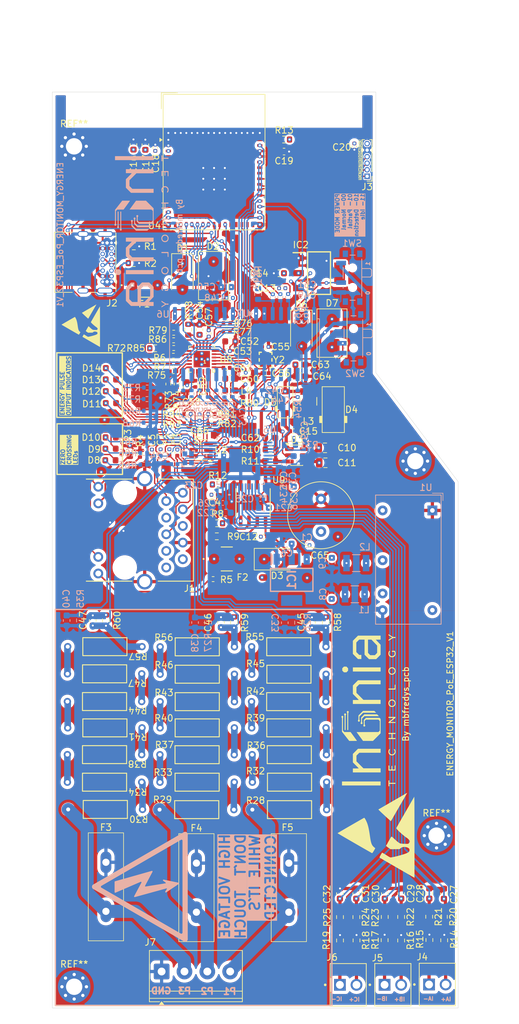
<source format=kicad_pcb>
(kicad_pcb (version 20241229) (generator "pcbnew") (generator_version "9.0")
  (layers (0 "F.Cu" signal) (4 "In1.Cu" power) (6 "In2.Cu" power) (2 "B.Cu" signal) (13 "F.Paste" user) (15 "B.Paste" user) (5 "F.SilkS" user "F.Silkscreen") (7 "B.SilkS" user "B.Silkscreen") (1 "F.Mask" user) (3 "B.Mask" user) (25 "Edge.Cuts" user))
  (net 0 "")
  (net 1 "ISO_GND")
  (net 2 "Net-(F4-Pad2)")
  (net 3 "Net-(F3-Pad2)")
  (net 4 "Net-(F5-Pad2)")
  (net 5 "Net-(U5-IRQ0)")
  (net 6 "Net-(U6-A3)")
  (net 7 "ISO_+3.3V")
  (net 8 "Net-(U7-A1)")
  (net 9 "/Energy Measurement Block/IAP")
  (net 10 "Net-(U6-A6)")
  (net 11 "/Energy Measurement Block/ZX1")
  (net 12 "Net-(U6-A2)")
  (net 13 "Net-(U5-SDO)")
  (net 14 "/Energy Measurement Block/VCP")
  (net 15 "/Energy Measurement Block/VBP")
  (net 16 "GND")
  (net 17 "/Communication Block/LAN87{slash}RJ45_LED2")
  (net 18 "/Energy Measurement Block/VAP")
  (net 19 "/Energy Measurement Block/ZX2")
  (net 20 "Net-(U7-B4)")
  (net 21 "Net-(U8-RXER{slash}PHYAD0)")
  (net 22 "/Energy Measurement Block/ZX0")
  (net 23 "Net-(U6-A5)")
  (net 24 "Net-(U6-A4)")
  (net 25 "/Energy Measurement Block/WarnOut")
  (net 26 "/Energy Measurement Block/ICP")
  (net 27 "Net-(U4-EN)")
  (net 28 "+3.3V")
  (net 29 "/Energy Measurement Block/IAN")
  (net 30 "/Energy Measurement Block/IBP")
  (net 31 "Net-(U5-IRQ1)")
  (net 32 "Net-(U6-A1)")
  (net 33 "/Energy Measurement Block/VCN")
  (net 34 "Net-(U5-*RESET)")
  (net 35 "/Energy Measurement Block/VBN")
  (net 36 "/Energy Measurement Block/VAN")
  (net 37 "/Energy Measurement Block/ICN")
  (net 38 "Net-(J2-CC1)")
  (net 39 "+48V")
  (net 40 "/Power Block/RJ45{slash}TPS23_VDC-")
  (net 41 "Net-(D5-A)")
  (net 42 "/Energy Measurement Block/IBN")
  (net 43 "/Control Block/ESP32{slash}ATM9_SPI_MOSI")
  (net 44 "Net-(U7-A3)")
  (net 45 "/Control Block/ESP32{slash}ATM9_SPI_SCLK")
  (net 46 "Net-(U7-A2)")
  (net 47 "/Control Block/ESP32{slash}ATM9_SPI_CS")
  (net 48 "Net-(D8-K)")
  (net 49 "Net-(D9-K)")
  (net 50 "Net-(D10-K)")
  (net 51 "Net-(D11-K)")
  (net 52 "Net-(D12-K)")
  (net 53 "Net-(D13-K)")
  (net 54 "Net-(D14-K)")
  (net 55 "/Communication Block/ESP32{slash}LAN87_MDIO")
  (net 56 "Net-(U8-RBIAS)")
  (net 57 "Net-(J1-YLW-)")
  (net 58 "Net-(J1-GRN-)")
  (net 59 "Net-(U8-~{RST})")
  (net 60 "Net-(U8-~{INT}{slash}REFCLKO)")
  (net 61 "/Communication Block/ESP32{slash}LAN87_TXD1")
  (net 62 "Net-(U8-TXD1)")
  (net 63 "/Communication Block/ESP32{slash}LAN87_TXEN")
  (net 64 "Net-(U8-TXEN)")
  (net 65 "/Communication Block/ESP32{slash}LAN87_RXD0")
  (net 66 "Net-(U8-RXD0{slash}MODE0)")
  (net 67 "Net-(U8-RXD1{slash}MODE1)")
  (net 68 "/Communication Block/ESP32{slash}LAN87_RXD1")
  (net 69 "Net-(J2-CC2)")
  (net 70 "Net-(U8-CRS_DV{slash}MODE2)")
  (net 71 "/Communication Block/ESP32{slash}LAN87_CRS_DV")
  (net 72 "Net-(U8-TXD0)")
  (net 73 "/Communication Block/ESP32{slash}LAN87_TXD0")
  (net 76 "/Control Block/JTAG_TMS")
  (net 77 "/Control Block/ESP32{slash}ATM9_SPI_MISO")
  (net 80 "/Control Block/JTAG_TCK")
  (net 84 "/Control Block/ESP32{slash}ATM90_INT_RQ1")
  (net 85 "/Control Block/JTAG_TDO")
  (net 86 "/Control Block/ESP32{slash}USB_D+")
  (net 87 "/Communication Block/ESP32{slash}LAN87_REFCLKO")
  (net 90 "/Control Block/ESP32{slash}USB_D-")
  (net 91 "/Control Block/ESP32{slash}ATM90_INT_RQ0")
  (net 92 "/Control Block/ESP32{slash}ATM90_ZX0")
  (net 96 "/Control Block/ESP32{slash}ATM90_ZX1")
  (net 97 "/Control Block/ESP32{slash}ATM90_ZX2")
  (net 99 "/Control Block/JTAG_TDI")
  (net 100 "/Communication Block/ESP32{slash}LAN87_MDC")
  (net 101 "/Control Block/ESP32{slash}ATM90_WarnOut")
  (net 102 "/Communication Block/ESP32{slash}LAN87_nRST")
  (net 103 "Net-(D4-K)")
  (net 104 "Net-(D5-K)")
  (net 105 "Net-(U5-SCLK)")
  (net 106 "Net-(U5-*CS)")
  (net 107 "Net-(U5-SDI)")
  (net 108 "Net-(U8-MDC)")
  (net 109 "/Communication Block/LAN87{slash}RJ45_RX+")
  (net 110 "Net-(U8-XTAL1{slash}CLKIN)")
  (net 111 "/Communication Block/LAN87{slash}RJ45_TX-")
  (net 112 "/Communication Block/LAN87{slash}RJ45_RX-")
  (net 113 "Net-(U8-VDD1A)")
  (net 114 "/Communication Block/LAN87{slash}RJ45_LED1")
  (net 115 "Net-(U8-XTAL2)")
  (net 116 "/Communication Block/LAN87{slash}RJ45_TX+")
  (net 117 "/Energy Measurement Block/CF4")
  (net 118 "/Energy Measurement Block/CF1")
  (net 119 "/Energy Measurement Block/CF3")
  (net 120 "/Energy Measurement Block/CF2")
  (net 121 "Net-(U8-MDIO)")
  (net 122 "Net-(C66-Pad2)")
  (net 123 "/Power Block/RJ45{slash}TPS23_VDC+")
  (net 124 "Net-(U5-OSCI)")
  (net 125 "Net-(U5-OSCO)")
  (net 126 "+5V_SYS")
  (net 127 "Net-(D1-A)")
  (net 128 "Net-(U1-VOUT-)")
  (net 130 "Net-(U1-VOUT+)")
  (net 131 "Net-(F1-Pad1)")
  (net 132 "ISO_+5V")
  (net 133 "Net-(U5-Vref)")
  (net 134 "Net-(C35-Pad2)")
  (net 135 "/Energy Measurement Block/PM1")
  (net 136 "/Energy Measurement Block/PM0")
  (net 140 "Net-(R45-Pad1)")
  (net 141 "Net-(R46-Pad1)")
  (net 142 "Net-(R47-Pad1)")
  (net 143 "Net-(R44-Pad1)")
  (net 144 "Net-(R28-Pad1)")
  (net 145 "Net-(R29-Pad1)")
  (net 146 "Net-(R30-Pad1)")
  (net 147 "Net-(R32-Pad1)")
  (net 148 "Net-(R33-Pad1)")
  (net 149 "Net-(R34-Pad1)")
  (net 150 "Net-(R36-Pad1)")
  (net 151 "Net-(R37-Pad1)")
  (net 152 "Net-(R38-Pad1)")
  (net 153 "Net-(R39-Pad1)")
  (net 154 "Net-(R40-Pad1)")
  (net 155 "Net-(R41-Pad1)")
  (net 156 "Net-(R42-Pad1)")
  (net 157 "Net-(R43-Pad1)")
  (net 158 "P_GND")
  (net 159 "Net-(U9-DEN)")
  (net 160 "Net-(U9-CLS)")
  (net 161 "Net-(U3-V_{FB})")
  (net 162 "Net-(U9-CDB)")
  (net 163 "Net-(C9-Pad2)")
  (net 165 "Net-(U8-VDDCR)")
  (net 166 "Net-(J6-Pin_1)")
  (net 167 "Net-(J4-Pin_1)")
  (net 168 "Net-(J6-Pin_2)")
  (net 169 "Net-(J4-Pin_2)")
  (net 170 "Net-(J5-Pin_1)")
  (net 171 "Net-(J5-Pin_2)")
  (footprint "0_Smart_Switch:TE_282834-2" (layer "F.Cu") (at 129.911976 178.357238)
    (property "Reference" "J4")
    (property "Value" "Screw_Terminal_01x02")
  )
  (footprint "Capacitor_SMD:C_0603_1608Metric" (layer "F.Cu") (at 110.71 123.02 90)
    (property "Reference" "C45")
    (property "Value" "18nF")
  )
  (footprint "Capacitor_SMD:C_0402_1005Metric" (layer "F.Cu") (at 97.665771 81.533976)
    (property "Reference" "C53")
    (property "Value" "470pF" (hide yes))
  )
  (footprint "Capacitor_SMD:C_0603_1608Metric" (layer "F.Cu") (at 108.953 83.62 180)
    (property "Reference" "C63")
    (property "Value" "10uF")
  )
  (footprint "Resistor_SMD:R_0402_1005Metric" (layer "F.Cu") (at 91.64391 92.607291 180)
    (property "Reference" "R83")
    (property "Value" "50")
  )
  (footprint "Resistor_SMD:R_0603_1608Metric" (layer "F.Cu") (at 104.324 98.364 180)
    (property "Reference" "R11")
    (property "Value" "10k")
  )
  (footprint "0_Smart_Switch:FUSE_1812L05060_LTF" (layer "F.Cu") (at 97.668871 113.313976)
    (property "Reference" "F2")
    (property "Value" "1812L050/60MR")
  )
  (footprint "Capacitor_SMD:C_0603_1608Metric" (layer "F.Cu") (at 85.202161 50.004087 -90)
    (property "Reference" "C17")
    (property "Value" "1uF")
  )
  (footprint "0_Smart_Switch:RES_09FCT00_VIS" (layer "F.Cu") (at 87.459462 130.930509)
    (property "Reference" "R46")
    (property "Value" "240k")
  )
  (footprint "Resistor_SMD:R_0603_1608Metric" (layer "F.Cu") (at 106.452161 49.209087)
    (property "Reference" "R13")
    (property "Value" "10k")
  )
  (footprint "0_Smart_Switch:MOV14D471K" (layer "F.Cu") (at 93.018645 163.554534 -90)
    (property "Reference" "F4")
    (property "Value" "MOV14D471K")
  )
  (footprint "Resistor_SMD:R_0603_1608Metric" (layer "F.Cu") (at 98.781057 123.000084 -90)
    (property "Reference" "R59")
    (property "Value" "1k")
  )
  (footprint "Resistor_SMD:R_0603_1608Metric" (layer "F.Cu") (at 128.697528 171.556494 90)
    (property "Reference" "R15")
    (property "Value" "2.4")
  )
  (footprint "Capacitor_SMD:C_0402_1005Metric" (layer "F.Cu") (at 103.600771 84.913976)
    (property "Reference" "C56")
    (property "Value" "10pF" (hide yes))
  )
  (footprint "Capacitor_SMD:C_0402_1005Metric" (layer "F.Cu") (at 90.094229 97.046024 90)
    (property "Reference" "C3")
    (property "Value" "10pF")
  )
  (footprint "Resistor_SMD:R_0603_1608Metric" (layer "F.Cu") (at 124.37 168.03 -90)
    (property "Reference" "R22")
    (property "Value" "1k")
  )
  (footprint "PCM_SparkFun-LED:LED_0603_1608Metric" (layer "F.Cu") (at 79.9405 84.148)
    (property "Reference" "D14")
    (property "Value" "LEDs")
  )
  (footprint "Resistor_SMD:R_0603_1608Metric" (layer "F.Cu") (at 79.1675 122.7 -90)
    (property "Reference" "R60")
    (property "Value" "1k")
  )
  (footprint "0_Smart_Switch:DDA8_3P1X2P4_TEX-M" (layer "F.Cu") (at 101.700771 104.688226 90)
    (property "Reference" "U9")
    (property "Value" "TPS2378DDAR")
  )
  (footprint "Resistor_SMD:R_0402_1005Metric" (layer "F.Cu") (at 91.639853 91.15798 180)
    (property "Reference" "R84")
    (property "Value" "50")
  )
  (footprint "Resistor_SMD:R_0603_1608Metric" (layer "F.Cu") (at 96.195771 107.863976 180)
    (property "Reference" "R8")
    (property "Value" "24.9k")
  )
  (footprint "Resistor_SMD:R_0603_1608Metric" (layer "F.Cu") (at 115.01 171.625 90)
    (property "Reference" "R19")
    (property "Value" "2.4")
  )
  (footprint "Package_TO_SOT_SMD:SOT-23-6" (layer "F.Cu") (at 93.725771 96.636476 180)
    (property "Reference" "U2")
    (property "Value" "WE-TVS-824015043")
  )
  (footprint "Capacitor_SMD:C_0603_1608Metric" (layer "F.Cu") (at 93.494447 78.272598 -90)
    (property "Reference" "C54")
    (property "Value" "10uF")
  )
  (footprint "0_Smart_Switch:FUSE_1812L05060_LTF" (layer "F.Cu") (at 85.124694 71.47944)
    (property "Reference" "F1")
    (property "Value" "1812L110PR")
  )
  (footprint "Resistor_SMD:R_0402_1005Metric" (layer "F.Cu") (at 84.368 97.233 90)
    (property "Reference" "R4")
    (property "Value" "270")
  )
  (footprint "Capacitor_SMD:C_0603_1608Metric" (layer "F.Cu") (at 114.99 164.455 -90)
    (property "Reference" "C32")
    (property "Value" "18nF")
  )
  (footprint "0_Smart_Switch:RES_09FCT00_VIS" (layer "F.Cu") (at 87.437272 147.43316)
    (property "Reference" "R33")
    (property "Value" "240k")
  )
  (footprint "Diode_SMD:D_SMA" (layer "F.Cu") (at 109.088 78.798 -90)
    (property "Reference" "D6")
    (property "Value" "SS14")
  )
  (footprint "0_Smart_Switch:RES_09FCT00_VIS" (layer "F.Cu") (at 101.58589 147.43016)
    (property "Reference" "R32")
    (property "Value" "240k")
  )
  (footprint "0_Smart_Switch:RES_09FCT00_VIS" (layer "F.Cu") (at 101.49629 130.93016)
    (property "Reference" "R45")
    (property "Value" "240k")
  )
  (footprint "Resistor_SMD:R_0603_1608Metric" (layer "F.Cu") (at 83.434694 65.53944)
    (property "Reference" "R1")
    (property "Value" "5.1k")
  )
  (footprint "Capacitor_SMD:C_0603_1608Metric" (layer "F.Cu") (at 105.651 69.65)
    (property "Reference" "C14")
    (property "Value" "10uF")
  )
  (footprint "0_Smart_Switch:InGnia-NEW(30x16mm)" (layer "F.Cu") (at 119.67 136.22 90)
    (property "Reference" "G***" (hide yes))
    (property "Value" "LOGO" (hide yes))
  )
  (footprint "Resistor_SMD:R_0402_1005Metric" (layer "F.Cu") (at 97.670771 77.293976 180)
    (property "Reference" "R76")
    (property "Value" "33")
  )
  (footprint "Resistor_SMD:R_0603_1608Metric" (layer "F.Cu") (at 96.145771 109.853976)
    (property "Reference" "R9")
    (property "Value" "63.4")
  )
  (footprint "Connector_PinHeader_1.00mm:PinHeader_1x06_P1.00mm_Vertical" (layer "F.Cu") (at 119.16 54.83 180)
    (property "Reference" "J3")
    (property "Value" "Pin Header")
  )
  (footprint "0_Smart_Switch:FUSE_MF-USMFLAB" (layer "F.Cu") (at 110.166 89.22 90)
    (property "Reference" "L3")
    (property "Value" "22uH")
  )
  (footprint "Capacitor_SMD:C_0603_1608Metric" (layer "F.Cu") (at 121.87 164.45 -90)
    (property "Reference" "C30")
    (property "Value" "18nF")
  )
  (footprint "Capacitor_SMD:C_0402_1005Metric" (layer "F.Cu") (at 117.21 50.29 90)
    (property "Reference" "C20")
    (property "Value" "0.1uF")
  )
  (footprint "Capacitor_SMD:C_0603_1608Metric" (layer "F.Cu") (at 128.68 164.45 -90)
    (property "Reference" "C28")
    (property "Value" "18nF")
  )
  (footprint "Resistor_SMD:R_0402_1005Metric" (layer "F.Cu") (at 95.317966 91.17099)
    (property "Reference" "R81")
    (property "Value" "50")
  )
  (footprint "0_Smart_Switch:TE_282834-2" (layer "F.Cu") (at 116.259458 178.408472)
    (property "Reference" "J6")
    (property "Value" "Screw_Terminal_01x02")
  )
  (footprint "0_Smart_Switch:SOT230P700X180-4N" (layer "F.Cu") (at 111.798 69.628)
    (property "Reference" "IC2")
    (property "Value" "LD1117-3.3V" (hide yes))
  )
  (footprint "Resistor_SMD:R_0603_1608Metric" (layer "F.Cu") (at 83.414694 68.08944)
    (property "Reference" "R2")
    (property "Value" "5.1k")
  )
  (footprint "0_Smart_Switch:TE_282834-2" (layer "F.Cu") (at 123.1 178.4)
    (property "Reference" "J5")
    (property "Value" "Screw_Terminal_01x02")
  )
  (footprint "PCM_SparkFun-LED:LED_0603_1608Metric" (layer "F.Cu") (at 79.9205 85.878)
    (property "Reference" "D13")
    (property "Value" "LEDs")
  )
  (footprint "Capacitor_SMD:C_0603_1608Metric" (layer "F.Cu") (at 91.486159 87.069723 90)
    (property "Reference" "C58")
    (property "Value" "1uF")
  )
  (footprint "PCM_SparkFun-LED:LED_0603_1608Metric" (layer "F.Cu") (at 79.928 89.498)
    (property "Reference" "D11")
    (property "Value" "LEDs")
  )
  (footprint "Resistor_SMD:R_0402_1005Metric" (layer "F.Cu") (at 89.530771 79.893976)
    (property "Reference" "R86")
    (property "Value" "33")
  )
  (footprint "Capacitor_SMD:C_0603_1608Metric" (layer "F.Cu") (at 130.925 164.475 90)
    (property "Reference" "C27")
    (property "Value" "18nF")
  )
  (footprint "Capacitor_SMD:C_0603_1608Metric" (layer "F.Cu") (at 106.437161 51.049087 180)
    (property "Reference" "C19")
    (property "Value" "1uF")
  )
  (footprint "PCM_Diode_SMD_AKL:D_SOD-123" (layer "F.Cu") (at 106.61 89.36 90)
    (property "Reference" "D5")
    (property "Value" "1N4148W" (hide yes))
  )
  (footprint "Capacitor_SMD:C_0603_1608Metric" (layer "F.Cu") (at 83.380161 49.972087 -90)
    (property "Reference" "C16")
    (property "Value" "10uF")
  )
  (footprint "0_Smart_Switch:RES_09FCT00_VIS" (layer "F.Cu") (at 73.2704 130.87)
    (property "Reference" "R47")
    (property "Value" "240k")
  )
  (footprint "Capacitor_SMD:C_0402_1005Metric" (layer "F.Cu") (at 103.570771 80.893976 180)
    (property "Reference" "C55")
    (property "Value" "10pF" (hide yes))
  )
  (footprint "Capacitor_SMD:C_0402_1005Metric" (layer "F.Cu") (at 94.900771 78.843976 -90)
    (property "Reference" "C57")
    (property "Value" "0.1uF")
  )
  (footprint "Resistor_SMD:R_0603_1608Metric" (layer "F.Cu") (at 91.773181 78.27257 90)
    (property "Reference" "R78")
    (property "Value" "10k")
  )
  (footprint "0_Smart_Switch:RES_09FCT00_VIS" (layer "F.Cu") (at 73.2604 147.43316)
    (property "Reference" "R34")
    (property "Value" "240k")
  )
  (footprint "PCM_Diode_SMD_AKL:D_MELF" (layer "F.Cu") (at 113.976 90.49 90)
    (property "Reference" "D4")
    (property "Value" "SM360" (hide yes))
  )
  (footprint "0_Smart_Switch:RES_09FCT00_VIS" (layer "F.Cu") (at 84.6396 143.22 180)
    (property "Reference" "R38")
    (property "Value" "240k")
  )
  (footprint "PCM_SparkFun-LED:LED_0603_1608Metric" (layer "F.Cu") (at 79.9305 87.678)
    (property "Reference" "D12")
    (property "Value" "LEDs")
  )
  (footprint "0_Smart_Switch:RES_09FCT00_VIS" (layer "F.Cu") (at 112.96509 151.63016 180)
    (property "Reference" "R28")
    (property "Value" "240k")
  )
  (footprint "Resistor_SMD:R_0603_1608Metric" (layer "F.Cu") (at 128.663765 167.998874 -90)
    (property "Reference" "R21")
    (property "Value" "1k")
  )
  (footprint "Resistor_SMD:R_0603_1608Metric" (layer "F.Cu") (at 86.703 81.118 180)
    (property "Reference" "R72")
    (property "Value" "2.2k")
  )
  (footprint "Resistor_SMD:R_0603_1608Metric" (layer "F.Cu") (at 130.962528 171.596494 -90)
    (property "Reference" "R14")
    (property "Value" "2.4")
  )
  (footprint "Resistor_SMD:R_0603_1608Metric" (layer "F.Cu") (at 112.831057 123.015084 -90)
    (property "Reference" "R58")
    (property "Value" "1k")
  )
  (footprint "Resistor_SMD:R_0402_1005Metric" (layer "F.Cu") (at 97.650771 78.543976 180)
    (property "Reference" "R77")
    (property "Value" "33")
  )
  (footprint "Resistor_SMD:R_0402_1005Metric" (layer "F.Cu") (at 95.317966 92.62099)
    (property "Reference" "R82")
    (property "Value" "50")
  )
  (footprint "PCM_SparkFun-LED:LED_0603_1608Metric" (layer "F.Cu") (at 79.89655 94.738089)
    (property "Reference" "D10")
    (property "Value" "LEDs")
  )
  (footprint "0_Smart_Switch:RES_09FCT00_VIS" (layer "F.Cu") (at 84.6896 126.72 180)
    (property "Reference" "R57")
    (property "Value" "240k")
  )
  (footprint "Capacitor_SMD:C_0603_1608Metric" (layer "F.Cu") (at 124.38 164.45 90)
    (property "Reference" "C29")
    (property "Value" "18nF")
  )
  (footprint "0_Smart_Switch:RES_09FCT00_VIS" (layer "F.Cu") (at 84.64 135.11 180)
    (property "Reference" "R44")
    (property "Value" "240k")
  )
  (footprint "Capacitor_SMD:C_0402_1005Metric" (layer "F.Cu") (at 93.49 91.7 -90)
    (property "Reference" "C66")
    (property "Value" "0.1uF")
  )
  (footprint "MountingHole:MountingHole_2.5mm_Pad_Via" (layer "F.Cu") (at 126.54 98.36)
    (property "Reference" "REF**" (hide yes))
    (property "Value" "MountingHole_2.5mm_Pad_Via")
  )
  (footprint "TerminalBlock_Phoenix:TerminalBlock_Phoenix_PT-1,5-4-3.5-H_1x04_P3.50mm_Horizontal" (layer "F.Cu") (at 87.68821 176.370936)
    (property "Reference" "J7")
    (property "Value" "Screw_Conn")
  )
  (footprint "RF_Module:ESP32-S2-MINI-1" (layer "F.Cu") (at 95.722161 52.659087)
    (property "Reference" "U4")
    (property "Value" "ESP32-S3-MINI-1")
  )
  (footprint "Capacitor_SMD:C_0402_1005Metric" (layer "F.Cu") (at 86.2 97.075 90)
    (property "Reference" "C5")
    (property "Value" "10pF")
  )
  (footprint "0_Smart_Switch:RES_09FCT00_VIS" (layer "F.Cu") (at 112.85469 126.73016 180)
    (property "Reference" "R55")
    (property "Value" "240k")
  )
  (footprint "Capacitor_SMD:C_0402_1005Metric" (layer "F.Cu") (at 88.875 97.03 90)
    (property "Reference" "C2")
    (property "Value" "10pF")
  )
  (footprint "0_Smart_Switch:RES_09FCT00_VIS" (layer "F.Cu") (at 98.838 135.128 180)
    (property "Reference" "R43")
    (property "Value" "240k")
  )
  (footprint "Capacitor_SMD:C_0402_1005Metric" (layer "F.Cu") (at 87.530771 97.033976 90)
    (property "Reference" "C7")
    (property "Value" "10pF")
  )
  (footprint "Symbol:ESD-Logo_13.2x12mm_SilkScreen" (layer "F.Cu") (at 120.49 155.54 90)
    (property "Reference" "REF**" (hide yes))
    (property "Value" "ESD-Logo_13.2x12mm_SilkScreen" (hide yes))
  )
  (footprint "Resistor_SMD:R_0402_1005Metric" (layer "F.Cu") (at 90.006159 86.579723 90)
    (property "Reference" "R74")
    (property "Value" "33")
  )
  (footprint "Resistor_SMD:R_0603_1608Metric" (layer "F.Cu") (at 115.004844 168.051396 -90)
    (property "Reference" "R25")
    (property "Value" "1k")
  )
  (footprint "Resistor_SMD:R_0402_1005Metric" (layer "F.Cu") (at 95.575771 116.393976)
    (property "Reference" "R5")
    (property "Value" "270")
  )
  (footprint "Capacitor_SMD:C_0805_2012Metric" (layer "F.Cu") (at 112.772 98.618 180)
    (property "Reference" "C11")
    (property "Value" "10uF")
  )
  (footprint "0_Smart_Switch:RES_09FCT00_VIS" (layer "F.Cu") (at 98.80815 143.232287 180)
    (property "Reference" "R37")
    (property "Value" "240k")
  )
  (footprint "Resistor_SMD:R_0603_1608Metric" (layer "F.Cu") (at 117.514844 168.051396 -90)
    (property "Reference" "R24")
    (property "Value" "1k")
  )
  (footprint "Resistor_SMD:R_0402_1005Metric" (layer "F.Cu") (at 89.540771 78.733976)
    (property "Reference" "R79")
    (property "Value" "33")
  )
  (footprint "PCM_SparkFun-LED:LED_0603_1608Metric" (layer "F.Cu") (at 79.87165 96.467889)
    (property "Reference" "D9")
    (property "Value" "LEDs")
  )
  (footprint "Capacitor_SMD:C_0402_1005Metric" (layer "F.Cu") (at 97.640771 84.103976)
    (property "Reference" "C61")
    (property "Value" "470pF")
  )
  (footprint "MountingHole:MountingHole_2.5mm_Pad_Via" (layer "F.Cu") (at 129.79 155.6)
    (property "Reference" "REF**")
    (property "Value" "MountingHole_2.5mm_Pad_Via")
  )
  (footprint "0_Smart_Switch:LAN8720A" (layer "F.Cu") (at 93.840771 82.773976 180)
    (property "Reference" "U8")
    (property "Value" "LAN8720A" (hide yes))
  )
  (footprint "0_Smart_Switch:RES_09FCT00_VIS" (layer "F.Cu") (at 112.843027 135.12384 180)
    (property "Reference" "R42")
    (property "Value" "240k")
  )
  (footprint "0_Smart_Switch:RES_09FCT00_VIS" (layer "F.Cu") (at 73.3104 139.132437)
    (property "Reference" "R41")
    (property "Value" "240k")
  )
  (footprint "Capacitor_SMD:C_0603_1608Metric" (layer "F.Cu") (at 98.215771 85.753976 180)
    (property "Reference" "C60")
    (property "Value" "1uF")
  )
  (footprint "Capacitor_THT:C_Radial_D10.0mm_H12.5mm_P5.00mm" (layer "F.Cu") (at 112.095716 109.135385 90)
    (property "Reference" "C65")
    (property "Value" "22uF")
  )
  (footprint "Inductor_SMD:L_0603_1608Metric" (layer "F.Cu") (at 98.220771 87.573976 180)
    (property "Reference" "L4")
    (property "Value" "FerriteBead")
  )
  (footprint "Package_TO_SOT_SMD:SOT-23-6" (layer "F.Cu") (at 108.388 97.4695)
    (property "Reference" "U3")
    (property "Value" "MCP16331x-xCH")
  )
  (footprint "Capacitor_SMD:C_0603_1608Metric" (layer "F.Cu") (at 98.205771 80.063976 180)
    (property "Reference" "C52")
    (property "Value" "1uF")
  )
  (footprint "Diode_SMD:D_SMA" (layer "F.Cu") (at 105.385771 113.348976)
    (property "Reference" "D3")
    (property "Value" "SMAJ58A")
  )
  (footprint "Capacitor_SMD:C_0603_1608Metric" (layer "F.Cu") (at 104.324 94.808 180)
    (property "Reference" "C62")
    (property "Value" "20pF")
  )
  (footprint "Resistor_SMD:R_0603_1608Metric" (layer "F.Cu") (at 117.537039 171.61498 -90)
    (property "Reference" "R18")
    (property "Value" "2.4")
  )
  (footprint "Resistor_SMD:R_0402_1005Metric" (layer "F.Cu") (at 89.510771 83.433976)
    (property "Reference" "R7")
    (property "Value" "33")
  )
  (footprint "PCM_SparkFun-Clock:Crystal_SMD_2.0x1.6mm" (layer "F.Cu") (at 103.610771 82.893976 -90)
    (property "Reference" "Y2")
    (property "Value" "25MHz")
  )
  (footprint "Diode_SMD:D_SMA" (layer "F.Cu") (at 90.876818 70.164343 -90)
    (property "Reference" "D1")
    (property "Value" "SS14")
  )
  (footprint "Capacitor_SMD:C_0805_2012Metric" (layer "F.Cu") (at 112.706 96.332 180)
    (property "Reference" "C10")
    (property "Value" "10uF")
  )
  (footprint "Connector_USB:USB_C_Receptacle_GCT_USB4085" (layer "F.Cu") (at 80.014121 64.996464 -90)
    (property "Reference" "J2")
    (property "Value" "USB_C_Receptacle_USB2.0_14P")
  )
  (footprint "Capacitor_SMD:C_0402_1005Metric" (layer "F.Cu") (at 92.845576 86.546019 -90)
    (property "Reference" "C59")
    (property "Value" "470pF")
  )
  (footprint "Capacitor_SMD:C_0402_1005Metric" (layer "F.Cu") (at 103.36 109.91 180)
    (property "Reference" "C12")
    (property "Value" "0.1uF")
  )
  (footprint "0_Smart_Switch:MOV14D471K" (layer "F.Cu") (at 79.161057 163.425084 -90)
    (property "Reference" "F3")
    (property "Value" "MOV14D471K")
  )
  (footprint "Capacitor_SMD:C_0603_1608Metric" (layer "F.Cu") (at 117.5 164.455 90)
    (property "Reference" "C31")
    (property "Value" "18nF")
  )
  (footprint "0_Smart_Switch:RES_09FCT00_VIS" (layer "F.Cu") (at 87.449764 139.132437)
    (property "Reference" "R40")
    (property "Value" "240k")
  )
  (footprint "0_Smart_Switch:RES_09FCT00_VIS" (layer "F.Cu") (at 98.75469 151.63016 180)
    (property "Reference" "R29")
    (property "Value" "240k")
  )
  (footprint "Resistor_SMD:R_0603_1608Metric" (layer "F.Cu") (at 121.84 171.58 90)
    (property "Reference" "R17")
    (property "Value" "2.4")
  )
  (footprint "Symbol:ESD-Logo_6.6x6mm_SilkScreen" (layer "F.Cu") (at 75.294512 77.661761 90)
    (property "Reference" "REF**" (hide yes))
    (property "Value" "ESD-Logo_6.6x6mm_SilkScreen" (hide yes))
  )
  (footprint "Capacitor_SMD:C_0402_1005Metric" (layer "F.Cu") (at 95.800771 103.503976 180)
    (property "Reference" "C4")
    (property "Value" "0.1uF")
  )
  (footprint "Resistor_SMD:R_0603_1608Metric" (layer "F.Cu") (at 98.220771 89.403976 180)
    (property "Reference" "R80")
    (property "Value" "12.1k")
  )
  (footprint "Capacitor_SMD:C_0603_1608Metric" (layer "F.Cu") (at 108.953 85.398 180)
    (property "Reference" "C64")
    (property "Value" "10uF")
  )
  (footprint "Resistor_SMD:R_0603_1608Metric" (layer "F.Cu") (at 130.912528 168.011494 -90)
    (property "Reference" "R20")
    (property "Value" "1k")
  )
  (footprint "Resistor_SMD:R_0402_1005Metric" (layer "F.Cu") (at 89.490771 82.263976)
    (property "Reference" "R6")
    (property "Value" "33")
  )
  (footprint "Resistor_SMD:R_0402_1005Metric" (layer "F.Cu") (at 88.726159 86.579723 90)
    (property "Reference" "R73")
    (property "Value" "33")
  )
  (footprint "0_Smart_Switch:RES_09FCT00_VIS" (layer "F.Cu") (at 112.93115 143.224497 180)
    (property "Reference" "R36")
    (property "Value" "240k")
  )
  (footprint "MountingHole:MountingHole_2.5mm_Pad_Via" (layer "F.Cu") (at 74.28 50.25)
    (property "Reference" "REF**")
    (property "Value" "MountingHole_2.5mm_Pad_Via")
  )
  (footprint "Resistor_SMD:R_0402_1005Metric" (layer "F.Cu") (at 89.470771 84.603976)
    (property "Reference" "R75")
    (property "Value" "33")
  )
  (footprint "Resistor_SMD:R_0603_1608Metric" (layer "F.Cu") (at 104.387 96.586 180)
    (property "Reference" "R10")
    (property "Value" "52.3k")
  )
  (footprint "Capacitor_SMD:C_0402_1005Metric" (layer "F.Cu") (at 107.88 93.792 180)
    (property "Reference" "C15")
    (property "Value" "0.1uF")
  )
  (footprint "PCM_SparkFun-LED:LED_0603_1608Metric" (layer "F.Cu") (at 79.85165 98.227889)
    (property "Reference" "D8")
    (property "Value" "LEDs")
  )
  (footprint "Resistor_SMD:R_0603_1608Metric" (layer "F.Cu") (at 124.37 171.625 -90)
    (property "Reference" "R16")
    (property "Value" "2.4")
  )
  (footprint "0_Smart_Switch:RES_09FCT00_VIS" (layer "F.Cu") (at 84.7596 151.6 180)
    (property "Reference" "R30")
    (property "Value" "240k")
  )
  (footprint "Resistor_SMD:R_0603_1608Metric" (layer "F.Cu") (at 82.828 96.823 -90)
    (property "Reference" "R3")
    (property "Value" "10k")
  )
  (footprint "MountingHole:MountingHole_2.5mm_Pad_Via" (layer "F.Cu") (at 74.3 178.7)
    (property "Reference" "REF**")
    (property "Value" "MountingHole_2.5mm_Pad_Via")
  )
  (footprint "Capacitor_SMD:C_0603_1608Metric" (layer "F.Cu") (at 96.781057 122.990084 90)
    (property "Reference" "C46")
    (property "Value" "18nF")
  )
  (footprint "PCM_SparkFun-Connector:MagJack_PoE_RJ45" (layer "F.Cu") (at 82.048166 108.908027 -90)
    (property "Reference" "J1")
    (property "Value" "RJ45_PoE")
  )
  (footprint "Resistor_SMD:R_0603_1608Metric" (layer "F.Cu") (at 121.86 168.03 -90)
    (property "Reference" "R23")
    (property "Value" "1k")
  )
  (footprint "Capacitor_SMD:C_0402_1005Metric" (layer "F.Cu") (at 86.722161 50.469087 -90)
    (property "Reference" "C18")
    (property "Value" "0.1uF")
  )
  (footprint "0_Smart_Switch:RES_09FCT00_VIS" (layer "F.Cu") (at 101.48589 139.13016)
    (property "Reference" "R39")
    (property "Value" "240k")
  )
  (footprint "PCM_Diode_SMD_AKL:D_SMB_TVS" (layer "F.Cu") (at 95.644045 70.012923 90)
    (property "Reference" "D2")
    (property "Value" "SMBJ5.0CA" (hide yes))
  )
  (footprint "Resistor_SMD:R_0402_1005Metric" (layer "F.Cu") (at 89.540771 81.073976)
    (property "Reference" "R85")
    (property "Value" "33")
  )
  (footprint "Capacitor_SMD:C_0603_1608Metric" (layer "F.Cu") (at 77.1475 122.715 90)
    (property "Reference" "C47")
    (property "Value" "18nF")
  )
  (footprint "Resistor_SMD:R_0603_1608Metric" (layer "F.Cu") (at 96.29 101.93)
    (property "Reference" "R12")
    (property "Value" "10k")
  )
  (footprint "0_Smart_Switch:MOV14D471K" (layer "F.Cu") (at 107.171057 163.555084 -90)
    (property "Reference" "F5")
    (property "Value" "MOV14D471K")
  )
  (footprint "0_Smart_Switch:RES_09FCT00_VIS" (layer "F.Cu") (at 98.839035 126.743189 180)
    (property "Reference" "R56")
    (property "Value" "240k")
  )
  (footprint "PCM_Diode_SMD_AKL:D_SMB_TVS" (layer "F.Cu") (at 113.779 78.794 90)
    (property "Reference" "D7")
    (property "Value" "SMBJ5.0CA" (hide yes))
  )
  (footprint "Capacitor_SMD:C_0402_1005Metric" (layer "F.Cu") (at 106.159 71.936)
    (property "Reference" "C13")
    (property "Value" "0.1uF")
  )
  (footprint "Capacitor_SMD:C_0402_1005Metric" (layer "B.Cu") (at 87.055057 97.591131)
    (property "Reference" "C24")
    (property "Value" "10pF")
  )
  (footprint "Resistor_SMD:R_0402_1005Metric" (layer "B.Cu") (at 85.475291 87.120582 180)
    (property "Reference" "R71")
    (property "Value" "510")
  )
  (footprint "Capacitor_SMD:C_0402_1005Metric" (layer "B.Cu") (at 102.530057 87.541131 180)
    (property "Reference" "C42")
    (property "Value" "0.1uF")
  )
  (footprint "Resistor_SMD:R_0603_1608Metric" (layer "B.Cu") (at 75.19 122.71 90)
    (property "Reference" "R35")
    (property "Value" "1k")
  )
  (footprint "Capacitor_SMD:C_0402_1005Metric" (layer "B.Cu") (at 109.525 96.055 -90)
    (property "Reference" "C39")
    (property "Value" "0.1uF")
  )
  (footprint "Capacitor_SMD:C_0603_1608Metric" (layer "B.Cu") (at 102.985057 89.071131 180)
    (property "Reference" "C44")
    (property "Value" "10uF")
  )
  (footprint "Package_SO:SOIC-16W_7.5x10.3mm_P1.27mm" (layer "B.Cu") (at 94.170057 80.481131 90)
    (property "Reference" "U6")
    (property "Value" "Si8660ED-AS")
  )
  (footprint "Capacitor_SMD:C_0603_1608Metric" (layer "B.Cu") (at 107.9 98.375 90)
    (property "Reference" "C37")
    (property "Value" "10uF")
  )
  (footprint "Capacitor_SMD:C_0402_1005Metric" (layer "B.Cu") (at 106.330057 101.011131 -90)
    (property "Reference" "C34")
    (property "Value" "0.1uF")
  )
  (footprint "Capacitor_SMD:C_0402_1005Metric" (layer "B.Cu") (at 102.81 104.14)
    (property "Reference" "C25")
    (property "Value" "0.1uF")
  )
  (footprint "Capacitor_SMD:C_0603_1608Metric" (layer "B.Cu") (at 92.81 123.03 -90)
    (property "Reference" "C38")
    (property "Value" "18nF")
  )
  (footprint "Resistor_SMD:R_0402_1005Metric" (layer "B.Cu") (at 84.945291 97.110582 180)
    (property "Reference" "R66")
    (property "Value" "510")
  )
  (footprint "Converter_DCDC:Converter_DCDC_Murata_NMAxxxxDC_THT" (layer "B.Cu") (at 129.1525 105.8975 180)
    (property "Reference" "U1")
    (property "Value" "NMA0505DC")
  )
  (footprint "Resistor_SMD:R_0402_1005Metric" (layer "B.Cu") (at 85.445291 88.880582 180)
    (property "Reference" "R70")
    (property "Value" "510")
  )
  (footprint "Capacitor_SMD:C_0603_1608Metric" (layer "B.Cu") (at 97.495057 106.241131 180)
    (property "Reference" "C22")
    (property "Value" "4.7uF")
  )
  (footprint "0_Smart_Switch:FUSE_MF-USMFLAB" (layer "B.Cu") (at 117.5 113.95 180)
    (property "Reference" "L2")
    (property "Value" "22uH")
  )
  (footprint "Resistor_SMD:R_0402_1005Metric" (layer "B.Cu") (at 85.465291 90.660582 180)
    (property "Reference" "R69")
    (property "Value" "510")
  )
  (footprint "Resistor_SMD:R_0603_1608Metric" (layer "B.Cu") (at 94.8 123.025 90)
    (property "Reference" "R27")
    (property "Value" "1k")
  )
  (footprint "Resistor_SMD:R_0603_1608Metric" (layer "B.Cu") (at 107.36 95.87 180)
    (property "Reference" "R31")
    (property "Value" "10k")
  )
  (footprint "Resistor_SMD:R_0603_1608Metric" (layer "B.Cu") (at 108.59 123.04 90)
    (property "Reference" "R26")
    (property "Value" "1k")
  )
  (footprint "Resistor_SMD:R_0402_1005Metric" (layer "B.Cu") (at 93.500057 88.051131 -90)
    (property "Reference" "R51")
    (property "Value" "33")
  )
  (footprint "0_Smart_Switch:Symbol_HighVoltage_Triangle_17x15mm_Copper" (layer "B.Cu") (at 84.358379 163.416362 -90)
    (property "Reference" "REF**" (hide yes))
    (property "Value" "Symbol_HighVoltage_Triangle_17x15mm_Copper" (hide yes))
  )
  (footprint "Capacitor_SMD:C_0603_1608Metric" (layer "B.Cu") (at 107.920057 101.486131 -90)
    (property "Reference" "C36")
    (property "Value" "10uF")
  )
  (footprint "0_Smart_Switch:SOT230P700X180-4N" (layer "B.Cu") (at 107.61 116.51 -90)
    (property "Reference" "IC1")
    (property "Value" "LD1117-3.3V" (hide yes))
  )
  (footprint "Capacitor_SMD:C_0603_1608Metric" (layer "B.Cu") (at 113.76 113.92 90)
    (property "Reference" "C9")
    (property "Value" "2.2uF")
  )
  (footprint "Capacitor_SMD:C_0402_1005Metric" (layer "B.Cu") (at 97.068624 104.748921)
    (property "Reference" "C26")
    (property "Value" "0.1uF")
  )
  (footprint "PCM_SparkFun-Clock:Crystal_SMD_2.0x1.6mm" (layer "B.Cu") (at 91.76 97.93 90)
    (property "Reference" "Y1")
    (property "Value" "16MHz")
  )
  (footprint "Resistor_SMD:R_0402_1005Metric" (layer "B.Cu") (at 84.935291 98.900582 180)
    (property "Reference" "R65")
    (property "Value" "510")
  )
  (footprint "Resistor_SMD:R_0402_1005Metric" (layer "B.Cu") (at 94.770057 88.061131 -90)
    (property "Reference" "R50")
    (property "Value" "33")
  )
  (footprint "Capacitor_SMD:C_0603_1608Metric" (layer "B.Cu") (at 106.55 123.065 -90)
    (property "Reference" "C33")
    (property "Value" "18nF")
  )
  (footprint "Capacitor_SMD:C_0402_1005Metric" (layer "B.Cu") (at 106.45 98.88 90)
    (property "Reference" "C35")
    (property "Value" "0.1uF")
  )
  (footprint "Resistor_SMD:R_0402_1005Metric" (layer "B.Cu") (at 84.955291 95.390582 180)
    (property "Reference" "R67")
    (property "Value" "510")
  )
  (footprint "Button_Switch_SMD:SW_SPDT_PCM12" (layer "B.Cu") (at 116.753 79.598 -90)
    (property "Reference" "SW2")
    (property "Value" "SW_SPDT")
  )
  (footprint "Capacitor_SMD:C_0603_1608Metric" (layer "B.Cu") (at 109.795057 71.761131 180)
    (property "Reference" "C51")
    (property "Value" "10uF")
  )
  (footprint "Capacitor_SMD:C_0402_1005Metric" (layer "B.Cu") (at 98.120057 73.421131)
    (property "Reference" "C48")
    (property "Value" "0.1uF")
  )
  (footprint "Capacitor_SMD:C_0402_1005Metric" (layer "B.Cu") (at 110.330057 73.291131 180)
    (property "Reference" "C49")
    (property "Value" "0.1uF")
  )
  (footprint "Resistor_SMD:R_0402_1005Metric" (layer "B.Cu") (at 107.060057 73.331131 -90)
    (property "Reference" "R62")
    (property "Value" "33")
  )
  (footprint "Capacitor_SMD:C_0402_1005Metric" (layer "B.Cu") (at 98.56 88.06 90)
    (property "Reference" "C41")
    (property "Value" "0.1uF")
  )
  (footprint "Resistor_SMD:R_0402_1005Metric" (layer "B.Cu") (at 108.520057 88.061131 -90)
    (property "Reference" "R54")
    (property "Value" "510")
  )
  (footprint "Resistor_SMD:R_0603_1608Metric" (layer "B.Cu") (at 102.460057 72.816131 -90)
    (property "Reference" "R61")
    (property "Value" "10k")
  )
  (footprint "Button_Switch_SMD:SW_SPDT_PCM12" (layer "B.Cu") (at 116.608 70.328 -90)
    (property "Reference" "SW1")
    (property "Value" "SW_SPDT")
  )
  (footprint "0_Smart_Switch:InGnia-NEW(30x16mm)" (layer "B.Cu") (at 84.909541 63.462979 -90)
    (property "Reference" "G***" (hide yes))
    (property "Value" "LOGO" (hide yes))
  )
  (footprint "Resistor_SMD:R_0402_1005Metric" (layer "B.Cu") (at 96.060057 88.061131 -90)
    (property "Reference" "R49")
    (property "Value" "33")
  )
  (footprint "Resistor_SMD:R_0402_1005Metric" (layer "B.Cu") (at 91.010057 88.081131 -90)
    (property "Reference" "R53")
    (property "Value" "510")
  )
  (footprint "0_Smart_Switch:TQFP48_7x7MC_MCH" (layer "B.Cu") (at 99.802058 98.269431 90)
    (property "Reference" "U5")
    (property "Value" "ATM90E32AS-AU-Y")
  )
  (footprint "Resistor_SMD:R_0402_1005Metric" (layer "B.Cu") (at 105.87 73.35 -90)
    (property "Reference" "R63")
    (property "Value" "33")
  )
  (footprint "Capacitor_SMD:C_0603_1608Metric" (layer "B.Cu") (at 97.565057 71.761131)
    (property "Reference" "C50")
    (property "Value" "10uF")
  )
  (footprint "Package_SO:SOIC-16W_7.5x10.3mm_P1.27mm" (layer "B.Cu") (at 106.602557 80.471131 -90)
    (property "Reference" "U7")
    (property "Value" "Si8641ED-B-IS")
  )
  (footprint "Resistor_SMD:R_0402_1005Metric" (layer "B.Cu") (at 92.270057 88.061131 -90)
    (property "Reference" "R52")
    (property "Value" "510")
  )
  (footprint "Capacitor_SMD:C_0603_1608Metric" (layer "B.Cu") (at 103.34 105.49)
    (property "Reference" "C21")
    (property "Value" "10uF")
  )
  (footprint "Resistor_SMD:R_0402_1005Metric" (layer "B.Cu") (at 97.310057 88.081131 -90)
    (property "Reference" "R48")
    (property "Value" "33")
  )
  (footprint "0_Smart_Switch:FUSE_MF-USMFLAB" (layer "B.Cu") (at 117.28 118.715 180)
    (property "Reference" "L1")
    (property "Value" "22uH")
  )
  (footprint "Capacitor_SMD:C_0603_1608Metric" (layer "B.Cu") (at 113.73 118.645 90)
    (property "Reference" "C8")
    (property "Value" "2.2uF")
  )
  (footprint "Resistor_SMD:R_0402_1005Metric" (layer "B.Cu") (at 85.455291 92.490582 180)
    (property "Reference" "R68")
    (property "Value" "510")
  )
  (footprint "Capacitor_SMD:C_0603_1608Metric" (layer "B.Cu") (at 100.05 88.585 90)
    (property "Reference" "C43")
    (property "Value" "10uF")
  )
  (footprint "Capacitor_SMD:C_0603_1608Metric" (layer "B.Cu") (at 73.15 122.725 -90)
    (property "Reference" "C40")
    (property "Value" "18nF")
  )
  (footprint "Capacitor_SMD:C_0603_1608Metric" (layer "B.Cu") (at 106.825 110.99)
    (property "Reference" "C6")
    (property "Value" "10uF")
  )
  (footprint "Resistor_SMD:R_0402_1005Metric" (layer "B.Cu") (at 104.71 73.37 -90)
    (property "Reference" "R64")
    (property "Value" "33")
  )
  (footprint "Capacitor_SMD:C_0402_1005Metric" (layer "B.Cu") (at 89.650057 98.821131)
    (property "Reference" "C23")
    (property "Value" "10pF")
  )
  (footprint "Capacitor_SMD:C_0402_1005Metric" (layer "B.Cu") (at 109.86 111.22)
    (property "Reference" "C1")
    (property "Value" "0.1uF")
  )
  (gr_rect (start 71.68 92.66) (end 81.7 100.39) (stroke (width 0.2)) (fill no) (layer "F.SilkS"))
  (gr_rect (start 71.65 81.81) (end 81.67 91.68) (stroke (width 0.2)) (fill no) (layer "F.SilkS"))
  (gr_rect (start 71.42 121.04) (end 113.76 181.56) (stroke (width 0.2)) (fill no) (layer "F.SilkS"))
  (gr_rect (start 71.42 121.04) (end 113.76 181.56) (stroke (width 0.2)) (fill no) (layer "B.SilkS"))
  (gr_poly (pts (xy 70.95 181.95) (xy 70.95 41.95) (xy 120.5 41.95) (xy 120.5 84.85) (xy 133.1 101.5) (xy 133.1 181.95)) (stroke (width 0.05)) (fill no) (layer "Edge.Cuts"))
  (gr_text "ZERO\nCROSSING\nLEDs" (at 74.87 98.97 90) (layer "F.SilkS" knockout) (effects (font (size 0.6 0.6) (thickness 0.15) (bold yes)) (justify left bottom)))
  (gr_text "TCK" (at 118.29 55.39 90) (layer "F.SilkS" knockout) (effects (font (size 0.35 0.35) (thickness 0.08) (bold yes)) (justify left bottom)))
  (gr_text "3V3" (at 118.27912 50.286725 90) (layer "F.SilkS" knockout) (effects (font (size 0.35 0.35) (thickness 0.08) (bold yes)) (justify left bottom)))
  (gr_text "GND" (at 118.27912 51.40693 90) (layer "F.SilkS" knockout) (effects (font (size 0.35 0.35) (thickness 0.08) (bold yes)) (justify left bottom)))
  (gr_text "TMS" (at 118.288124 54.347948 90) (layer "F.SilkS" knockout) (effects (font (size 0.35 0.35) (thickness 0.08) (bold yes)) (justify left bottom)))
  (gr_text "By mbfredys_pcb" (at 125.61 141.31 90) (layer "F.SilkS") (effects (font (size 0.9 0.9) (thickness 0.15) (bold yes)) (justify left bottom)))
  (gr_text "TDO" (at 118.27912 52.437816 90) (layer "F.SilkS" knockout) (effects (font (size 0.35 0.35) (thickness 0.08) (bold yes)) (justify left bottom)))
  (gr_text "ENERGY PULSE\nOUTPUT INDICATORS" (at 73.81 91.46 90) (layer "F.SilkS" knockout) (effects (font (size 0.6 0.6) (thickness 0.15) (bold yes)) (justify left bottom)))
  (gr_text "ENERGY_MONITOR_PoE_ESP32_V1" (at 132.39 146.64 90) (layer "F.SilkS") (effects (font (size 0.9 0.9) (thickness 0.15) (bold yes)) (justify left bottom)))
  (gr_text "TDI" (at 118.284417 53.278175 90) (layer "F.SilkS" knockout) (effects (font (size 0.35 0.35) (thickness 0.08) (bold yes)) (justify left bottom)))
  (gr_text "IA+" (at 132.1 180.95 0) (layer "B.SilkS") (effects (font (size 0.6 0.6) (thickness 0.15) (bold yes)) (justify left bottom mirror)))
  (gr_text "0" (at 119.628 72.26 90) (layer "B.SilkS") (effects (font (size 0.6 0.6) (thickness 0.15) (bold yes)) (justify left bottom mirror)))
  (gr_text "By mbfredys_pcb" (at 90.949541 58.182979 90) (layer "B.SilkS") (effects (font (size 0.9 0.9) (thickness 0.15) (bold yes)) (justify left bottom mirror)))
  (gr_text "ENERGY_MONITOR_PoE_ESP32_V1" (at 72.69 52.58 90) (layer "B.SilkS") (effects (font (size 0.9 0.9) (thickness 0.15) (bold yes)) (justify left bottom mirror)))
  (gr_text "IB-" (at 122.35 180.89 0) (layer "B.SilkS") (effects (font (size 0.6 0.6) (thickness 0.15) (bold yes)) (justify left bottom mirror)))
  (gr_text "P2" (at 95.8 179.97 0) (layer "B.SilkS") (effects (font (size 1 1) (thickness 0.25) (bold yes)) (justify left bottom mirror)))
  (gr_text "POWER MODE\n00- Normal\n01- Partial\n10- Detection\n11- Idle" (at 118.83 57.4 90) (layer "B.SilkS" knockout) (effects (font (size 0.6 0.6) (thickness 0.15) (bold yes)) (justify left bottom mirror)))
  (gr_text "HIGH VOLTAGE\nDON´T  TOUCH\n" (at 100.648379 155.166362 90) (layer "B.SilkS" knockout) (effects (font (size 1.5 1.5) (thickness 0.3) (bold yes)) (justify left bottom mirror)))
  (gr_text "P3" (at 92.34 179.92 0) (layer "B.SilkS") (effects (font (size 1 1) (thickness 0.25) (bold yes)) (justify left bottom mirror)))
  (gr_text "P1" (at 99.25 180 0) (layer "B.SilkS") (effects (font (size 1 1) (thickness 0.25) (bold yes)) (justify left bottom mirror)))
  (gr_text "IC-" (at 115.42 180.92 0) (layer "B.SilkS") (effects (font (size 0.6 0.6) (thickness 0.15) (bold yes)) (justify left bottom mirror)))
  (gr_text "IB+" (at 125.04 180.96 0) (layer "B.SilkS") (effects (font (size 0.6 0.6) (thickness 0.15) (bold yes)) (justify left bottom mirror)))
  (gr_text "WHILE IT´S\nCONNECTED" (at 105.255477 155.312577 90) (layer "B.SilkS" knockout) (effects (font (size 1.5 1.5) (thickness 0.3) (bold yes)) (justify left bottom mirror)))
  (gr_text "IC+" (at 118.11 180.99 0) (layer "B.SilkS") (effects (font (size 0.6 0.6) (thickness 0.15) (bold yes)) (justify left bottom mirror)))
  (gr_text "IA-" (at 129.41 180.88 0) (layer "B.SilkS") (effects (font (size 0.6 0.6) (thickness 0.15) (bold yes)) (justify left bottom mirror)))
  (gr_text "0" (at 119.773 81.55 90) (layer "B.SilkS") (effects (font (size 0.6 0.6) (thickness 0.15) (bold yes)) (justify left bottom mirror)))
  (gr_text "GND" (at 89.31 179.9 0) (layer "B.SilkS") (effects (font (size 1 1) (thickness 0.25) (bold yes)) (justify left bottom mirror)))
  (gr_text "1" (at 119.78 77.11 90) (layer "B.SilkS") (effects (font (size 0.6 0.6) (thickness 0.15) (bold yes)) (justify left bottom mirror)))
  (gr_text "1" (at 119.628 67.81 90) (layer "B.SilkS") (effects (font (size 0.6 0.6) (thickness 0.15) (bold yes)) (justify left bottom mirror)))
  (segment (start 115.01 163.68) (end 117.5 163.68) (width 0.5) (layer "F.Cu") (net 1))
  (segment (start 117.527019 170.8) (end 117.537039 170.78998) (width 0.5) (layer "F.Cu") (net 1))
  (segment (start 128.737528 170.771494) (end 128.697528 170.731494) (width 0.5) (layer "F.Cu") (net 1))
  (segment (start 128.68 163.675) (end 130.9 163.675) (width 0.5) (layer "F.Cu") (net 1))
  (segment (start 130.9 163.675) (end 130.925 163.7) (width 0.5) (layer "F.Cu") (net 1))
  (segment (start 116.18 165) (end 117.5 163.68) (width 0.5) (layer "F.Cu") (net 1))
  (segment (start 121.87 163.675) (end 124.38 163.675) (width 0.5) (layer "F.Cu") (net 1))
  (segment (start 129.79 164.835) (end 130.925 163.7) (width 0.5) (layer "F.Cu") (net 1))
  (segment (start 115.01 170.8) (end 116.18 169.63) (width 0.5) (layer "F.Cu") (net 1))
  (segment (start 124.325 170.755) (end 124.37 170.8) (width 0.5) (layer "F.Cu") (net 1))
  (segment (start 128.697528 170.731494) (end 129.79 169.639022) (width 0.5) (layer "F.Cu") (net 1))
  (segment (start 130.962528 170.771494) (end 128.737528 170.771494) (width 0.5) (layer "F.Cu") (net 1))
  (segment (start 121.84 170.755) (end 123.17 169.425) (width 0.5) (layer "F.Cu") (net 1))
  (segment (start 116.18 169.63) (end 116.18 165) (width 0.5) (layer "F.Cu") (net 1))
  (segment (start 123.17 164.885) (end 124.38 163.675) (width 0.5) (layer "F.Cu") (net 1))
  (segment (start 115.01 170.8) (end 117.527019 170.8) (width 0.5) (layer "F.Cu") (net 1))
  (segment (start 123.17 169.425) (end 123.17 164.885) (width 0.5) (layer "F.Cu") (net 1))
  (segment (start 121.84 170.755) (end 124.325 170.755) (width 0.5) (layer "F.Cu") (net 1))
  (segment (start 129.79 169.639022) (end 129.79 164.835) (width 0.5) (layer "F.Cu") (net 1))
  (segment (start 114.99 163.68) (end 115.01 163.68) (width 0.5) (layer "F.Cu") (net 1))
  (via (at 117.537039 170.78998) (size 0.6) (drill 0.3) (layers "F.Cu" "B.Cu") (net 1))
  (via (at 130.98 170.77) (size 0.6) (drill 0.3) (layers "F.Cu" "B.Cu") (net 1))
  (via (at 115.01 163.68) (size 0.6) (drill 0.3) (layers "F.Cu" "B.Cu") (net 1))
  (via (at 115.01 170.8) (size 0.6) (drill 0.3) (layers "F.Cu" "B.Cu") (net 1))
  (via (at 79.81 107.74) (size 0.6) (drill 0.3) (layers "F.Cu" "B.Cu") (net 1))
  (via (at 97.27 97.5) (size 0.6) (drill 0.3) (layers "F.Cu" "B.Cu") (net 1))
  (via (at 121.84 170.755) (size 0.6) (drill 0.3) (layers "F.Cu" "B.Cu") (net 1))
  (via (at 128.697528 170.731494) (size 0.6) (drill 0.3) (layers "F.Cu" "B.Cu") (net 1))
  (via (at 81.85 109.03) (size 0.6) (drill 0.3) (layers "F.Cu" "B.Cu") (net 1))
  (via (at 124.37 170.8) (size 0.6) (drill 0.3) (layers "F.Cu" "B.Cu") (net 1))
  (via (at 99.09 95.45) (size 0.6) (drill 0.3) (layers "F.Cu" "B.Cu") (net 1))
  (via (at 121.87 163.675) (size 0.6) (drill 0.3) (layers "F.Cu" "B.Cu") (net 1))
  (segment (start 103.427557 85.121131) (end 103.427557 87.123631) (width 0.2) (layer "B.Cu") (net 1))
  (segment (start 89.725057 85.131131) (end 87.735606 87.120582) (width 0.25) (layer "B.Cu") (net 1))
  (segment (start 106.45 99.36) (end 107.69 99.36) (width 0.2) (layer "B.Cu") (net 1))
  (segment (start 115.127 73.909057) (end 115.127 72.629) (width 0.2) (layer "B.Cu") (net 1))
  (segment (start 103.010057 87.541131) (end 103.010057 88.321131) (width 0.2) (layer "B.Cu") (net 1))
  (segment (start 102.052059 102.447731) (end 102.052059 100.519432) (width 0.2) (layer "B.Cu") (net 1))
  (segment (start 89.090606 98.900582) (end 89.170057 98.821131) (width 0.2) (layer "B.Cu") (net 1))
  (segment (start 102.33 104.14) (end 102.33 105.255) (width 0.2) (layer "B.Cu") (net 1))
  (segment (start 100.05 89.36) (end 100.562131 89.872131) (width 0.25) (layer "B.Cu") (net 1))
  (segment (start 115.393 120.78) (end 121.175 120.78) (width 0.3) (layer "B.Cu") (net 1))
  (segment (start 105.31 111.73) (end 106.05 110.99) (width 0.3) (layer "B.Cu") (net 1))
  (segment (start 85.975291 92.480582) (end 85.965291 92.490582) (width 0.2) (layer "B.Cu") (net 1))
  (segment (start 102.33 104.14) (end 102.052059 103.862059) (width 0.2) (layer "B.Cu") (net 1))
  (segment (start 87.735606 87.120582) (end 85.985291 87.120582) (width 0.25) (layer "B.Cu") (net 1))
  (segment (start 85.465291 95.390582) (end 85.465291 97.100582) (width 0.2) (layer "B.Cu") (net 1))
  (segment (start 85.985291 88.850582) (end 85.955291 88.880582) (width 0.2) (layer "B.Cu") (net 1))
  (segment (start 103.427557 87.123631) (end 103.010057 87.541131) (width 0.2) (layer "B.Cu") (net 1))
  (segment (start 96.588624 104.205492) (end 97.052058 103.742058) (width 0.3) (layer "B.Cu") (net 1))
  (segment (start 109.38 111.22) (end 109.38 111.529999) (width 0.3) (layer "B.Cu") (net 1))
  (segment (start 106.05 110.99) (end 101.067449 110.99) (width 0.3) (layer "B.Cu") (net 1))
  (segment (start 108.487 80.549057) (end 115.127 73.909057) (width 0.2) (layer "B.Cu") (net 1))
  (segment (start 114.8 120.187) (end 115.393 120.78) (width 0.3) (layer "B.Cu") (net 1))
  (segment (start 107.740057 100.531131) (end 107.920057 100.711131) (width 0.2) (layer "B.Cu") (net 1))
  (segment (start 96.720057 104.880354) (end 96.588624 104.748921) (width 0.3) (layer "B.Cu") (net 1))
  (segment (start 86.575057 97.770816) (end 85.445291 98.900582) (width 0.2) (layer "B.Cu") (net 1))
  (segment (start 96.720057 106.642608) (end 96.720057 106.241131) (width 0.3) (layer "B.Cu") (net 1))
  (segment (start 121.175 120.78) (end 121.5325 121.1375) (width 0.3) (layer "B.Cu") (net 1))
  (segment (start 97.052058 101.019431) (end 97.052058 102.447731) (width 0.2) (layer "B.Cu") (net 1))
  (segment (start 111.047557 85.121131) (end 114.320688 81.848) (width 0.2) (layer "B.Cu") (net 1))
  (segment (start 108.14 109.98) (end 109.38 111.22) (width 0.3) (layer "B.Cu") (net 1))
  (segment (start 110.136 96.914) (end 110.136 96.186) (width 0.2) (layer "B.Cu") (net 1))
  (segment (start 100.925127 95.379) (end 100.552059 95.005932) (width 0.2) (layer "B.Cu") (net 1))
  (segment (start 106.05 110.99) (end 107.06 109.98) (width 0.3) (layer "B.Cu") (net 1))
  (segment (start 115.323 81.848) (end 110.723869 86.447131) (width 0.2) (layer "B.Cu") (net 1))
  (segment (start 115.127 72.629) (end 115.178 72.578) (width 0.2) (layer "B.Cu") (net 1))
  (segment (start 102.17899 95.379) (end 100.925127 95.379) (width 0.2) (layer "B.Cu") (net 1))
  (segment (start 105.31 113.36) (end 105.31 111.73) (width 0.3) (layer "B.Cu") (net 1))
  (segment (start 109.436589 86.447131) (end 109.176557 86.187099) (width 0.2) (layer "B.Cu") (net 1))
  (segment (start 107.9 99.15) (end 110.136 96.914) (width 0.2) (layer "B.Cu") (net 1))
  (segment (start 92.730375 99.432131) (end 89.781057 99.432131) (width 0.2) (layer "B.Cu") (net 1))
  (segment (start 100.562131 89.872131) (end 102.959057 89.872131) (width 0.25) (layer "B.Cu") (net 1))
  (segment (start 109.525 95.575) (end 111.047557 94.052443) (width 0.2) (layer "B.Cu") (net 1))
  (segment (start 111.115 112.05) (end 113.76 114.695) (width 0.3) (layer "B.Cu") (net 1))
  (segment (start 109.176557 81.7365) (end 108.487 81.046943) (width 0.2) (layer "B.Cu") (net 1))
  (segment (start 102.33 105.255) (end 102.565 105.49) (width 0.2) (layer "B.Cu") (net 1))
  (segment (start 114.8 118.94) (end 114.8 120.187) (width 0.3) (layer "B.Cu") (net 1))
  (segment (start 111.047557 94.052443) (end 111.047557 85.121131) (width 0.2) (layer "B.Cu") (net 1))
  (segment (start 99.802058 98.269431) (end 97.052058 101.019431) (width 0.2) (layer "B.Cu") (net 1))
  (segment (start 95.623758 98.019431) (end 99.552058 98.019431) (width 0.2) (layer "B.Cu") (net 1))
  (segment (start 102.052059 100.519432) (end 99.802058 98.269431) (width 0.2) (layer "B.Cu") (net 1))
  (segment (start 100.05 89.36) (end 99.38 89.36) (width 0.25) (layer "B.Cu") (net 1))
  (segment (start 107.69 99.36) (end 107.9 99.15) (width 0.2) (layer "B.Cu") (net 1))
  (segment (start 86.575057 97.591131) (end 86.575057 97.770816) (width 0.2) (layer "B.Cu") (net 1))
  (segment (start 85.445291 98.900582) (end 89.090606 98.900582) (width 0.2) (layer "B.Cu") (net 1))
  (segment (start 85.985291 87.120582) (end 85.985291 88.850582) (width 0.2) (layer "B.Cu") (net 1))
  (segment (start 109.38 111.529999) (end 109.900001 112.05) (width 0.3) (layer "B.Cu") (net 1))
  (segment (start 106.109432 99.019432) (end 106.45 99.36) (width 0.2) (layer "B.Cu") (net 1))
  (segment (start 106.330057 100.531131) (end 107.740057 100.531131) (width 0.2) (layer "B.Cu") (net 1))
  (segment (start 94.143074 98.019431) (end 92.730375 99.432131) (width 0.2) (layer "B.Cu") (net 1))
  (segment (start 85.965291 92.490582) (end 85.965291 92.634709) (width 0.2) (layer "B.Cu") (net 1))
  (segment (start 97.052058 103.742058) (end 97.052058 102.447731) (width 0.3) (layer "B.Cu") (net 1))
  (segment (start 103.980358 99.019432) (end 106.109432 99.019432) (width 0.2) (layer "B.Cu") (net 1))
  (segment (start 103.010057 88.321131) (end 103.760057 89.071131) (width 0.2) (layer "B.Cu") (net 1))
  (segment (start 102.552058 95.005932) (end 102.17899 95.379) (width 0.2) (layer "B.Cu") (net 1))
  (segment (start 103.980358 99.019432) (end 100.552059 99.019432) (width 0.2) (layer "B.Cu") (net 1))
  (segment (start 113.73 117.87) (end 114.8 118.94) (width 0.3) (layer "B.Cu") (net 1))
  (segment (start 85.955291 88.880582) (end 85.955291 90.640582) (width 0.2) (layer "B.Cu") (net 1))
  (segment (start 100.552059 99.019432) (end 99.802058 98.269431) (width 0.2) (layer "B.Cu") (net 1))
  (segment (start 96.720057 106.241131) (end 96.720057 104.880354) (width 0.3) (layer "B.Cu") (net 1))
  (segment (start 99.38 89.36) (end 98.56 88.54) (width 0.25) (layer "B.Cu") (net 1))
  (segment (start 95.623758 98.019431) (end 94.143074 98.019431) (width 0.2) (layer "B.Cu") (net 1))
  (segment (start 102.052059 103.862059) (end 102.052059 102.447731) (width 0.2) (layer "B.Cu") (net 1))
  (segment (start 85.93584 97.591131) (end 86.575057 97.591131) (width 0.2) (layer "B.Cu") (net 1))
  (segment (start 107.06 109.98) (end 108.14 109.98) (width 0.3) (layer "B.Cu") (net 1))
  (segment (start 109.900001 112.05) (end 111.115 112.05) (width 0.3) (layer "B.Cu") (net 1))
  (segment (start 100.552059 95.005932) (end 100.552059 94.091131) (width 0.2) (layer "B.Cu") (net 1))
  (segment (start 102.959057 89.872131) (end 103.760057 89.071131) (width 0.25) (layer "B.Cu") (net 1))
  (segment (start 85.455291 97.110582) (end 85.93584 97.591131) (width 0.2) (layer "B.Cu") (net 1))
  (segment (start 85.465291 93.134709) (end 85.465291 95.390582) (width 0.2) (layer "B.Cu") (net 1))
  (segment (start 85.975291 90.660582) (end 85.975291 92.480582) (width 0.2) (layer "B.Cu") (net 1))
  (segment (start 110.723869 86.447131) (end 109.436589 86.447131) (width 0.2) (layer "B.Cu") (net 1))
  (segment (start 113.76 114.695) (end 113.76 117.84) (width 0.3) (layer "B.Cu") (net 1))
  (segment (start 85.955291 90.640582) (end 85.975291 90.660582) (width 0.2) (layer "B.Cu") (net 1))
  (segment (start 103.980358 100.519432) (end 102.052059 100.519432) (width 0.2) (layer "B.Cu") (net 1))
  (segment (start 113.76 117.84) (end 113.73 117.87) (width 0.3) (layer "B.Cu") (net 1))
  (segment (start 85.965291 92.634709) (end 85.465291 93.134709) (width 0.2) (layer "B.Cu") (net 1))
  (segment (start 106.318358 100.519432) (end 106.330057 100.531131) (width 0.2) (layer "B.Cu") (net 1))
  (segment (start 110.136 96.186) (end 109.525 95.575) (width 0.2) (layer "B.Cu") (net 1))
  (segment (start 89.781057 99.432131) (end 89.170057 98.821131) (width 0.2) (layer "B.Cu") (net 1))
  (segment (start 114.320688 81.848) (end 115.323 81.848) (width 0.2) (layer "B.Cu") (net 1))
  (segment (start 85.465291 97.100582) (end 85.455291 97.110582) (width 0.2) (layer "B.Cu") (net 1))
  (segment (start 103.980358 100.519432) (end 106.318358 100.519432) (width 0.2) (layer "B.Cu") (net 1))
  (segment (start 96.588624 104.748921) (end 96.588624 104.205492) (width 0.3) (layer "B.Cu") (net 1))
  (segment (start 101.067449 110.99) (end 96.720057 106.642608) (width 0.3) (layer "B.Cu") (net 1))
  (segment (start 111.047557 85.121131) (end 111.047557 86.983971) (width 0.2) (layer "B.Cu") (net 1))
  (segment (start 103.760057 89.071131) (end 103.861057 89.172131) (width 0.2) (layer "B.Cu") (net 1))
  (segment (start 108.487 81.046943) (end 108.487 80.549057) (width 0.2) (layer "B.Cu") (net 1))
  (segment (start 102.552058 94.091131) (end 102.552058 95.005932) (width 0.2) (layer "B.Cu") (net 1))
  (segment (start 109.176557 86.187099) (end 109.176557 81.7365) (width 0.2) (layer "B.Cu") (net 1))
  (segment (start 99.552058 98.019431) (end 99.802058 98.269431) (width 0.2) (layer "B.Cu") (net 1))
  (segment (start 87.37549 151.63016) (end 90.05 154.30467) (width 2) (layer "B.Cu") (net 2))
  (segment (start 90.05 164.335889) (end 93.018645 167.304534) (width 2) (layer "B.Cu") (net 2))
  (segment (start 94.68821 168.974099) (end 93.018645 167.304534) (width 2) (layer "B.Cu") (net 2))
  (segment (start 90.05 154.30467) (end 90.05 164.335889) (width 2) (layer "B.Cu") (net 2))
  (segment (start 94.68821 176.370936) (end 94.68821 168.974099) (width 2) (layer "B.Cu") (net 2))
  (segment (start 76.2004 154.42) (end 73.3804 151.6) (width 2) (layer "B.Cu") (net 3))
  (segment (start 76.29 154.42) (end 76.2004 154.42) (width 2) (layer "B.Cu") (net 3))
  (segment (start 73.272535 151.618298) (end 73.246576 151.644257) (width 1) (layer "B.Cu") (net 3))
  (segment (start 83.689414 167.175084) (end 79.161057 167.175084) (width 2) (layer "B.Cu") (net 3))
  (segment (start 91.18821 176.370936) (end 91.18821 174.67388) (width 2) (layer "B.Cu") (net 3))
  (segment (start 79.161057 167.175084) (end 76.29 164.304027) (width 2) (layer "B.Cu") (net 3))
  (segment (start 91.18821 174.67388) (end 83.689414 167.175084) (width 2) (layer "B.Cu") (net 3))
  (segment (start 76.29 164.304027) (end 76.29 154.42) (width 2) (layer "B.Cu") (net 3))
  (segment (start 107.171057 167.388089) (end 107.171057 167.305084) (width 1) (layer "B.Cu") (net 4))
  (segment (start 104.1 154.14427) (end 104.1 164.234027) (width 2) (layer "B.Cu") (net 4))
  (segment (start 98.18821 176.287931) (end 107.171057 167.305084) (width 2) (layer "B.Cu") (net 4))
  (segment (start 104.1 164.234027) (end 107.171057 167.305084) (width 2) (layer "B.Cu") (net 4))
  (segment (start 98.18821 176.370936) (end 98.18821 176.287931) (width 2) (layer "B.Cu") (net 4))
  (segment (start 101.58589 151.63016) (end 104.1 154.14427) (width 2) (layer "B.Cu") (net 4))
  (segment (start 94.770057 88.571131) (end 95.119717 88.571131) (width 0.2) (layer "B.Cu") (net 5))
  (segment (start 95.119717 88.571131) (end 95.690717 89.142131) (width 0.2) (layer "B.Cu") (net 5))
  (segment (start 99.611358 92.689532) (end 99.611358 94.031831) (width 0.2) (layer "B.Cu") (net 5))
  (segment (start 95.690717 89.142131) (end 96.063957 89.142131) (width 0.2) (layer "B.Cu") (net 5))
  (segment (start 96.063957 89.142131) (end 99.611358 92.689532) (width 0.2) (layer "B.Cu") (net 5))
  (segment (start 99.611358 94.031831) (end 99.552058 94.091131) (width 0.2) (layer "B.Cu") (net 5))
  (segment (start 94.805057 85.131131) (end 94.805057 87.516131) (width 0.2) (layer "B.Cu") (net 6))
  (segment (start 94.805057 87.516131) (end 94.770057 87.551131) (width 0.2) (layer "B.Cu") (net 6))
  (via (at 102.210057 89.071131) (size 0.6) (drill 0.3) (layers "F.Cu" "B.Cu") (net 7))
  (via (at 107.920057 102.261131) (size 0.6) (drill 0.3) (layers "F.Cu" "B.Cu") (net 7))
  (via (at 107.6 110.99) (size 0.6) (drill 0.3) (layers "F.Cu" "B.Cu") (net 7))
  (via (at 107.96 94.81) (size 0.6) (drill 0.3) (layers "F.Cu" "B.Cu") (net 7))
  (via (at 112.71 78.68) (size 0.6) (drill 0.3) (layers "F.Cu" "B.Cu") (net 7))
  (via (at 104.115 105.49) (size 0.6) (drill 0.3) (layers "F.Cu" "B.Cu") (net 7))
  (segment (start 103.29 103.9) (end 103.29 104.14) (width 0.3) (layer "B.Cu") (net 7))
  (segment (start 101.781188 87.81) (end 102.050057 87.541131) (width 0.3) (layer "B.Cu") (net 7))
  (segment (start 119.25 72.795083) (end 119.25 76.683) (width 0.5) (layer "B.Cu") (net 7))
  (segment (start 114.042 77.348) (end 112.71 78.68) (width 0.5) (layer "B.Cu") (net 7))
  (segment (start 108.025 94.875) (end 107.96 94.81) (width 0.5) (layer "B.Cu") (net 7))
  (segment (start 99.82 87.58) (end 100.05 87.81) (width 0.3) (layer "B.Cu") (net 7))
  (segment (start 115.178 68.723083) (end 119.25 72.795083) (width 0.5) (layer "B.Cu") (net 7))
  (segment (start 102.55 102.449789) (end 102.55 103.16) (width 0.3) (layer "B.Cu") (net 7))
  (segment (start 98.56 87.58) (end 99.82 87.58) (width 0.3) (layer "B.Cu") (net 7))
  (segment (start 102.55 103.16) (end 103.29 103.9) (width 0.3) (layer "B.Cu") (net 7))
  (segment (start 119.25 76.683) (end 118.786 77.147) (width 0.5) (layer "B.Cu") (net 7))
  (segment (start 98.615057 87.524943) (end 98.56 87.58) (width 0.3) (layer "B.Cu") (net 7))
  (segment (start 105.441131 101.491131) (end 106.330057 101.491131) (width 0.3) (layer "B.Cu") (net 7))
  (segment (start 98.615057 85.131131) (end 98.615057 87.524943) (width 0.3) (layer "B.Cu") (net 7))
  (segment (start 115.323 77.348) (end 114.042 77.348) (width 0.5) (layer "B.Cu") (net 7))
  (segment (start 102.050057 87.541131) (end 102.050057 85.228631) (width 0.3) (layer "B.Cu") (net 7))
  (segment (start 102.552058 102.447731) (end 102.55 102.449789) (width 0.3) (layer "B.Cu") (net 7))
  (segment (start 109.777557 81.612443) (end 112.71 78.68) (width 0.5) (layer "B.Cu") (net 7))
  (segment (start 104.969431 101.019431) (end 105.441131 101.491131) (width 0.3) (layer "B.Cu") (net 7))
  (segment (start 115.524 77.147) (end 115.323 77.348) (width 0.5) (layer "B.Cu") (net 7))
  (segment (start 103.980358 101.019431) (end 104.969431 101.019431) (width 0.3) (layer "B.Cu") (net 7))
  (segment (start 108.185 95.87) (end 108.025 95.71) (width 0.5) (layer "B.Cu") (net 7))
  (segment (start 102.050057 88.911131) (end 102.210057 89.071131) (width 0.3) (layer "B.Cu") (net 7))
  (segment (start 106.330057 101.491131) (end 107.150057 101.491131) (width 0.3) (layer "B.Cu") (net 7))
  (segment (start 103.29 104.665) (end 103.29 104.14) (width 0.3) (layer "B.Cu") (net 7))
  (segment (start 109.777557 85.121131) (end 109.777557 81.612443) (width 0.5) (layer "B.Cu") (net 7))
  (segment (start 115.178 68.078) (end 115.178 68.723083) (width 0.5) (layer "B.Cu") (net 7))
  (segment (start 107.61 111) (end 107.6 110.99) (width 0.5) (layer "B.Cu") (net 7))
  (segment (start 102.050057 87.541131) (end 102.050057 88.911131) (width 0.3) (layer "B.Cu") (net 7))
  (segment (start 104.115 105.49) (end 103.29 104.665) (width 0.3) (layer "B.Cu") (net 7))
  (segment (start 118.786 77.147) (end 115.524 77.147) (width 0.5) (layer "B.Cu") (net 7))
  (segment (start 100.05 87.81) (end 101.781188 87.81) (width 0.3) (layer "B.Cu") (net 7))
  (segment (start 102.050057 85.228631) (end 102.157557 85.121131) (width 0.3) (layer "B.Cu") (net 7))
  (segment (start 107.61 113.36) (end 107.61 111) (width 0.5) (layer "B.Cu") (net 7))
  (segment (start 108.025 95.71) (end 108.025 94.875) (width 0.5) (layer "B.Cu") (net 7))
  (segment (start 107.150057 101.491131) (end 107.920057 102.261131) (width 0.3) (layer "B.Cu") (net 7))
  (segment (start 102.698926 73.88) (end 102.460057 73.641131) (width 0.2) (layer "B.Cu") (net 8))
  (segment (start 104.697557 73.892443) (end 104.71 73.88) (width 0.2) (layer "B.Cu") (net 8))
  (segment (start 104.71 73.88) (end 102.698926 73.88) (width 0.2) (layer "B.Cu") (net 8))
  (segment (start 104.697557 75.821131) (end 104.697557 73.892443) (width 0.2) (layer "B.Cu") (net 8))
  (segment (start 131.137528 165.247472) (end 131.15 165.235) (width 0.5) (layer "F.Cu") (net 9))
  (segment (start 131.137528 167.171494) (end 131.137528 165.247472) (width 0.5) (layer "F.Cu") (net 9))
  (via (at 130.925 165.25) (size 0.6) (drill 0.3) (layers "F.Cu" "B.Cu") (net 9))
  (segment (start 124.913 157.613) (end 130.925 163.625) (width 0.25) (layer "B.Cu") (net 9))
  (segment (start 108.490224 105.705) (end 119.260614 105.705) (width 0.25) (layer "B.Cu") (net 9))
  (segment (start 107.859248 106.335976) (end 108.490224 105.705) (width 0.25) (layer "B.Cu") (net 9))
  (segment (start 101.552057 105.737523) (end 102.15051 106.335976) (width 0.25) (layer "B.Cu") (net 9))
  (segment (start 102.15051 106.335976) (end 107.859248 106.335976) (width 0.25) (layer "B.Cu") (net 9))
  (segment (start 119.260614 105.705) (end 124.913 111.357386) (width 0.25) (layer "B.Cu") (net 9))
  (segment (start 124.913 111.357386) (end 124.913 157.613) (width 0.25) (layer "B.Cu") (net 9))
  (segment (start 101.552057 102.447731) (end 101.552057 105.737523) (width 0.25) (layer "B.Cu") (net 9))
  (segment (start 130.925 163.625) (end 130.925 165.25) (width 0.25) (layer "B.Cu") (net 9))
  (segment (start 90.995057 85.131131) (end 90.995057 87.556131) (width 0.2) (layer "B.Cu") (net 10))
  (segment (start 90.995057 87.556131) (end 91.010057 87.571131) (width 0.2) (layer "B.Cu") (net 10))
  (segment (start 88.37 93.66) (end 88.116765 93.913235) (width 0.2) (layer "F.Cu") (net 11))
  (segment (start 88.116765 93.913235) (end 80.292804 93.913235) (width 0.2) (layer "F.Cu") (net 11))
  (segment (start 79.94555 94.260489) (end 79.94555 95.754289) (width 0.2) (layer "F.Cu") (net 11))
  (segment (start 80.292804 93.913235) (end 79.94555 94.260489) (width 0.2) (layer "F.Cu") (net 11))
  (segment (start 79.94555 95.754289) (end 80.65915 96.467889) (width 0.2) (layer "F.Cu") (net 11))
  (via (at 88.37 93.66) (size 0.6) (drill 0.3) (layers "F.Cu" "B.Cu") (net 11))
  (segment (start 88.458265 94.648265) (end 88.458265 94.649678) (width 0.2) (layer "B.Cu") (net 11))
  (segment (start 88.171 90.7161) (end 89.724969 89.162131) (width 0.2) (layer "B.Cu") (net 11))
  (segment (start 91.850943 95.051) (end 92.051 95.051) (width 0.2) (layer "B.Cu") (net 11))
  (segment (start 88.171 92.641057) (end 88.171 90.7161) (width 0.2) (layer "B.Cu") (net 11))
  (segment (start 88.37 93.339943) (end 88.371 93.338943) (width 0.2) (layer "B.Cu") (net 11))
  (segment (start 88.37 94.56) (end 88.458265 94.648265) (width 0.2) (layer "B.Cu") (net 11))
  (segment (start 88.458265 94.649678) (end 88.859587 95.051) (width 0.2) (layer "B.Cu") (net 11))
  (segment (start 92.051 95.051) (end 93.01943 96.01943) (width 0.2) (layer "B.Cu") (net 11))
  (segment (start 91.061057 94.759) (end 91.558943 94.759) (width 0.2) (layer "B.Cu") (net 11))
  (segment (start 88.37 93.66) (end 88.37 93.339943) (width 0.2) (layer "B.Cu") (net 11))
  (segment (start 91.679057 89.162131) (end 92.270057 88.571131) (width 0.2) (layer "B.Cu") (net 11))
  (segment (start 88.37 93.66) (end 88.37 94.56) (width 0.2) (layer "B.Cu") (net 11))
  (segment (start 88.859587 95.051) (end 90.769057 95.051) (width 0.2) (layer "B.Cu") (net 11))
  (segment (start 90.769057 95.051) (end 91.061057 94.759) (width 0.2) (layer "B.Cu") (net 11))
  (segment (start 88.371 93.338943) (end 88.371 92.841057) (width 0.2) (layer "B.Cu") (net 11))
  (segment (start 93.01943 96.01943) (end 95.623758 96.01943) (width 0.2) (layer "B.Cu") (net 11))
  (segment (start 89.724969 89.162131) (end 91.679057 89.162131) (width 0.2) (layer "B.Cu") (net 11))
  (segment (start 88.371 92.841057) (end 88.171 92.641057) (width 0.2) (layer "B.Cu") (net 11))
  (segment (start 91.558943 94.759) (end 91.850943 95.051) (width 0.2) (layer "B.Cu") (net 11))
  (segment (start 96.075057 85.131131) (end 96.075057 87.536131) (width 0.2) (layer "B.Cu") (net 12))
  (segment (start 96.075057 87.536131) (end 96.060057 87.551131) (width 0.2) (layer "B.Cu") (net 12))
  (segment (start 105.376 96.105689) (end 105.376 91.076) (width 0.2) (layer "B.Cu") (net 13))
  (segment (start 100.33 90.7) (end 100.1 90.47) (width 0.2) (layer "B.Cu") (net 13))
  (segment (start 104.955568 96.519432) (end 105.05457 96.42043) (width 0.2) (layer "B.Cu") (net 13))
  (segment (start 105.05457 96.42043) (end 105.061259 96.42043) (width 0.2) (layer "B.Cu") (net 13))
  (segment (start 105.376 91.076) (end 105 90.7) (width 0.2) (layer "B.Cu") (net 13))
  (segment (start 100.1 90.47) (end 99.188926 90.47) (width 0.2) (layer "B.Cu") (net 13))
  (segment (start 103.980358 96.519432) (end 104.955568 96.519432) (width 0.2) (layer "B.Cu") (net 13))
  (segment (start 105.061259 96.42043) (end 105.376 96.105689) (width 0.2) (layer "B.Cu") (net 13))
  (segment (start 105 90.7) (end 100.33 90.7) (width 0.2) (layer "B.Cu") (net 13))
  (segment (start 99.188926 90.47) (end 97.310057 88.591131) (width 0.2) (layer "B.Cu") (net 13))
  (via (at 77.1475 123.49) (size 0.6) (drill 0.3) (layers "F.Cu" "B.Cu") (net 14))
  (via (at 79.1675 123.525) (size 0.6) (drill 0.3) (layers "F.Cu" "B.Cu") (net 14))
  (segment (start 95.623758 99.053731) (end 94.349039 99.053731) (width 0.25) (layer "B.Cu") (net 14))
  (segment (start 79.7935 122.899) (end 79.1675 123.525) (width 0.25) (layer "B.Cu") (net 14))
  (segment (start 84.638432 126.76131) (end 84.619978 126.742856) (width 1) (layer "B.Cu") (net 14))
  (segment (start 79.7935 109.7165) (end 79.7935 122.899) (width 0.25) (layer "B.Cu") (net 14))
  (segment (start 79.1675 123.525) (end 77.1825 123.525) (width 1) (layer "B.Cu") (net 14))
  (segment (start 84.6896 126.72) (end 82.3625 126.72) (width 1) (layer "B.Cu") (net 14))
  (segment (start 94.349039 99.053731) (end 92.835093 100.567677) (width 0.25) (layer "B.Cu") (net 14))
  (segment (start 92.835093 100.567677) (end 88.942323 100.567677) (width 0.25) (layer "B.Cu") (net 14))
  (segment (start 95.623758 99.019432) (end 95.623758 99.053731) (width 0.25) (layer "B.Cu") (net 14))
  (segment (start 77.1475 123.626396) (end 77.1475 123.49) (width 1) (layer "B.Cu") (net 14))
  (segment (start 77.1825 123.525) (end 77.1475 123.49) (width 1) (layer "B.Cu") (net 14))
  (segment (start 88.942323 100.567677) (end 79.7935 109.7165) (width 0.25) (layer "B.Cu") (net 14))
  (segment (start 82.3625 126.72) (end 79.1675 123.525) (width 1) (layer "B.Cu") (net 14))
  (via (at 96.781057 123.765084) (size 0.6) (drill 0.3) (layers "F.Cu" "B.Cu") (net 15))
  (via (at 98.781057 123.825084) (size 0.6) (drill 0.3) (layers "F.Cu" "B.Cu") (net 15))
  (segment (start 97.817271 120.326) (end 99.407057 121.915786) (width 0.25) (layer "B.Cu") (net 15))
  (segment (start 98.781057 123.825084) (end 96.841057 123.825084) (width 1) (layer "B.Cu") (net 15))
  (segment (start 93.218 101.46039) (end 93.218 119.60581) (width 0.25) (layer "B.Cu") (net 15))
  (segment (start 98.839035 123.883062) (end 98.781057 123.825084) (width 1) (layer "B.Cu") (net 15))
  (segment (start 99.407057 123.199084) (end 98.781057 123.825084) (width 0.25) (layer "B.Cu") (net 15))
  (segment (start 96.841057 123.825084) (end 96.781057 123.765084) (width 1) (layer "B.Cu") (net 15))
  (segment (start 93.218 119.60581) (end 93.93819 120.326) (width 0.25) (layer "B.Cu") (net 15))
  (segment (start 99.407057 121.915786) (end 99.407057 123.199084) (width 0.25) (layer "B.Cu") (net 15))
  (segment (start 93.93819 120.326) (end 97.817271 120.326) (width 0.25) (layer "B.Cu") (net 15))
  (segment (start 95.623758 100.01943) (end 95.623758 100.053732) (width 0.25) (layer "B.Cu") (net 15))
  (segment (start 95.623758 100.053732) (end 94.624658 100.053732) (width 0.25) (layer "B.Cu") (net 15))
  (segment (start 98.839035 126.743189) (end 98.839035 123.883062) (width 1) (layer "B.Cu") (net 15))
  (segment (start 94.624658 100.053732) (end 93.218 101.46039) (width 0.25) (layer "B.Cu") (net 15))
  (segment (start 91.486159 87.844723) (end 90.640882 88.69) (width 0.2) (layer "F.Cu") (net 16))
  (segment (start 78.664121 64.996464) (end 75.906464 64.996464) (width 0.3) (layer "F.Cu") (net 16))
  (segment (start 101.700771 104.688226) (end 103.605771 102.783226) (width 0.2) (layer "F.Cu") (net 16))
  (segment (start 78.664121 64.016464) (end 79.034121 63.646464) (width 0.3) (layer "F.Cu") (net 16))
  (segment (start 78.664121 64.996464) (end 78.664121 64.016464) (width 0.3) (layer "F.Cu") (net 16))
  (segment (start 98.145771 81.533976) (end 98.145771 80.898976) (width 0.2) (layer "F.Cu") (net 16))
  (segment (start 99.045771 89.403976) (end 98.269771 88.627976) (width 0.2) (layer "F.Cu") (net 16))
  (segment (start 103.605771 102.783226) (end 103.605771 101.862476) (width 0.2) (layer "F.Cu") (net 16))
  (segment (start 95.931594 96.636476) (end 97.313673 95.254397) (width 0.3) (layer "F.Cu") (net 16))
  (segment (start 106.588001 97.4695) (end 106.209 97.090499) (width 0.2) (layer "F.Cu") (net 16))
  (segment (start 83.553 96.723) (end 82.828 95.998) (width 0.25) (layer "F.Cu") (net 16))
  (segment (start 98.269771 88.627976) (end 98.269771 86.474976) (width 0.2) (layer "F.Cu") (net 16))
  (segment (start 99.795771 102.783226) (end 99.795771 101.862476) (width 0.2) (layer "F.Cu") (net 16))
  (segment (start 98.990771 85.753976) (end 98.990771 84.973976) (width 0.2) (layer "F.Cu") (net 16))
  (segment (start 98.120771 84.103976) (end 99.566795 85.55) (width 0.2) (layer "F.Cu") (net 16))
  (segment (start 98.990771 84.973976) (end 98.120771 84.103976) (width 0.2) (layer "F.Cu") (net 16))
  (segment (start 98.427057 104.53) (end 98.585283 104.688226) (width 0.25) (layer "F.Cu") (net 16))
  (segment (start 106.209 97.090499) (end 106.209 93.861) (width 0.2) (layer "F.Cu") (net 16))
  (segment (start 90.640882 88.69) (end 87.53 88.69) (width 0.2) (layer "F.Cu") (net 16))
  (segment (start 98.585283 104.688226) (end 101.700771 104.688226) (width 0.25) (layer "F.Cu") (net 16))
  (segment (start 98.269771 86.474976) (end 98.990771 85.753976) (width 0.2) (layer "F.Cu") (net 16))
  (segment (start 75.906464 64.996464) (end 75.654121 64.744121) (width 0.3) (layer "F.Cu") (net 16))
  (segment (start 92.845576 87.026019) (end 92.304863 87.026019) (width 0.2) (layer "F.Cu") (net 16))
  (segment (start 75.654121 64.744121) (end 75.654121 63.646464) (width 0.3) (layer "F.Cu") (net 16))
  (segment (start 107.2505 97.4695) (end 106.588001 97.4695) (width 0.2) (layer "F.Cu") (net 16))
  (segment (start 94.863271 96.636476) (end 95.931594 96.636476) (width 0.3) (layer "F.Cu") (net 16))
  (segment (start 101.700771 104.688226) (end 99.795771 102.783226) (width 0.2) (layer "F.Cu") (net 16))
  (segment (start 102.484747 85.55) (end 103.120771 84.913976) (width 0.2) (layer "F.Cu") (net 16))
  (segment (start 98.145771 80.898976) (end 98.980771 80.063976) (width 0.2) (layer "F.Cu") (net 16))
  (segment (start 92.304863 87.026019) (end 91.486159 87.844723) (width 0.2) (layer "F.Cu") (net 16))
  (segment (start 106.209 93.861) (end 106.23 93.84) (width 0.2) (layer "F.Cu") (net 16))
  (segment (start 84.368 96.723) (end 83.553 96.723) (width 0.25) (layer "F.Cu") (net 16))
  (segment (start 99.566795 85.55) (end 102.484747 85.55) (width 0.2) (layer "F.Cu") (net 16))
  (via (at 91.773181 77.44757) (size 0.6) (drill 0.3) (layers "F.Cu" "B.Cu") (net 16))
  (via (at 94.87 70.09) (size 0.6) (drill 0.3) (layers "F.Cu" "B.Cu") (net 16))
  (via (at 97.372161 56.859087) (size 0.6) (drill 0.3) (layers "F.Cu" "B.Cu") (net 16))
  (via (at 93.49 91.22) (size 0.6) (drill 0.3) (layers "F.Cu" "B.Cu") (net 16))
  (via (at 102.722161 51.809087) (size 0.6) (drill 0.3) (layers "F.Cu" "B.Cu") (net 16))
  (via (at 97.313673 95.254397) (size 0.6) (drill 0.3) (layers "F.Cu" "B.Cu") (net 16))
  (via (at 98.427057 104.53) (size 0.6) (drill 0.3) (layers "F.Cu" "B.Cu") (net 16))
  (via (at 104.050771 80.893976) (size 0.6) (drill 0.3) (layers "F.Cu" "B.Cu") (net 16))
  (via (at 78.44 100.04) (size 0.6) (drill 0.3) (layers "F.Cu" "B.Cu") (net 16))
  (via (at 86.722161 49.989087) (size 0.6) (drill 0.3) (layers "F.Cu" "B.Cu") (net 16))
  (via (at 88.722161 49.259087) (size 0.6) (drill 0.3) (layers "F.Cu" "B.Cu") (net 16))
  (via (at 102.722161 48.209087) (size 0.6) (drill 0.3) (layers "F.Cu" "B.Cu") (net 16))
  (via (at 101.672161 48.209087) (size 0.6) (drill 0.3) (layers "F.Cu" "B.Cu") (net 16))
  (via (at 97.640057 73.421131) (size 0.6) (drill 0.3) (layers "F.Cu" "B.Cu") (net 16))
  (via (at 103.427557 75.821131) (size 0.6) (drill 0.3) (layers "F.Cu" "B.Cu") (net 16))
  (via (at 84.239694 68.08944) (size 0.6) (drill 0.3) (layers "F.Cu" "B.Cu") (net 16))
  (via (at 112.94 67.75) (size 0.6) (drill 0.3) (layers "F.Cu" "B.Cu") (net 16))
  (via (at 99.972161 48.209087) (size 0.6) (drill 0.3) (layers "F.Cu" "B.Cu") (net 16))
  (via (at 99.122161 48.209087) (size 0.6) (drill 0.3) (layers "F.Cu" "B.Cu") (net 16))
  (via (at 88.875 96.55) (size 0.6) (drill 0.3) (layers "F.Cu" "B.Cu") (net 16))
  (via (at 98.6 64.6) (size 0.6) (drill 0.3) (layers "F.Cu" "B.Cu") (net 16))
  (via (at 98.145771 81.533976) (size 0.6) (drill 0.3) (layers "F.Cu" "B.Cu") (net 16))
  (via (at 113.779 80.944) (size 0.6) (drill 0.3) (layers "F.Cu" "B.Cu") (net 16))
  (via (at 111.047557 75.821131) (size 0.6) (drill 0.3) (layers "F.Cu" "B.Cu") (net 16))
  (via (at 96.790057 71.761131) (size 0.6) (drill 0.3) (layers "F.Cu" "B.Cu") (net 16))
  (via (at 95.722161 56.859087) (size 0.6) (drill 0.3) (layers "F.Cu" "B.Cu") (net 16))
  (via (at 88.722161 50.109087) (size 0.6) (drill 0.3) (layers "F.Cu" "B.Cu") (net 16))
  (via (at 106.23 93.84) (size 0.6) (drill 0.3) (layers "F.Cu" "B.Cu") (net 16))
  (via (at 94.872161 48.209087) (size 0.6) (drill 0.3) (layers "F.Cu" "B.Cu") (net 16))
  (via (at 94.022161 48.209087) (size 0.6) (drill 0.3) (layers "F.Cu" "B.Cu") (net 16))
  (via (at 108.648 67.328) (size 0.6) (drill 0.3) (layers "F.Cu" "B.Cu") (net 16))
  (via (at 93.825 83.6) (size 0.6) (drill 0.3) (layers "F.Cu" "B.Cu") (net 16))
  (via (at 85.202161 49.229087) (size 0.6) (drill 0.3) (layers "F.Cu" "B.Cu") (net 16))
  (via (at 83.380161 49.197087) (size 0.6) (drill 0.3) (layers "F.Cu" "B.Cu") (net 16))
  (via (at 110.570057 71.761131) (size 0.6) (drill 0.3) (layers "F.Cu" "B.Cu") (net 16))
  (via (at 105.679 71.936) (size 0.6) (drill 0.3) (layers "F.Cu" "B.Cu") (net 16))
  (via (at 90.622161 48.209087) (size 0.6) (drill 0.3) (layers "F.Cu" "B.Cu") (net 16))
  (via (at 94.072161 53.559087) (size 0.6) (drill 0.3) (layers "F.Cu" "B.Cu") (net 16))
  (via (at 117.21 50.77) (size 0.6) (drill 0.3) (layers "F.Cu" "B.Cu") (net 16))
  (via (at 92.322161 48.209087) (size 0.6) (drill 0.3) (layers "F.Cu" "B.Cu") (net 16))
  (via (at 95.722161 53.559087) (size 0.6) (drill 0.3) (layers "F.Cu" "B.Cu") (net 16))
  (via (at 95.722161 48.209087) (size 0.6) (drill 0.3) (layers "F.Cu" "B.Cu") (net 16))
  (via (at 87.53 88.69) (size 0.6) (drill 0.3) (layers "F.Cu" "B.Cu") (net 16))
  (via (at 95.644045 72.162923) (size 0.6) (drill 0.3) (layers "F.Cu" "B.Cu") (net 16))
  (via (at 82.828 95.998) (size 0.6) (drill 0.3) (layers "F.Cu" "B.Cu") (net 16))
  (via (at 93.840771 81.9) (size 0.6) (drill 0.3) (layers "F.Cu" "B.Cu") (net 16))
  (via (at 94.072161 55.209087) (size 0.6) (drill 0.3) (layers "F.Cu" "B.Cu") (net 16))
  (via (at 93.494447 77.497598) (size 0.6) (drill 0.3) (layers "F.Cu" "B.Cu") (net 16))
  (via (at 93.840771 82.773976) (size 0.6) (drill 0.3) (layers "F.Cu" "B.Cu") (net 16))
  (via (at 95.722161 55.209087) (size 0.6) (drill 0.3) (layers "F.Cu" "B.Cu") (net 16))
  (via (at 97.372161 55.209087) (size 0.6) (drill 0.3) (layers "F.Cu" "B.Cu") (net 16))
  (via (at 88.722161 62.209087) (size 0.6) (drill 0.3) (layers "F.Cu" "B.Cu") (net 16))
  (via (at 97.372161 53.559087) (size 0.6) (drill 0.3) (layers "F.Cu" "B.Cu") (net 16))
  (via (at 87.530771 96.553976) (size 0.6) (drill 0.3) (layers "F.Cu" "B.Cu") (net 16))
  (via (at 102.722161 50.959087) (size 0.6) (drill 0.3) (layers "F.Cu" "B.Cu") (net 16))
  (via (at 89.772161 48.209087) (size 0.6) (drill 0.3) (layers "F.Cu" "B.Cu") (net 16))
  (via (at 93 82.75) (size 0.6) (drill 0.3) (layers "F.Cu" "B.Cu") (net 16))
  (via (at 98.272161 48.209087) (size 0.6) (drill 0.3) (layers "F.Cu" "B.Cu") (net 16))
  (via (at 94.75 82.8) (size 0.6) (drill 0.3) (layers "F.Cu" "B.Cu") (net 16))
  (via (at 87.92 99.76) (size 0.6) (drill 0.3) (layers "F.Cu" "B.Cu") (net 16))
  (via (at 86.2 96.595) (size 0.6) (drill 0.3) (layers "F.Cu" "B.Cu") (net 16))
  (via (at 102.722161 62.209087) (size 0.6) (drill 0.3) (layers "F.Cu" "B.Cu") (net 16))
  (via (at 100.822161 48.209087) (size 0.6) (drill 0.3) (layers "F.Cu" "B.Cu") (net 16))
  (via (at 91.472161 48.209087) (size 0.6) (drill 0.3) (layers "F.Cu" "B.Cu") (net 16))
  (via (at 109.97 116.22) (size 0.6) (drill 0.3) (layers "F.Cu" "B.Cu") (net 16))
  (via (at 93.172161 48.209087) (size 0.6) (drill 0.3) (layers "F.Cu" "B.Cu") (net 16))
  (via (at 90.1 96.625) (size 0.6) (drill 0.3) (layers "F.Cu" "B.Cu") (net 16))
  (via (at 94.072161 56.859087) (size 0.6) (drill 0.3) (layers "F.Cu" "B.Cu") (net 16))
  (via (at 89.725057 75.831131) (size 0.6) (drill 0.3) (layers "F.Cu" "B.Cu") (net 16))
  (via (at 88.722161 48.209087) (size 0.6) (drill 0.3) (layers "F.Cu" "B.Cu") (net 16))
  (via (at 84.259694 65.53944) (size 0.6) (drill 0.3) (layers "F.Cu" "B.Cu") (net 16))
  (via (at 78.95 92.04) (size 0.6) (drill 0.3) (layers "F.Cu" "B.Cu") (net 16))
  (via (at 94.900771 78.363976) (size 0.6) (drill 0.3) (layers "F.Cu" "B.Cu") (net 16))
  (via (at 104.876 69.65) (size 0.6) (drill 0.3) (layers "F.Cu" "B.Cu") (net 16))
  (via (at 98.980771 80.063976) (size 0.6) (drill 0.3) (layers "F.Cu" "B.Cu") (net 16))
  (via (at 97.422161 48.209087) (size 0.6) (drill 0.3) (layers "F.Cu" "B.Cu") (net 16))
  (via (at 114.69 109.92) (size 0.6) (drill 0.3) (layers "F.Cu" "B.Cu") (net 16))
  (via (at 96.572161 48.209087) (size 0.6) (drill 0.3) (layers "F.Cu" "B.Cu") (net 16))
  (via (at 107.212161 51.049087) (size 0.6) (drill 0.3) (layers "F.Cu" "B.Cu") (net 16))
  (segment (start 110.570057 71.761131) (end 112.94 69.391188) (width 0.3) (layer "B.Cu") (net 16))
  (segment (start 98.552058 104.404999) (end 98.427057 104.53) (width 0.25) (layer "B.Cu") (net 16))
  (segment (start 111.047557 75.821131) (end 111.047557 73.528631) (width 0.3) (layer "B.Cu") (net 16))
  (segment (start 110.570057 71.761131) (end 110.810057 72.001131) (width 0.3) (layer "B.Cu") (net 16))
  (segment (start 98.552058 102.447731) (end 98.552058 104.404999) (width 0.25) (layer "B.Cu") (net 16))
  (segment (start 98.052059 102.447731) (end 98.052059 104.155002) (width 0.25) (layer "B.Cu") (net 16))
  (segment (start 98.052059 104.155002) (end 98.427057 104.53) (width 0.25) (layer "B.Cu") (net 16))
  (segment (start 96.541131 71.761131) (end 94.87 70.09) (width 0.2) (layer "B.Cu") (net 16))
  (segment (start 96.790057 71.761131) (end 96.541131 71.761131) (width 0.2) (layer "B.Cu") (net 16))
  (segment (start 111.047557 73.528631) (end 110.810057 73.291131) (width 0.3) (layer "B.Cu") (net 16))
  (segment (start 112.94 69.391188) (end 112.94 67.75) (width 0.3) (layer "B.Cu") (net 16))
  (segment (start 110.810057 72.001131) (end 110.810057 73.291131) (width 0.3) (layer "B.Cu") (net 16))
  (segment (start 99.804 83.492976) (end 95.741771 83.492976) (width 0.2) (layer "F.Cu") (net 17))
  (segment (start 77.175 83.875) (end 77.175 101.464861) (width 0.2) (layer "F.Cu") (net 17))
  (segment (start 82.91 84.5) (end 81.484971 83.074971) (width 0.2) (layer "F.Cu") (net 17))
  (segment (start 77.975029 83.074971) (end 77.175 83.875) (width 0.2) (layer "F.Cu") (net 17))
  (segment (start 82.618193 97.648) (end 82.828 97.648) (width 0.25) (layer "F.Cu") (net 17))
  (segment (start 100.575 84.263976) (end 99.804 83.492976) (width 0.2) (layer "F.Cu") (net 17))
  (segment (start 81.484971 83.074971) (end 77.975029 83.074971) (width 0.2) (layer "F.Cu") (net 17))
  (segment (start 77.988166 102.278027) (end 82.618193 97.648) (width 0.25) (layer "F.Cu") (net 17))
  (segment (start 77.175 101.464861) (end 77.988166 102.278027) (width 0.2) (layer "F.Cu") (net 17))
  (segment (start 100.575 84.85) (end 100.575 84.263976) (width 0.2) (layer "F.Cu") (net 17))
  (segment (start 83.12 84.5) (end 82.91 84.5) (width 0.2) (layer "F.Cu") (net 17))
  (segment (start 95.741771 83.492976) (end 95.710771 83.523976) (width 0.2) (layer "F.Cu") (net 17))
  (via (at 83.12 84.5) (size 0.6) (drill 0.3) (layers "F.Cu" "B.Cu") (net 17))
  (via (at 100.575 84.85) (size 0.6) (drill 0.3) (layers "F.Cu" "B.Cu") (net 17))
  (segment (start 83.97 83.65) (end 90.825 83.65) (width 0.2) (layer "B.Cu") (net 17))
  (segment (start 93.195 81.28) (end 96.404042 81.28) (width 0.2) (layer "B.Cu") (net 17))
  (segment (start 96.404042 81.28) (end 98.929173 83.805131) (width 0.2) (layer "B.Cu") (net 17))
  (segment (start 90.825 83.65) (end 93.195 81.28) (width 0.2) (layer "B.Cu") (net 17))
  (segment (start 99.530131 83.805131) (end 100.575 84.85) (width 0.2) (layer "B.Cu") (net 17))
  (segment (start 83.12 84.5) (end 83.97 83.65) (width 0.2) (layer "B.Cu") (net 17))
  (segment (start 98.929173 83.805131) (end 99.530131 83.805131) (width 0.2) (layer "B.Cu") (net 17))
  (via (at 110.71 123.795) (size 0.6) (drill 0.3) (layers "F.Cu" "B.Cu") (net 18))
  (via (at 112.831057 123.840084) (size 0.6) (drill 0.3) (layers "F.Cu" "B.Cu") (net 18))
  (segment (start 104.84 120.26) (end 105.46 120.88) (width 0.25) (layer "B.Cu") (net 18))
  (segment (start 113.457057 121.930786) (end 113.457057 123.214084) (width 0.25) (layer "B.Cu") (net 18))
  (segment (start 98.803446 120.036555) (end 98.814365 120.036555) (width 0.25) (layer "B.Cu") (net 18))
  (segment (start 94.934579 101.019431) (end 94.12 101.83401) (width 0.25) (layer "B.Cu") (net 18))
  (segment (start 98.814365 120.036555) (end 99.03781 120.26) (width 0.25) (layer "B.Cu") (net 18))
  (segment (start 99.03781 120.26) (end 104.84 120.26) (width 0.25) (layer "B.Cu") (net 18))
  (segment (start 112.831057 123.840084) (end 110.755084 123.840084) (width 1) (layer "B.Cu") (net 18))
  (segment (start 98.190891 119.424) (end 98.803446 120.036555) (width 0.25) (layer "B.Cu") (net 18))
  (segment (start 105.46 120.88) (end 112.406271 120.88) (width 0.25) (layer "B.Cu") (net 18))
  (segment (start 110.755084 123.840084) (end 110.71 123.795) (width 1) (layer "B.Cu") (net 18))
  (segment (start 94.31181 119.424) (end 98.190891 119.424) (width 0.25) (layer "B.Cu") (net 18))
  (segment (start 94.12 119.23219) (end 94.31181 119.424) (width 0.25) (layer "B.Cu") (net 18))
  (segment (start 112.85469 126.73016) (end 112.85469 123.863717) (width 1) (layer "B.Cu") (net 18))
  (segment (start 95.623758 101.019431) (end 94.934579 101.019431) (width 0.25) (layer "B.Cu") (net 18))
  (segment (start 113.457057 123.214084) (end 112.831057 123.840084) (width 0.25) (layer "B.Cu") (net 18))
  (segment (start 112.85469 123.863717) (end 112.831057 123.840084) (width 1) (layer "B.Cu") (net 18))
  (segment (start 94.12 101.83401) (end 94.12 119.23219) (width 0.25) (layer "B.Cu") (net 18))
  (segment (start 112.406271 120.88) (end 113.457057 121.930786) (width 0.25) (layer "B.Cu") (net 18))
  (segment (start 89.059265 94.400735) (end 88.972765 94.314235) (width 0.2) (layer "F.Cu") (net 19))
  (segment (start 88.972765 94.314235) (end 81.107904 94.314235) (width 0.2) (layer "F.Cu") (net 19))
  (segment (start 104.023405 93.175) (end 105.476 91.722405) (width 0.2) (layer "F.Cu") (net 19))
  (segment (start 103.974 93.175) (end 104.023405 93.175) (width 0.2) (layer "F.Cu") (net 19))
  (segment (start 107.698759 88.571131) (end 108.520057 88.571131) (width 0.2) (layer "F.Cu") (net 19))
  (segment (start 105.476 91.722405) (end 105.476 90.79389) (width 0.2) (layer "F.Cu") (net 19))
  (segment (start 105.476 90.79389) (end 107.698759 88.571131) (width 0.2) (layer "F.Cu") (net 19))
  (segment (start 81.107904 94.314235) (end 80.68405 94.738089) (width 0.2) (layer "F.Cu") (net 19))
  (via (at 89.059265 94.400735) (size 0.6) (drill 0.3) (layers "F.Cu" "B.Cu") (net 19))
  (via (at 103.974 93.175) (size 0.6) (drill 0.3) (layers "F.Cu" "B.Cu") (net 19))
  (via (at 108.520057 88.571131) (size 0.6) (drill 0.3) (layers "F.Cu" "B.Cu") (net 19))
  (segment (start 94.050432 95.61843) (end 94.149431 95.519431) (width 0.2) (layer "B.Cu") (net 19))
  (segment (start 95.683057 95.57873) (end 96.52873 95.57873) (width 0.2) (layer "B.Cu") (net 19))
  (segment (start 89.059265 94.400735) (end 89.29853 94.64) (width 0.2) (layer "B.Cu") (net 19))
  (segment (start 92.2171 94.65) (end 93.18553 95.61843) (width 0.2) (layer "B.Cu") (net 19))
  (segment (start 103.974 94.206) (end 103.974 93.175) (width 0.2) (layer "B.Cu") (net 19))
  (segment (start 90.894957 94.358) (end 91.725043 94.358) (width 0.2) (layer "B.Cu") (net 19))
  (segment (start 93.18553 95.61843) (end 94.050432 95.61843) (width 0.2) (layer "B.Cu") (net 19))
  (segment (start 101.855658 96.25) (end 101.93 96.25) (width 0.2) (layer "B.Cu") (net 19))
  (segment (start 94.149431 95.519431) (end 95.623758 95.519431) (width 0.2) (layer "B.Cu") (net 19))
  (segment (start 101.93 96.25) (end 103.974 94.206) (width 0.2) (layer "B.Cu") (net 19))
  (segment (start 89.598135 94.65) (end 90.602957 94.65) (width 0.2) (layer "B.Cu") (net 19))
  (segment (start 90.602957 94.65) (end 90.894957 94.358) (width 0.2) (layer "B.Cu") (net 19))
  (segment (start 97.165831 96.215831) (end 101.855658 96.215831) (width 0.2) (layer "B.Cu") (net 19))
  (segment (start 91.725043 94.358) (end 92.017043 94.65) (width 0.2) (layer "B.Cu") (net 19))
  (segment (start 89.588135 94.64) (end 89.598135 94.65) (width 0.2) (layer "B.Cu") (net 19))
  (segment (start 89.29853 94.64) (end 89.588135 94.64) (width 0.2) (layer "B.Cu") (net 19))
  (segment (start 96.52873 95.57873) (end 97.165831 96.215831) (width 0.2) (layer "B.Cu") (net 19))
  (segment (start 101.855658 96.215831) (end 101.855658 96.25) (width 0.2) (layer "B.Cu") (net 19))
  (segment (start 95.623758 95.519431) (end 95.683057 95.57873) (width 0.2) (layer "B.Cu") (net 19))
  (segment (start 92.017043 94.65) (end 92.2171 94.65) (width 0.2) (layer "B.Cu") (net 19))
  (segment (start 108.507557 85.121131) (end 108.507557 87.538631) (width 0.2) (layer "B.Cu") (net 20))
  (segment (start 108.507557 87.538631) (end 108.520057 87.551131) (width 0.2) (layer "B.Cu") (net 20))
  (segment (start 93.020337 79.798598) (end 92.718447 79.496708) (width 0.2) (layer "F.Cu") (net 21))
  (segment (start 93.590771 80.903976) (end 93.590771 80.240771) (width 0.2) (layer "F.Cu") (net 21))
  (segment (start 92.718447 79.368447) (end 92.44757 79.09757) (width 0.2) (layer "F.Cu") (net 21))
  (segment (start 91.773181 79.09757) (end 91.770771 79.09998) (width 0.2) (layer "F.Cu") (net 21))
  (segment (start 93.148598 79.798598) (end 93.020337 79.798598) (width 0.2) (layer "F.Cu") (net 21))
  (segment (start 93.590771 80.240771) (end 93.148598 79.798598) (width 0.2) (layer "F.Cu") (net 21))
  (segment (start 92.718447 79.496708) (end 92.718447 79.368447) (width 0.2) (layer "F.Cu") (net 21))
  (segment (start 92.44757 79.09757) (end 91.773181 79.09757) (width 0.2) (layer "F.Cu") (net 21))
  (segment (start 87.77 93.383235) (end 87.641 93.512235) (width 0.2) (layer "F.Cu") (net 22))
  (segment (start 80.126704 93.512235) (end 79.713939 93.925) (width 0.2) (layer "F.Cu") (net 22))
  (segment (start 78.34565 96.945489) (end 78.750161 97.35) (width 0.2) (layer "F.Cu") (net 22))
  (segment (start 87.641 93.512235) (end 80.126704 93.512235) (width 0.2) (layer "F.Cu") (net 22))
  (segment (start 78.34565 94.285389) (end 78.34565 96.945489) (width 0.2) (layer "F.Cu") (net 22))
  (segment (start 79.761261 97.35) (end 80.63915 98.227889) (width 0.2) (layer "F.Cu") (net 22))
  (segment (start 78.706039 93.925) (end 78.34565 94.285389) (width 0.2) (layer "F.Cu") (net 22))
  (segment (start 78.750161 97.35) (end 79.761261 97.35) (width 0.2) (layer "F.Cu") (net 22))
  (segment (start 87.77 93.09) (end 87.77 93.383235) (width 0.2) (layer "F.Cu") (net 22))
  (segment (start 79.713939 93.925) (end 78.706039 93.925) (width 0.2) (layer "F.Cu") (net 22))
  (via (at 87.77 93.09) (size 0.6) (drill 0.3) (layers "F.Cu" "B.Cu") (net 22))
  (segment (start 88.057265 94.814365) (end 88.057265 94.815778) (width 0.2) (layer "B.Cu") (net 22))
  (segment (start 88.057265 94.815778) (end 88.693487 95.452) (width 0.2) (layer "B.Cu") (net 22))
  (segment (start 87.77 90.55) (end 89.728869 88.591131) (width 0.2) (layer "B.Cu") (net 22))
  (segment (start 92.85333 96.42043) (end 94.649658 96.42043) (width 0.2) (layer "B.Cu") (net 22))
  (segment (start 87.94 94.079943) (end 87.94 94.6971) (width 0.2) (layer "B.Cu") (net 22))
  (segment (start 87.769 93.411057) (end 87.769 93.908943) (width 0.2) (layer "B.Cu") (net 22))
  (segment (start 91.558943 95.961) (end 91.829943 95.69) (width 0.2) (layer "B.Cu") (net 22))
  (segment (start 87.77 93.410057) (end 87.769 93.411057) (width 0.2) (layer "B.Cu") (net 22))
  (segment (start 88.693487 95.452) (end 90.552057 95.452) (width 0.2) (layer "B.Cu") (net 22))
  (segment (start 91.061057 95.961) (end 91.558943 95.961) (width 0.2) (layer "B.Cu") (net 22))
  (segment (start 94.649658 96.46013) (end 95.564456 96.46013) (width 0.2) (layer "B.Cu") (net 22))
  (segment (start 95.564456 96.46013) (end 95.623758 96.519432) (width 0.2) (layer "B.Cu") (net 22))
  (segment (start 87.94 94.6971) (end 88.057265 94.814365) (width 0.2) (layer "B.Cu") (net 22))
  (segment (start 87.77 93.09) (end 87.77 93.410057) (width 0.2) (layer "B.Cu") (net 22))
  (segment (start 90.552057 95.452) (end 91.061057 95.961) (width 0.2) (layer "B.Cu") (net 22))
  (segment (start 87.77 93.09) (end 87.77 90.55) (width 0.2) (layer "B.Cu") (net 22))
  (segment (start 87.769 93.908943) (end 87.94 94.079943) (width 0.2) (layer "B.Cu") (net 22))
  (segment (start 89.728869 88.591131) (end 91.010057 88.591131) (width 0.2) (layer "B.Cu") (net 22))
  (segment (start 92.1229 95.69) (end 92.85333 96.42043) (width 0.2) (layer "B.Cu") (net 22))
  (segment (start 91.829943 95.69) (end 92.1229 95.69) (width 0.2) (layer "B.Cu") (net 22))
  (segment (start 94.649658 96.42043) (end 94.649658 96.46013) (width 0.2) (layer "B.Cu") (net 22))
  (segment (start 92.265057 87.546131) (end 92.270057 87.551131) (width 0.2) (layer "B.Cu") (net 23))
  (segment (start 92.265057 85.131131) (end 92.265057 87.546131) (width 0.2) (layer "B.Cu") (net 23))
  (segment (start 93.535057 87.506131) (end 93.500057 87.541131) (width 0.2) (layer "B.Cu") (net 24))
  (segment (start 93.535057 85.131131) (end 93.535057 87.506131) (width 0.2) (layer "B.Cu") (net 24))
  (segment (start 94.511563 89.572637) (end 93.500057 88.561131) (width 0.2) (layer "B.Cu") (net 25))
  (segment (start 99.052057 92.697331) (end 95.927363 89.572637) (width 0.2) (layer "B.Cu") (net 25))
  (segment (start 95.927363 89.572637) (end 94.511563 89.572637) (width 0.2) (layer "B.Cu") (net 25))
  (segment (start 99.052057 94.091131) (end 99.052057 92.697331) (width 0.2) (layer "B.Cu") (net 25))
  (segment (start 117.514844 167.226396) (end 117.514844 165.244844) (width 0.5) (layer "F.Cu") (net 26))
  (segment (start 117.514844 165.244844) (end 117.5 165.23) (width 0.5) (layer "F.Cu") (net 26))
  (via (at 117.5 165.23) (size 0.6) (drill 0.3) (layers "F.Cu" "B.Cu") (net 26))
  (segment (start 99.552058 106.887976) (end 99.536473 106.887976) (width 0.25) (layer "B.Cu") (net 26))
  (segment (start 123.109 112.10462) (end 123.109 159.621) (width 0.25) (layer "B.Cu") (net 26))
  (segment (start 118.51338 107.509) (end 123.109 112.10462) (width 0.25) (layer "B.Cu") (net 26))
  (segment (start 99.536473 108.139976) (end 108.606488 108.139976) (width 0.25) (layer "B.Cu") (net 26))
  (segment (start 108.606488 108.139976) (end 109.237464 107.509) (width 0.25) (layer "B.Cu") (net 26))
  (segment (start 99.552058 102.447731) (end 99.552058 106.887976) (width 0.25) (layer "B.Cu") (net 26))
  (segment (start 99.536473 106.887976) (end 99.169771 107.254678) (width 0.25) (layer "B.Cu") (net 26))
  (segment (start 109.237464 107.509) (end 118.51338 107.509) (width 0.25) (layer "B.Cu") (net 26))
  (segment (start 99.169771 107.254678) (end 99.169771 107.773274) (width 0.25) (layer "B.Cu") (net 26))
  (segment (start 123.109 159.621) (end 117.5 165.23) (width 0.25) (layer "B.Cu") (net 26))
  (segment (start 99.169771 107.773274) (end 99.536473 108.139976) (width 0.25) (layer "B.Cu") (net 26))
  (segment (start 105.627161 51.014087) (end 105.662161 51.049087) (width 0.2) (layer "F.Cu") (net 27))
  (segment (start 102.772161 49.209087) (end 102.722161 49.259087) (width 0.2) (layer "F.Cu") (net 27))
  (segment (start 105.627161 49.209087) (end 102.772161 49.209087) (width 0.2) (layer "F.Cu") (net 27))
  (segment (start 105.627161 49.209087) (end 105.627161 51.014087) (width 0.2) (layer "F.Cu") (net 27))
  (segment (start 93.680771 79.323976) (end 93.494447 79.137652) (width 0.25) (layer "F.Cu") (net 28))
  (segment (start 91.925772 96.636476) (end 91.507229 96.217933) (width 0.2) (layer "F.Cu") (net 28))
  (segment (start 93.494447 79.047598) (end 93.494447 79.137652) (width 0.25) (layer "F.Cu") (net 28))
  (segment (start 94.090771 80.903976) (end 94.090771 80.133976) (width 0.25) (layer "F.Cu") (net 28))
  (segment (start 99.008271 87.573976) (end 99.586024 87.573976) (width 0.5) (layer "F.Cu") (net 28))
  (segment (start 94.090771 80.133976) (end 94.900771 79.323976) (width 0.25) (layer "F.Cu") (net 28))
  (segment (start 99.586024 87.573976) (end 100.53 86.63) (width 0.5) (layer "F.Cu") (net 28))
  (segment (start 91.507229 95.557229) (end 91.31 95.36) (width 0.2) (layer "F.Cu") (net 28))
  (segment (start 93.494447 79.137652) (end 93.500771 79.143976) (width 0.25) (layer "F.Cu") (net 28))
  (segment (start 91.507229 96.217933) (end 91.507229 95.557229) (width 0.2) (layer "F.Cu") (net 28))
  (segment (start 92.588271 96.636476) (end 91.925772 96.636476) (width 0.2) (layer "F.Cu") (net 28))
  (via (at 110.46 69.64) (size 0.6) (drill 0.3) (layers "F.Cu" "B.Cu") (net 28))
  (via (at 88.722161 50.959087) (size 0.6) (drill 0.3) (layers "F.Cu" "B.Cu") (net 28))
  (via (at 95.320771 103.503976) (size 0.6) (drill 0.3) (layers "F.Cu" "B.Cu") (net 28))
  (via (at 98.600057 73.421131) (size 0.6) (drill 0.3) (layers "F.Cu" "B.Cu") (net 28))
  (via (at 85.202161 50.779087) (size 0.6) (drill 0.3) (layers "F.Cu" "B.Cu") (net 28))
  (via (at 100.53 86.63) (size 0.6) (drill 0.3) (layers "F.Cu" "B.Cu") (net 28))
  (via (at 98.340057 71.761131) (size 0.6) (drill 0.3) (layers "F.Cu" "B.Cu") (net 28))
  (via (at 106.426 69.65) (size 0.6) (drill 0.3) (layers "F.Cu" "B.Cu") (net 28))
  (via (at 108.648 69.628) (size 0.6) (drill 0.3) (layers "F.Cu" "B.Cu") (net 28))
  (via (at 107.277161 49.209087) (size 0.6) (drill 0.3) (layers "F.Cu" "B.Cu") (net 28))
  (via (at 102.157557 75.821131) (size 0.6) (drill 0.3) (layers "F.Cu" "B.Cu") (net 28))
  (via (at 93.494447 79.047598) (size 0.6) (drill 0.3) (layers "F.Cu" "B.Cu") (net 28))
  (via (at 85.878 81.118) (size 0.6) (drill 0.3) (layers "F.Cu" "B.Cu") (net 28))
  (via (at 94.900771 79.323976) (size 0.6) (drill 0.3) (layers "F.Cu" "B.Cu") (net 28))
  (via (at 98.615057 75.831131) (size 0.6) (drill 0.3) (layers "F.Cu" "B.Cu") (net 28))
  (via (at 91.31 95.36) (size 0.6) (drill 0.3) (layers "F.Cu" "B.Cu") (net 28))
  (via (at 83.380161 50.747087) (size 0.6) (drill 0.3) (layers "F.Cu" "B.Cu") (net 28))
  (via (at 86.722161 50.949087) (size 0.6) (drill 0.3) (layers "F.Cu" "B.Cu") (net 28))
  (via (at 102.460057 71.991131) (size 0.6) (drill 0.3) (layers "F.Cu" "B.Cu") (net 28))
  (via (at 117.21 49.81) (size 0.6) (drill 0.3) (layers "F.Cu" "B.Cu") (net 28))
  (segment (start 109.777557 73.363631) (end 109.850057 73.291131) (width 0.3) (layer "B.Cu") (net 28))
  (segment (start 109.777557 75.821131) (end 109.777557 73.363631) (width 0.3) (layer "B.Cu") (net 28))
  (segment (start 109.020057 71.079943) (end 110.46 69.64) (width 0.3) (layer "B.Cu") (net 28))
  (segment (start 109.850057 73.291131) (end 109.850057 72.591131) (width 0.3) (layer "B.Cu") (net 28))
  (segment (start 109.020057 71.761131) (end 109.020057 71.079943) (width 0.3) (layer "B.Cu") (net 28))
  (segment (start 109.850057 72.591131) (end 109.020057 71.761131) (width 0.3) (layer "B.Cu") (net 28))
  (segment (start 128.663765 165.241235) (end 128.68 165.225) (width 0.5) (layer "F.Cu") (net 29))
  (segment (start 128.663765 167.173874) (end 128.663765 165.241235) (width 0.5) (layer "F.Cu") (net 29))
  (via (at 128.68 165.225) (size 0.6) (drill 0.3) (layers "F.Cu" "B.Cu") (net 29))
  (segment (start 124.462 159.642) (end 128.68 163.86) (width 0.25) (layer "B.Cu") (net 29))
  (segment (start 101.052058 102.447731) (end 101.052058 105.875334) (width 0.25) (layer "B.Cu") (net 29))
  (segment (start 101.9637 106.786976) (end 108.046058 106.786976) (width 0.25) (layer "B.Cu") (net 29))
  (segment (start 108.046058 106.786976) (end 108.677034 106.156) (width 0.25) (layer "B.Cu") (net 29))
  (segment (start 119.073808 106.156) (end 124.462 111.544192) (width 0.25) (layer "B.Cu") (net 29))
  (segment (start 124.462 111.544192) (end 124.462 159.642) (width 0.25) (layer "B.Cu") (net 29))
  (segment (start 128.68 163.86) (end 128.68 165.225) (width 0.25) (layer "B.Cu") (net 29))
  (segment (start 108.677034 106.156) (end 119.073808 106.156) (width 0.25) (layer "B.Cu") (net 29))
  (segment (start 101.052058 105.875334) (end 101.9637 106.786976) (width 0.25) (layer "B.Cu") (net 29))
  (segment (start 124.37 167.205) (end 124.37 165.235) (width 0.5) (layer "F.Cu") (net 30))
  (segment (start 124.37 165.235) (end 124.38 165.225) (width 0.5) (layer "F.Cu") (net 30))
  (via (at 124.38 165.225) (size 0.6) (drill 0.3) (layers "F.Cu" "B.Cu") (net 30))
  (segment (start 108.232868 107.237976) (end 108.863844 106.607) (width 0.25) (layer "B.Cu") (net 30))
  (segment (start 100.56 106.021086) (end 101.77689 107.237976) (width 0.25) (layer "B.Cu") (net 30))
  (segment (start 108.863844 106.607) (end 118.887 106.607) (width 0.25) (layer "B.Cu") (net 30))
  (segment (start 118.887 106.607) (end 124.011 111.731) (width 0.25) (layer "B.Cu") (net 30))
  (segment (start 124.011 111.731) (end 124.011 164.856) (width 0.25) (layer "B.Cu") (net 30))
  (segment (start 100.552059 102.447731) (end 100.552059 102.752059) (width 0.25) (layer "B.Cu") (net 30))
  (segment (start 101.77689 107.237976) (end 108.232868 107.237976) (width 0.25) (layer "B.Cu") (net 30))
  (segment (start 100.552059 102.752059) (end 100.56 102.76) (width 0.25) (layer "B.Cu") (net 30))
  (segment (start 100.56 102.76) (end 100.56 106.021086) (width 0.25) (layer "B.Cu") (net 30))
  (segment (start 124.011 164.856) (end 124.38 165.225) (width 0.25) (layer "B.Cu") (net 30))
  (segment (start 100.052058 92.563132) (end 100.052058 94.091131) (width 0.2) (layer "B.Cu") (net 31))
  (segment (start 96.060057 88.571131) (end 100.052058 92.563132) (width 0.2) (layer "B.Cu") (net 31))
  (segment (start 97.345057 87.536131) (end 97.310057 87.571131) (width 0.2) (layer "B.Cu") (net 32))
  (segment (start 97.345057 85.131131) (end 97.345057 87.536131) (width 0.2) (layer "B.Cu") (net 32))
  (segment (start 78.47 120.75) (end 76.46 120.75) (width 0.25) (layer "B.Cu") (net 33))
  (segment (start 76.46 120.75) (end 75.26 121.95) (width 0.25) (layer "B.Cu") (net 33))
  (segment (start 73.15 121.95) (end 75.125 121.95) (width 0.5) (layer "B.Cu") (net 33))
  (segment (start 95.623758 98.519431) (end 94.245529 98.519431) (width 0.25) (layer "B.Cu") (net 33))
  (segment (start 92.648283 100.116677) (end 88.755513 100.116677) (width 0.25) (layer "B.Cu") (net 33))
  (segment (start 94.245529 98.519431) (end 92.648283 100.116677) (width 0.25) (layer "B.Cu") (net 33))
  (segment (start 79.3425 119.8775) (end 78.47 120.75) (width 0.25) (layer "B.Cu") (net 33))
  (segment (start 75.125 121.95) (end 75.19 121.885) (width 0.5) (layer "B.Cu") (net 33))
  (segment (start 79.3425 109.52969) (end 79.3425 119.8775) (width 0.25) (layer "B.Cu") (net 33))
  (segment (start 88.755513 100.116677) (end 79.3425 109.52969) (width 0.25) (layer "B.Cu") (net 33))
  (segment (start 75.26 121.95) (end 73.15 121.95) (width 0.25) (layer "B.Cu") (net 33))
  (segment (start 103.980358 97.51943) (end 105.18057 97.51943) (width 0.2) (layer "B.Cu") (net 34))
  (segment (start 105.18057 97.51943) (end 106.535 96.165) (width 0.2) (layer "B.Cu") (net 34))
  (segment (start 106.535 96.01) (end 107.205 96.68) (width 0.2) (layer "B.Cu") (net 34))
  (segment (start 106.535 96.165) (end 106.535 96.01) (width 0.2) (layer "B.Cu") (net 34))
  (segment (start 109.38 96.68) (end 109.525 96.535) (width 0.2) (layer "B.Cu") (net 34))
  (segment (start 107.205 96.68) (end 109.38 96.68) (width 0.2) (layer "B.Cu") (net 34))
  (segment (start 92.81 122.255) (end 94.745 122.255) (width 0.5) (layer "B.Cu") (net 35))
  (segment (start 94.521149 99.519431) (end 92.767 101.27358) (width 0.25) (layer "B.Cu") (net 35))
  (segment (start 92.767 122.212) (end 92.81 122.255) (width 0.25) (layer "B.Cu") (net 35))
  (segment (start 92.767 101.27358) (end 92.767 122.212) (width 0.25) (layer "B.Cu") (net 35))
  (segment (start 94.745 122.255) (end 94.8 122.2) (width 0.5) (layer "B.Cu") (net 35))
  (segment (start 95.623758 99.519431) (end 94.521149 99.519431) (width 0.25) (layer "B.Cu") (net 35))
  (segment (start 104.471 120.711) (end 106.05 122.29) (width 0.25) (layer "B.Cu") (net 36))
  (segment (start 94.125 119.875) (end 98.004081 119.875) (width 0.25) (layer "B.Cu") (net 36))
  (segment (start 108.59 122.215) (end 106.625 122.215) (width 0.5) (layer "B.Cu") (net 36))
  (segment (start 106.05 122.29) (end 106.55 122.29) (width 0.25) (layer "B.Cu") (net 36))
  (segment (start 98.849081 120.72) (end 98.86 120.72) (width 0.25) (layer "B.Cu") (net 36))
  (segment (start 94.796768 100.519432) (end 93.669 101.6472) (width 0.25) (layer "B.Cu") (net 36))
  (segment (start 98.86 120.72) (end 98.869 120.711) (width 0.25) (layer "B.Cu") (net 36))
  (segment (start 93.669 101.6472) (end 93.669 119.419) (width 0.25) (layer "B.Cu") (net 36))
  (segment (start 98.004081 119.875) (end 98.849081 120.72) (width 0.25) (layer "B.Cu") (net 36))
  (segment (start 93.669 119.419) (end 94.125 119.875) (width 0.25) (layer "B.Cu") (net 36))
  (segment (start 106.175 121.915) (end 106.55 122.29) (width 0.2) (layer "B.Cu") (net 36))
  (segment (start 95.623758 100.519432) (end 94.796768 100.519432) (width 0.25) (layer "B.Cu") (net 36))
  (segment (start 106.625 122.215) (end 106.55 122.29) (width 0.5) (layer "B.Cu") (net 36))
  (segment (start 98.869 120.711) (end 104.471 120.711) (width 0.25) (layer "B.Cu") (net 36))
  (segment (start 115.004844 167.226396) (end 115.004844 165.244844) (width 0.5) (layer "F.Cu") (net 37))
  (segment (start 115.004844 165.244844) (end 114.99 165.23) (width 0.5) (layer "F.Cu") (net 37))
  (via (at 114.99 165.23) (size 0.6) (drill 0.3) (layers "F.Cu" "B.Cu") (net 37))
  (segment (start 99.349663 108.590976) (end 108.793298 108.590976) (width 0.25) (layer "B.Cu") (net 37))
  (segment (start 122.658 112.29143) (end 122.658 157.562) (width 0.25) (layer "B.Cu") (net 37))
  (segment (start 108.793298 108.590976) (end 109.424274 107.96) (width 0.25) (layer "B.Cu") (net 37))
  (segment (start 118.32657 107.96) (end 122.658 112.29143) (width 0.25) (layer "B.Cu") (net 37))
  (segment (start 109.424274 107.96) (end 118.32657 107.96) (width 0.25) (layer "B.Cu") (net 37))
  (segment (start 98.718771 107.052883) (end 98.718771 107.960084) (width 0.25) (layer "B.Cu") (net 37))
  (segment (start 99.052057 102.447731) (end 99.052057 106.719597) (width 0.25) (layer "B.Cu") (net 37))
  (segment (start 98.718771 107.960084) (end 99.349663 108.590976) (width 0.25) (layer "B.Cu") (net 37))
  (segment (start 99.052057 106.719597) (end 98.718771 107.052883) (width 0.25) (layer "B.Cu") (net 37))
  (segment (start 122.658 157.562) (end 114.99 165.23) (width 0.25) (layer "B.Cu") (net 37))
  (segment (start 82.054552 65.53944) (end 82.609694 65.53944) (width 0.25) (layer "F.Cu") (net 38))
  (segment (start 80.897528 66.696464) (end 82.054552 65.53944) (width 0.25) (layer "F.Cu") (net 38))
  (segment (start 80.014121 66.696464) (end 80.897528 66.696464) (width 0.25) (layer "F.Cu") (net 38))
  (segment (start 109.5255 97.4695) (end 110.6185 97.4695) (width 0.5) (layer "F.Cu") (net 39))
  (segment (start 111.6235 98.4195) (end 111.822 98.618) (width 0.5) (layer "F.Cu") (net 39))
  (segment (start 110.6185 97.4695) (end 111.756 96.332) (width 0.5) (layer "F.Cu") (net 39))
  (segment (start 109.5255 98.4195) (end 111.6235 98.4195) (width 0.5) (layer "F.Cu") (net 39))
  (via (at 95.465 101.93) (size 0.6) (drill 0.3) (layers "F.Cu" "B.Cu") (net 39))
  (via (at 102.88 109.91) (size 0.6) (drill 0.3) (layers "F.Cu" "B.Cu") (net 39))
  (via (at 99.795771 107.513976) (size 0.6) (drill 0.3) (layers "F.Cu" "B.Cu") (net 39))
  (via (at 111.756 96.332) (size 0.6) (drill 0.3) (layers "F.Cu" "B.Cu") (net 39))
  (via (at 103.385771 113.348976) (size 0.6) (drill 0.3) (layers "F.Cu" "B.Cu") (net 39))
  (via (at 97.020771 107.863976) (size 0.6) (drill 0.3) (layers "F.Cu" "B.Cu") (net 39))
  (via (at 111.822 98.618) (size 0.6) (drill 0.3) (layers "F.Cu" "B.Cu") (net 39))
  (via (at 99.611971 113.313976) (size 0.6) (drill 0.3) (layers "F.Cu" "B.Cu") (net 39))
  (segment (start 104.584747 116.15) (end 103.07 116.15) (width 1) (layer "F.Cu") (net 40))
  (segment (start 104.936795 110.9) (end 107.385771 113.348976) (width 0.3) (layer "F.Cu") (net 40))
  (segment (start 103.605771 109.675771) (end 103.84 109.91) (width 0.3) (layer "F.Cu") (net 40))
  (segment (start 103.84 109.91) (end 104.76 109.91) (width 0.3) (layer "F.Cu") (net 40))
  (segment (start 95.320771 109.853976) (end 96.366795 110.9) (width 0.3) (layer "F.Cu") (net 40))
  (segment (start 107.385771 112.535771) (end 107.385771 113.348976) (width 0.3) (layer "F.Cu") (net 40))
  (segment (start 107.385771 113.348976) (end 104.584747 116.15) (width 1) (layer "F.Cu") (net 40))
  (segment (start 104.76 109.91) (end 107.385771 112.535771) (width 0.3) (layer "F.Cu") (net 40))
  (segment (start 103.605771 107.513976) (end 103.605771 109.675771) (width 0.3) (layer "F.Cu") (net 40))
  (segment (start 96.366795 110.9) (end 104.936795 110.9) (width 0.3) (layer "F.Cu") (net 40))
  (via (at 103.07 116.15) (size 0.6) (drill 0.3) (layers "F.Cu" "B.Cu") (net 40))
  (segment (start 107.502 85.398) (end 106.61 86.29) (width 0.5) (layer "F.Cu") (net 41))
  (segment (start 102.96 90.755072) (end 103.615071 90.100001) (width 0.5) (layer "F.Cu") (net 41))
  (segment (start 102.96 94.219) (end 102.96 90.755072) (width 0.5) (layer "F.Cu") (net 41))
  (segment (start 108.178 85.398) (end 107.502 85.398) (width 0.5) (layer "F.Cu") (net 41))
  (segment (start 106.61 86.29) (end 106.61 87.71) (width 0.5) (layer "F.Cu") (net 41))
  (segment (start 103.562 94.821) (end 103.549 94.808) (width 0.5) (layer "F.Cu") (net 41))
  (segment (start 103.549 94.808) (end 102.96 94.219) (width 0.5) (layer "F.Cu") (net 41))
  (segment (start 106.61 87.71) (end 110.156 87.71) (width 0.5) (layer "F.Cu") (net 41))
  (segment (start 108.178 85.398) (end 108.178 83.62) (width 0.5) (layer "F.Cu") (net 41))
  (segment (start 110.156 87.71) (end 110.166 87.72) (width 0.5) (layer "F.Cu") (net 41))
  (segment (start 103.562 96.586) (end 103.562 94.821) (width 0.5) (layer "F.Cu") (net 41))
  (via (at 109.088 80.798) (size 0.6) (drill 0.3) (layers "F.Cu" "B.Cu") (net 41))
  (via (at 103.615071 90.100001) (size 0.6) (drill 0.3) (layers "F.Cu" "B.Cu") (net 41))
  (via (at 106.61 87.71) (size 0.6) (drill 0.3) (layers "F.Cu" "B.Cu") (net 41))
  (via (at 108.178 83.62) (size 0.6) (drill 0.3) (layers "F.Cu" "B.Cu") (net 41))
  (segment (start 121.86 167.205) (end 121.86 165.235) (width 0.5) (layer "F.Cu") (net 42))
  (segment (start 121.86 165.235) (end 121.87 165.225) (width 0.5) (layer "F.Cu") (net 42))
  (via (at 121.87 165.225) (size 0.6) (drill 0.3) (layers "F.Cu" "B.Cu") (net 42))
  (segment (start 123.56 163.535) (end 121.87 165.225) (width 0.25) (layer "B.Cu") (net 42))
  (segment (start 123.56 111.917812) (end 123.56 163.535) (width 0.25) (layer "B.Cu") (net 42))
  (segment (start 108.419678 107.688976) (end 109.050654 107.058) (width 0.25) (layer "B.Cu") (net 42))
  (segment (start 109.050654 107.058) (end 118.700188 107.058) (width 0.25) (layer "B.Cu") (net 42))
  (segment (start 100.05 106.312656) (end 100.05 106.51) (width 0.25) (layer "B.Cu") (net 42))
  (segment (start 100.052058 102.447731) (end 100.052058 106.310598) (width 0.25) (layer "B.Cu") (net 42))
  (segment (start 100.05 106.51) (end 101.228976 107.688976) (width 0.25) (layer "B.Cu") (net 42))
  (segment (start 100.052058 106.310598) (end 100.05 106.312656) (width 0.25) (layer "B.Cu") (net 42))
  (segment (start 101.228976 107.688976) (end 108.419678 107.688976) (width 0.25) (layer "B.Cu") (net 42))
  (segment (start 118.700188 107.058) (end 123.56 111.917812) (width 0.25) (layer "B.Cu") (net 42))
  (segment (start 100.822161 62.209087) (end 100.822161 68.016711) (width 0.2) (layer "F.Cu") (net 43))
  (segment (start 107.35 72.531188) (end 107.060057 72.821131) (width 0.2) (layer "F.Cu") (net 43))
  (segment (start 106.980057 71.23) (end 107.35 71.599943) (width 0.2) (layer "F.Cu") (net 43))
  (segment (start 104.03545 71.23) (end 106.980057 71.23) (width 0.2) (layer "F.Cu") (net 43))
  (segment (start 100.822161 68.016711) (end 104.03545 71.23) (width 0.2) (layer "F.Cu") (net 43))
  (segment (start 107.35 71.599943) (end 107.35 72.531188) (width 0.2) (layer "F.Cu") (net 43))
  (via (at 107.060057 72.821131) (size 0.6) (drill 0.3) (layers "F.Cu" "B.Cu") (net 43))
  (segment (start 107.050057 75.633631) (end 107.237557 75.821131) (width 0.2) (layer "B.Cu") (net 44))
  (segment (start 107.237557 75.821131) (end 107.237557 74.018631) (width 0.2) (layer "B.Cu") (net 44))
  (segment (start 107.237557 74.018631) (end 107.060057 73.841131) (width 0.2) (layer "B.Cu") (net 44))
  (segment (start 104.431 71.631) (end 105.64 72.84) (width 0.2) (layer "F.Cu") (net 45))
  (segment (start 100.421161 68.182811) (end 103.86935 71.631) (width 0.2) (layer "F.Cu") (net 45))
  (segment (start 99.97 62.211248) (end 99.97 62.76) (width 0.2) (layer "F.Cu") (net 45))
  (segment (start 99.97 62.76) (end 100.421161 63.211161) (width 0.2) (layer "F.Cu") (net 45))
  (segment (start 103.86935 71.631) (end 104.431 71.631) (width 0.2) (layer "F.Cu") (net 45))
  (segment (start 100.421161 63.211161) (end 100.421161 68.182811) (width 0.2) (layer "F.Cu") (net 45))
  (segment (start 105.64 72.84) (end 105.87 72.84) (width 0.2) (layer "F.Cu") (net 45))
  (segment (start 99.972161 62.209087) (end 99.97 62.211248) (width 0.2) (layer "F.Cu") (net 45))
  (via (at 105.87 72.84) (size 0.6) (drill 0.3) (layers "F.Cu" "B.Cu") (net 45))
  (segment (start 105.967557 75.821131) (end 105.967557 73.957557) (width 0.2) (layer "B.Cu") (net 46))
  (segment (start 105.967557 73.957557) (end 105.87 73.86) (width 0.2) (layer "B.Cu") (net 46))
  (segment (start 105.86 75.713574) (end 105.967557 75.821131) (width 0.2) (layer "B.Cu") (net 46))
  (segment (start 100.020161 68.348911) (end 104.53125 72.86) (width 0.2) (layer "F.Cu") (net 47))
  (segment (start 98.272161 62.561087) (end 98.851074 63.14) (width 0.2) (layer "F.Cu") (net 47))
  (segment (start 99.61 63.14) (end 100.020161 63.550161) (width 0.2) (layer "F.Cu") (net 47))
  (segment (start 104.53125 72.86) (end 104.71 72.86) (width 0.2) (layer "F.Cu") (net 47))
  (segment (start 98.851074 63.14) (end 99.61 63.14) (width 0.2) (layer "F.Cu") (net 47))
  (segment (start 98.272161 62.209087) (end 98.272161 62.561087) (width 0.2) (layer "F.Cu") (net 47))
  (segment (start 100.020161 63.550161) (end 100.020161 68.348911) (width 0.2) (layer "F.Cu") (net 47))
  (via (at 104.71 72.86) (size 0.6) (drill 0.3) (layers "F.Cu" "B.Cu") (net 47))
  (via (at 79.06415 98.227889) (size 0.6) (drill 0.3) (layers "F.Cu" "B.Cu") (net 48))
  (segment (start 84.425291 98.900582) (end 79.736843 98.900582) (width 0.2) (layer "B.Cu") (net 48))
  (segment (start 79.736843 98.900582) (end 79.06415 98.227889) (width 0.2) (layer "B.Cu") (net 48))
  (via (at 79.08415 96.467889) (size 0.6) (drill 0.3) (layers "F.Cu" "B.Cu") (net 49))
  (segment (start 79.726843 97.110582) (end 79.08415 96.467889) (width 0.2) (layer "B.Cu") (net 49))
  (segment (start 84.435291 97.110582) (end 79.726843 97.110582) (width 0.2) (layer "B.Cu") (net 49))
  (via (at 79.10905 94.738089) (size 0.6) (drill 0.3) (layers "F.Cu" "B.Cu") (net 50))
  (segment (start 84.445291 95.390582) (end 79.761543 95.390582) (width 0.2) (layer "B.Cu") (net 50))
  (segment (start 79.761543 95.390582) (end 79.10905 94.738089) (width 0.2) (layer "B.Cu") (net 50))
  (via (at 79.1405 89.498) (size 0.6) (drill 0.3) (layers "F.Cu" "B.Cu") (net 51))
  (segment (start 84.945291 92.490582) (end 82.133082 92.490582) (width 0.2) (layer "B.Cu") (net 51))
  (segment (start 82.133082 92.490582) (end 79.1405 89.498) (width 0.2) (layer "B.Cu") (net 51))
  (via (at 79.143 87.678) (size 0.6) (drill 0.3) (layers "F.Cu" "B.Cu") (net 52))
  (segment (start 84.955291 90.660582) (end 82.125582 90.660582) (width 0.2) (layer "B.Cu") (net 52))
  (segment (start 82.125582 90.660582) (end 79.143 87.678) (width 0.2) (layer "B.Cu") (net 52))
  (via (at 79.133 85.878) (size 0.6) (drill 0.3) (layers "F.Cu" "B.Cu") (net 53))
  (segment (start 82.135582 88.880582) (end 79.133 85.878) (width 0.2) (layer "B.Cu") (net 53))
  (segment (start 84.935291 88.880582) (end 82.135582 88.880582) (width 0.2) (layer "B.Cu") (net 53))
  (via (at 79.153 84.148) (size 0.6) (drill 0.3) (layers "F.Cu" "B.Cu") (net 54))
  (segment (start 84.965291 87.120582) (end 82.125582 87.120582) (width 0.2) (layer "B.Cu") (net 54))
  (segment (start 82.125582 87.120582) (end 79.153 84.148) (width 0.2) (layer "B.Cu") (net 54))
  (segment (start 89.485671 77.711976) (end 89.745924 77.711976) (width 0.2) (layer "F.Cu") (net 55))
  (segment (start 88.711431 78.112976) (end 89.084671 78.112976) (width 0.2) (layer "F.Cu") (net 55))
  (segment (start 88.459771 79.332976) (end 88.459771 78.364636) (width 0.2) (layer "F.Cu") (net 55))
  (segment (start 87.528 80.4891) (end 87.528 81.118) (width 0.2) (layer "F.Cu") (net 55))
  (segment (start 89.020771 79.893976) (end 88.459771 79.332976) (width 0.2) (layer "F.Cu") (net 55))
  (segment (start 89.020771 79.893976) (end 88.123124 79.893976) (width 0.2) (layer "F.Cu") (net 55))
  (segment (start 88.459771 78.364636) (end 88.711431 78.112976) (width 0.2) (layer "F.Cu") (net 55))
  (segment (start 88.123124 79.893976) (end 87.528 80.4891) (width 0.2) (layer "F.Cu") (net 55))
  (segment (start 93.324 74.1339) (end 93.324 67.403313) (width 0.2) (layer "F.Cu") (net 55))
  (segment (start 89.084671 78.112976) (end 89.485671 77.711976) (width 0.2) (layer "F.Cu") (net 55))
  (segment (start 93.324 67.403313) (end 93.125 67.204313) (width 0.2) (layer "F.Cu") (net 55))
  (segment (start 89.745924 77.711976) (end 93.324 74.1339) (width 0.2) (layer "F.Cu") (net 55))
  (via (at 93.125 67.204313) (size 0.6) (drill 0.3) (layers "F.Cu" "B.Cu") (net 55))
  (via (at 94.022161 62.209087) (size 0.6) (drill 0.3) (layers "F.Cu" "B.Cu") (net 55))
  (segment (start 93.575 62.656248) (end 94.022161 62.209087) (width 0.2) (layer "B.Cu") (net 55))
  (segment (start 93.125 66.300029) (end 93.575 65.850029) (width 0.2) (layer "B.Cu") (net 55))
  (segment (start 93.125 67.204313) (end 93.125 66.300029) (width 0.2) (layer "B.Cu") (net 55))
  (segment (start 93.575 65.850029) (end 93.575 62.656248) (width 0.2) (layer "B.Cu") (net 55))
  (segment (start 95.1 84.653205) (end 95.1 85.037332) (width 0.2) (layer "F.Cu") (net 56))
  (segment (start 95.104 87.112205) (end 97.395771 89.403976) (width 0.2) (layer "F.Cu") (net 56))
  (segment (start 95.104 85.041332) (end 95.104 87.112205) (width 0.2) (layer "F.Cu") (net 56))
  (segment (start 95.090771 84.643976) (end 95.1 84.653205) (width 0.2) (layer "F.Cu") (net 56))
  (segment (start 95.1 85.037332) (end 95.104 85.041332) (width 0.2) (layer "F.Cu") (net 56))
  (segment (start 82.379003 98.525) (end 83.586 98.525) (width 0.25) (layer "F.Cu") (net 57))
  (segment (start 83.586 98.525) (end 84.368 97.743) (width 0.25) (layer "F.Cu") (net 57))
  (segment (start 79.064166 103.742027) (end 79.064166 101.839837) (width 0.25) (layer "F.Cu") (net 57))
  (segment (start 79.064166 101.839837) (end 82.379003 98.525) (width 0.25) (layer "F.Cu") (net 57))
  (segment (start 77.988166 104.818027) (end 79.064166 103.742027) (width 0.25) (layer "F.Cu") (net 57))
  (segment (start 77.988166 115.538027) (end 80.759166 118.309027) (width 0.25) (layer "F.Cu") (net 58))
  (segment (start 80.759166 118.309027) (end 93.15072 118.309027) (width 0.25) (layer "F.Cu") (net 58))
  (segment (start 93.15072 118.309027) (end 95.065771 116.393976) (width 0.25) (layer "F.Cu") (net 58))
  (segment (start 91.970771 82.523976) (end 91.276024 82.523976) (width 0.2) (layer "F.Cu") (net 59))
  (segment (start 91.276024 82.523976) (end 90.366024 83.433976) (width 0.2) (layer "F.Cu") (net 59))
  (segment (start 90.366024 83.433976) (end 90.020771 83.433976) (width 0.2) (layer "F.Cu") (net 59))
  (segment (start 90.968924 82.263976) (end 90.000771 82.263976) (width 0.2) (layer "F.Cu") (net 60))
  (segment (start 91.208924 82.023976) (end 90.968924 82.263976) (width 0.2) (layer "F.Cu") (net 60))
  (segment (start 91.970771 82.023976) (end 91.208924 82.023976) (width 0.2) (layer "F.Cu") (net 60))
  (segment (start 88.356819 87.660723) (end 75 74.303904) (width 0.2) (layer "F.Cu") (net 61))
  (segment (start 72.689 62.841057) (end 73.309482 62.220575) (width 0.2) (layer "F.Cu") (net 61))
  (segment (start 75 74.27) (end 73.42 72.69) (width 0.2) (layer "F.Cu") (net 61))
  (segment (start 72.689 63.359) (end 72.689 62.841057) (width 0.2) (layer "F.Cu") (net 61))
  (segment (start 75 74.303904) (end 75 74.27) (width 0.2) (layer "F.Cu") (net 61))
  (segment (start 89.435159 87.660723) (end 88.356819 87.660723) (width 0.2) (layer "F.Cu") (net 61))
  (segment (start 73.158 63.828) (end 72.689 63.359) (width 0.2) (layer "F.Cu") (net 61))
  (segment (start 73.42 72.658617) (end 73.158 72.396617) (width 0.2) (layer "F.Cu") (net 61))
  (segment (start 73.309482 62.220575) (end 73.458214 62.220575) (width 0.2) (layer "F.Cu") (net 61))
  (segment (start 73.158 72.396617) (end 73.158 63.828) (width 0.2) (layer "F.Cu") (net 61))
  (segment (start 73.42 72.69) (end 73.42 72.658617) (width 0.2) (layer "F.Cu") (net 61))
  (segment (start 90.006159 87.089723) (end 89.435159 87.660723) (width 0.2) (layer "F.Cu") (net 61))
  (via (at 73.458214 62.220575) (size 0.6) (drill 0.3) (layers "F.Cu" "B.Cu") (net 61))
  (via (at 88.722161 60.309087) (size 0.6) (drill 0.3) (layers "F.Cu" "B.Cu") (net 61))
  (segment (start 86.810673 62.220575) (end 88.722161 60.309087) (width 0.2) (layer "B.Cu") (net 61))
  (segment (start 73.458214 62.220575) (end 86.810673 62.220575) (width 0.2) (layer "B.Cu") (net 61))
  (segment (start 90.952771 85.139416) (end 90.022464 86.069723) (width 0.2) (layer "F.Cu") (net 62))
  (segment (start 91.970771 84.023976) (end 91.526024 84.023976) (width 0.2) (layer "F.Cu") (net 62))
  (segment (start 90.022464 86.069723) (end 90.006159 86.069723) (width 0.2) (layer "F.Cu") (net 62))
  (segment (start 90.952771 84.597229) (end 90.952771 85.139416) (width 0.2) (layer "F.Cu") (net 62))
  (segment (start 91.526024 84.023976) (end 90.952771 84.597229) (width 0.2) (layer "F.Cu") (net 62))
  (segment (start 73.96 72.064417) (end 73.96 62.7) (width 0.2) (layer "F.Cu") (net 63))
  (segment (start 86.499559 84.603976) (end 73.96 72.064417) (width 0.2) (layer "F.Cu") (net 63))
  (segment (start 73.96 62.7) (end 77.200913 59.459087) (width 0.2) (layer "F.Cu") (net 63))
  (segment (start 88.960771 84.603976) (end 86.499559 84.603976) (width 0.2) (layer "F.Cu") (net 63))
  (segment (start 77.200913 59.459087) (end 88.722161 59.459087) (width 0.2) (layer "F.Cu") (net 63))
  (segment (start 91.970771 83.023976) (end 91.376024 83.023976) (width 0.2) (layer "F.Cu") (net 64))
  (segment (start 91.376024 83.023976) (end 89.980771 84.419229) (width 0.2) (layer "F.Cu") (net 64))
  (segment (start 89.980771 84.419229) (end 89.980771 84.603976) (width 0.2) (layer "F.Cu") (net 64))
  (segment (start 98.941057 72.912188) (end 98.941057 67.691057) (width 0.2) (layer "F.Cu") (net 65))
  (segment (start 95.322161 63.468465) (end 95.240626 63.55) (width 0.2) (layer "F.Cu") (net 65))
  (segment (start 90.913074 63.55) (end 89.772161 62.409087) (width 0.2) (layer "F.Cu") (net 65))
  (segment (start 95.240626 63.55) (end 90.913074 63.55) (width 0.2) (layer "F.Cu") (net 65))
  (segment (start 99.216057 75.582188) (end 98.87 75.236131) (width 0.2) (layer "F.Cu") (net 65))
  (segment (start 98.941057 67.691057) (end 96.9 65.65) (width 0.2) (layer "F.Cu") (net 65))
  (segment (start 89.772161 62.409087) (end 89.772161 62.209087) (width 0.2) (layer "F.Cu") (net 65))
  (segment (start 98.87 76.426131) (end 99.216057 76.080074) (width 0.2) (layer "F.Cu") (net 65))
  (segment (start 98.87 75.236131) (end 98.87 74.001131) (width 0.2) (layer "F.Cu") (net 65))
  (segment (start 98.180771 77.293976) (end 98.87 76.604747) (width 0.2) (layer "F.Cu") (net 65))
  (segment (start 99.216057 76.080074) (end 99.216057 75.582188) (width 0.2) (layer "F.Cu") (net 65))
  (segment (start 98.87 74.001131) (end 99.201057 73.670074) (width 0.2) (layer "F.Cu") (net 65))
  (segment (start 99.201057 73.670074) (end 99.201057 73.172188) (width 0.2) (layer "F.Cu") (net 65))
  (segment (start 98.87 76.604747) (end 98.87 76.426131) (width 0.2) (layer "F.Cu") (net 65))
  (segment (start 99.201057 73.172188) (end 98.941057 72.912188) (width 0.2) (layer "F.Cu") (net 65))
  (via (at 96.9 65.65) (size 0.6) (drill 0.3) (layers "F.Cu" "B.Cu") (net 65))
  (via (at 95.322161 63.468465) (size 0.6) (drill 0.3) (layers "F.Cu" "B.Cu") (net 65))
  (segment (start 95.529 64.4561) (end 96.2139 65.141) (width 0.2) (layer "B.Cu") (net 65))
  (segment (start 95.322161 63.468465) (end 95.275 63.515626) (width 0.2) (layer "B.Cu") (net 65))
  (segment (start 95.275 64.195) (end 95.529 64.449) (width 0.2) (layer "B.Cu") (net 65))
  (segment (start 96.455 65.375) (end 96.625 65.375) (width 0.2) (layer "B.Cu") (net 65))
  (segment (start 96.2139 65.141) (end 96.221 65.141) (width 0.2) (layer "B.Cu") (net 65))
  (segment (start 96.625 65.375) (end 96.9 65.65) (width 0.2) (layer "B.Cu") (net 65))
  (segment (start 96.221 65.141) (end 96.455 65.375) (width 0.2) (layer "B.Cu") (net 65))
  (segment (start 95.529 64.449) (end 95.529 64.4561) (width 0.2) (layer "B.Cu") (net 65))
  (segment (start 95.275 63.515626) (end 95.275 64.195) (width 0.2) (layer "B.Cu") (net 65))
  (segment (start 94.590771 80.571526) (end 94.649771 80.512526) (width 0.2) (layer "F.Cu") (net 66))
  (segment (start 94.649771 80.512526) (end 94.649771 80.17743) (width 0.2) (layer "F.Cu") (net 66))
  (segment (start 96.569771 77.884976) (end 97.160771 77.293976) (width 0.2) (layer "F.Cu") (net 66))
  (segment (start 95.212297 79.95) (end 95.775 79.387297) (width 0.2) (layer "F.Cu") (net 66))
  (segment (start 94.877201 79.95) (end 95.212297 79.95) (width 0.2) (layer "F.Cu") (net 66))
  (segment (start 95.775 79.387297) (end 95.775 78.325) (width 0.2) (layer "F.Cu") (net 66))
  (segment (start 95.775 78.325) (end 96.215024 77.884976) (width 0.2) (layer "F.Cu") (net 66))
  (segment (start 94.649771 80.17743) (end 94.877201 79.95) (width 0.2) (layer "F.Cu") (net 66))
  (segment (start 96.215024 77.884976) (end 96.569771 77.884976) (width 0.2) (layer "F.Cu") (net 66))
  (segment (start 94.590771 80.903976) (end 94.590771 80.571526) (width 0.2) (layer "F.Cu") (net 66))
  (segment (start 95.090771 80.638626) (end 95.090771 80.903976) (width 0.2) (layer "F.Cu") (net 67))
  (segment (start 96.531024 78.543976) (end 96.176 78.899) (width 0.2) (layer "F.Cu") (net 67))
  (segment (start 96.176 79.553397) (end 95.090771 80.638626) (width 0.2) (layer "F.Cu") (net 67))
  (segment (start 97.140771 78.543976) (end 96.531024 78.543976) (width 0.2) (layer "F.Cu") (net 67))
  (segment (start 96.176 78.899) (end 96.176 79.553397) (width 0.2) (layer "F.Cu") (net 67))
  (segment (start 99.271 76.770847) (end 99.271 76.592231) (width 0.2) (layer "F.Cu") (net 68))
  (segment (start 99.1 76.941847) (end 99.271 76.770847) (width 0.2) (layer "F.Cu") (net 68))
  (segment (start 99.617057 76.246174) (end 99.617057 75.416088) (width 0.2) (layer "F.Cu") (net 68))
  (segment (start 99.602057 73.006088) (end 99.342057 72.746088) (width 0.2) (layer "F.Cu") (net 68))
  (segment (start 99.617057 75.416088) (end 99.271 75.070031) (width 0.2) (layer "F.Cu") (net 68))
  (segment (start 97.501 65.401057) (end 97.148943 65.049) (width 0.2) (layer "F.Cu") (net 68))
  (segment (start 97.148943 64.998943) (end 96.89 64.74) (width 0.2) (layer "F.Cu") (net 68))
  (segment (start 99.342057 72.746088) (end 99.342057 67.524957) (width 0.2) (layer "F.Cu") (net 68))
  (segment (start 99.271 76.592231) (end 99.617057 76.246174) (width 0.2) (layer "F.Cu") (net 68))
  (segment (start 97.501 65.6839) (end 97.501 65.401057) (width 0.2) (layer "F.Cu") (net 68))
  (segment (start 99.1 77.604747) (end 99.1 76.941847) (width 0.2) (layer "F.Cu") (net 68))
  (segment (start 99.602057 73.836174) (end 99.602057 73.006088) (width 0.2) (layer "F.Cu") (net 68))
  (segment (start 98.160771 78.543976) (end 99.1 77.604747) (width 0.2) (layer "F.Cu") (net 68))
  (segment (start 99.271 75.070031) (end 99.271 74.167231) (width 0.2) (layer "F.Cu") (net 68))
  (segment (start 99.271 74.167231) (end 99.602057 73.836174) (width 0.2) (layer "F.Cu") (net 68))
  (segment (start 99.342057 67.524957) (end 97.501 65.6839) (width 0.2) (layer "F.Cu") (net 68))
  (segment (start 97.148943 65.049) (end 97.148943 64.998943) (width 0.2) (layer "F.Cu") (net 68))
  (via (at 96.89 64.74) (size 0.6) (drill 0.3) (layers "F.Cu" "B.Cu") (net 68))
  (via (at 88.722161 61.159087) (size 0.6) (drill 0.3) (layers "F.Cu" "B.Cu") (net 68))
  (segment (start 94.672104 61.159087) (end 88.722161 61.159087) (width 0.2) (layer "B.Cu") (net 68))
  (segment (start 96.89 64.74) (end 96.38 64.74) (width 0.2) (layer "B.Cu") (net 68))
  (segment (start 95.93 62.416983) (end 94.672104 61.159087) (width 0.2) (layer "B.Cu") (net 68))
  (segment (start 95.93 64.29) (end 95.93 62.416983) (width 0.2) (layer "B.Cu") (net 68))
  (segment (start 96.38 64.74) (end 95.93 64.29) (width 0.2) (layer "B.Cu") (net 68))
  (via (at 82.589694 68.08944) (size 0.6) (drill 0.3) (layers "F.Cu" "B.Cu") (net 69))
  (segment (start 81.91056 68.08944) (end 82.589694 68.08944) (width 0.25) (layer "B.Cu") (net 69))
  (segment (start 77.962691 73.072464) (end 80.105551 73.072464) (width 0.25) (layer "B.Cu") (net 69))
  (segment (start 81.35 71.828015) (end 81.35 68.65) (width 0.25) (layer "B.Cu") (net 69))
  (segment (start 78.169147 69.246464) (end 77.508121 69.90749) (width 0.25) (layer "B.Cu") (net 69))
  (segment (start 80.105551 73.072464) (end 81.35 71.828015) (width 0.25) (layer "B.Cu") (net 69))
  (segment (start 81.35 68.65) (end 81.91056 68.08944) (width 0.25) (layer "B.Cu") (net 69))
  (segment (start 77.508121 69.90749) (end 77.508121 72.617894) (width 0.25) (layer "B.Cu") (net 69))
  (segment (start 77.508121 72.617894) (end 77.962691 73.072464) (width 0.25) (layer "B.Cu") (net 69))
  (segment (start 78.664121 69.246464) (end 78.169147 69.246464) (width 0.25) (layer "B.Cu") (net 69))
  (segment (start 91.166795 79.85) (end 90.050771 78.733976) (width 0.2) (layer "F.Cu") (net 70))
  (segment (start 92.504639 79.85) (end 91.166795 79.85) (width 0.2) (layer "F.Cu") (net 70))
  (segment (start 93.090771 80.903976) (end 93.090771 80.316976) (width 0.2) (layer "F.Cu") (net 70))
  (segment (start 92.973393 80.199598) (end 92.854237 80.199598) (width 0.2) (layer "F.Cu") (net 70))
  (segment (start 92.854237 80.199598) (end 92.504639 79.85) (width 0.2) (layer "F.Cu") (net 70))
  (segment (start 93.090771 80.316976) (end 92.973393 80.199598) (width 0.2) (layer "F.Cu") (net 70))
  (segment (start 93.725 66.95437) (end 93.725 66.625) (width 0.2) (layer "F.Cu") (net 71))
  (segment (start 93.725 74.3) (end 93.725 67.454256) (width 0.2) (layer "F.Cu") (net 71))
  (segment (start 93.726 67.453256) (end 93.726 66.95537) (width 0.2) (layer "F.Cu") (net 71))
  (segment (start 89.912024 78.112976) (end 93.725 74.3) (width 0.2) (layer "F.Cu") (net 71))
  (segment (start 89.030771 78.733976) (end 89.651771 78.112976) (width 0.2) (layer "F.Cu") (net 71))
  (segment (start 93.726 66.95537) (end 93.725 66.95437) (width 0.2) (layer "F.Cu") (net 71))
  (segment (start 93.725 67.454256) (end 93.726 67.453256) (width 0.2) (layer "F.Cu") (net 71))
  (segment (start 89.651771 78.112976) (end 89.912024 78.112976) (width 0.2) (layer "F.Cu") (net 71))
  (via (at 94.872161 62.209087) (size 0.6) (drill 0.3) (layers "F.Cu" "B.Cu") (net 71))
  (via (at 93.725 66.625) (size 0.6) (drill 0.3) (layers "F.Cu" "B.Cu") (net 71))
  (segment (start 93.976 63.105248) (end 94.872161 62.209087) (width 0.2) (layer "B.Cu") (net 71))
  (segment (start 93.725 66.625) (end 93.725 66.267129) (width 0.2) (layer "B.Cu") (net 71))
  (segment (start 93.725 66.267129) (end 93.976 66.016129) (width 0.2) (layer "B.Cu") (net 71))
  (segment (start 93.976 66.016129) (end 93.976 63.105248) (width 0.2) (layer "B.Cu") (net 71))
  (segment (start 90.551771 84.973316) (end 90.175087 85.35) (width 0.2) (layer "F.Cu") (net 72))
  (segment (start 89.125 85.35) (end 88.726159 85.748841) (width 0.2) (layer "F.Cu") (net 72))
  (segment (start 91.443124 83.523976) (end 90.551771 84.415329) (width 0.2) (layer "F.Cu") (net 72))
  (segment (start 90.551771 84.415329) (end 90.551771 84.973316) (width 0.2) (layer "F.Cu") (net 72))
  (segment (start 91.970771 83.523976) (end 91.443124 83.523976) (width 0.2) (layer "F.Cu") (net 72))
  (segment (start 88.726159 85.748841) (end 88.726159 86.069723) (width 0.2) (layer "F.Cu") (net 72))
  (segment (start 90.175087 85.35) (end 89.125 85.35) (width 0.2) (layer "F.Cu") (net 72))
  (segment (start 88.726159 87.089723) (end 88.418206 87.089723) (width 0.2) (layer "F.Cu") (net 73))
  (segment (start 73.559 63.359) (end 73.29 63.09) (width 0.2) (layer "F.Cu") (net 73))
  (segment (start 88.418206 87.089723) (end 73.559 72.230517) (width 0.2) (layer "F.Cu") (net 73))
  (segment (start 73.559 72.230517) (end 73.559 63.359) (width 0.2) (layer "F.Cu") (net 73))
  (via (at 90.622161 62.209087) (size 0.6) (drill 0.3) (layers "F.Cu" "B.Cu") (net 73))
  (via (at 73.29 63.09) (size 0.6) (drill 0.3) (layers "F.Cu" "B.Cu") (net 73))
  (segment (start 90.021161 62.810087) (end 90.622161 62.209087) (width 0.2) (layer "B.Cu") (net 73))
  (segment (start 73.569913 62.810087) (end 90.021161 62.810087) (width 0.2) (layer "B.Cu") (net 73))
  (segment (start 73.29 63.09) (end 73.569913 62.810087) (width 0.2) (layer "B.Cu") (net 73))
  (segment (start 102.990913 56.909087) (end 103.175 56.725) (width 0.2) (layer "F.Cu") (net 76))
  (segment (start 115.813 56.725) (end 118.708 53.83) (width 0.2) (layer "F.Cu") (net 76))
  (segment (start 118.708 53.83) (end 119.16 53.83) (width 0.2) (layer "F.Cu") (net 76))
  (segment (start 103.175 56.725) (end 115.813 56.725) (width 0.2) (layer "F.Cu") (net 76))
  (segment (start 102.722161 56.909087) (end 102.990913 56.909087) (width 0.2) (layer "F.Cu") (net 76))
  (via (at 97.422161 62.209087) (size 0.6) (drill 0.3) (layers "F.Cu" "B.Cu") (net 77))
  (segment (start 97.57 62.356926) (end 97.422161 62.209087) (width 0.2) (layer "B.Cu") (net 77))
  (segment (start 97.039057 72.935943) (end 97.57 72.405) (width 0.2) (layer "B.Cu") (net 77))
  (segment (start 97.039057 75.525131) (end 97.039057 72.935943) (width 0.2) (layer "B.Cu") (net 77))
  (segment (start 97.57 72.405) (end 97.57 62.356926) (width 0.2) (layer "B.Cu") (net 77))
  (segment (start 97.345057 75.831131) (end 97.039057 75.525131) (width 0.2) (layer "B.Cu") (net 77))
  (segment (start 115.9791 57.126) (end 118.2751 54.83) (width 0.2) (layer "F.Cu") (net 80))
  (segment (start 104.274 57.126) (end 115.9791 57.126) (width 0.2) (layer "F.Cu") (net 80))
  (segment (start 102.722161 57.759087) (end 103.640913 57.759087) (width 0.2) (layer "F.Cu") (net 80))
  (segment (start 103.640913 57.759087) (end 104.274 57.126) (width 0.2) (layer "F.Cu") (net 80))
  (segment (start 118.2751 54.83) (end 119.16 54.83) (width 0.2) (layer "F.Cu") (net 80))
  (via (at 102.722161 52.659087) (size 0.6) (drill 0.3) (layers "F.Cu" "B.Cu") (net 84))
  (segment (start 102.722161 52.94193) (end 102.722161 52.659087) (width 0.2) (layer "B.Cu") (net 84))
  (segment (start 96.376058 77.157131) (end 98.956025 77.157131) (width 0.2) (layer "B.Cu") (net 84))
  (segment (start 96.075057 75.831131) (end 96.075057 76.85613) (width 0.2) (layer "B.Cu") (net 84))
  (segment (start 99.55 61.4079) (end 99.573 61.3849) (width 0.2) (layer "B.Cu") (net 84))
  (segment (start 99.55 76.563156) (end 99.55 61.4079) (width 0.2) (layer "B.Cu") (net 84))
  (segment (start 99.573 61.3849) (end 99.573 61.1007) (width 0.2) (layer "B.Cu") (net 84))
  (segment (start 100.7267 59.947) (end 101.0109 59.947) (width 0.2) (layer "B.Cu") (net 84))
  (segment (start 101.223 58.6178) (end 102.570104 57.270696) (width 0.2) (layer "B.Cu") (net 84))
  (segment (start 101.223 59.7349) (end 101.223 58.6178) (width 0.2) (layer "B.Cu") (net 84))
  (segment (start 96.075057 76.85613) (end 96.376058 77.157131) (width 0.2) (layer "B.Cu") (net 84))
  (segment (start 102.570104 53.093987) (end 102.722161 52.94193) (width 0.2) (layer "B.Cu") (net 84))
  (segment (start 98.956025 77.157131) (end 99.55 76.563156) (width 0.2) (layer "B.Cu") (net 84))
  (segment (start 99.573 61.1007) (end 100.7267 59.947) (width 0.2) (layer "B.Cu") (net 84))
  (segment (start 102.570104 57.270696) (end 102.570104 53.093987) (width 0.2) (layer "B.Cu") (net 84))
  (segment (start 101.0109 59.947) (end 101.223 59.7349) (width 0.2) (layer "B.Cu") (net 84))
  (segment (start 119.16 52.104) (end 119.16 51.83) (width 0.2) (layer "F.Cu") (net 85))
  (segment (start 103.475 55.225) (end 104.15 55.9) (width 0.2) (layer "F.Cu") (net 85))
  (segment (start 118.434 52.96218) (end 118.434 52.52928) (width 0.2) (layer "F.Cu") (net 85))
  (segment (start 104.15 55.9) (end 115.5038 55.9) (width 0.2) (layer "F.Cu") (net 85))
  (segment (start 102.738074 55.225) (end 103.475 55.225) (width 0.2) (layer "F.Cu") (net 85))
  (segment (start 118.85928 52.104) (end 119.16 52.104) (width 0.2) (layer "F.Cu") (net 85))
  (segment (start 118.033 53.36318) (end 118.434 52.96218) (width 0.2) (layer "F.Cu") (net 85))
  (segment (start 118.434 52.52928) (end 118.85928 52.104) (width 0.2) (layer "F.Cu") (net 85))
  (segment (start 102.722161 55.209087) (end 102.738074 55.225) (width 0.2) (layer "F.Cu") (net 85))
  (segment (start 115.5038 55.9) (end 118.033 53.3708) (width 0.2) (layer "F.Cu") (net 85))
  (segment (start 118.033 53.3708) (end 118.033 53.36318) (width 0.2) (layer "F.Cu") (net 85))
  (segment (start 96.323161 63.201839) (end 96.323161 64.093939) (width 0.2) (layer "F.Cu") (net 86))
  (segment (start 81.853554 67.05) (end 80.707089 68.196465) (width 0.2) (layer "F.Cu") (net 86))
  (segment (start 96.323161 64.093939) (end 94.4911 65.926) (width 0.2) (layer "F.Cu") (net 86))
  (segment (start 89.018198 67.05) (end 81.853554 67.05) (width 0.2) (layer "F.Cu") (net 86))
  (segment (start 96.572161 62.809088) (end 96.372161 63.009088) (width 0.2) (layer "F.Cu") (net 86))
  (segment (start 80.283775 68.197464) (end 80.213121 68.197464) (width 0.2) (layer "F.Cu") (net 86))
  (segment (start 80.014121 68.396464) (end 80.189121 68.221464) (width 0.25) (layer "F.Cu") (net 86))
  (segment (start 96.372161 63.009088) (end 96.372161 63.152839) (width 0.2) (layer "F.Cu") (net 86))
  (segment (start 96.572161 62.209087) (end 96.572161 62.809088) (width 0.2) (layer "F.Cu") (net 86))
  (segment (start 96.372161 63.152839) (end 96.323161 63.201839) (width 0.2) (layer "F.Cu") (net 86))
  (segment (start 80.284774 68.196465) (end 80.283775 68.197464) (width 0.2) (layer "F.Cu") (net 86))
  (segment (start 94.4911 65.926) (end 90.142198 65.926) (width 0.2) (layer "F.Cu") (net 86))
  (segment (start 90.142198 65.926) (end 89.018198 67.05) (width 0.2) (layer "F.Cu") (net 86))
  (segment (start 80.213121 68.197464) (end 80.014121 68.396464) (width 0.2) (layer "F.Cu") (net 86))
  (segment (start 80.707089 68.196465) (end 80.284774 68.196465) (width 0.2) (layer "F.Cu") (net 86))
  (segment (start 79.908112 68.396464) (end 80.014121 68.396464) (width 0.25) (layer "F.Cu") (net 86))
  (segment (start 79.058112 67.546464) (end 79.908112 68.396464) (width 0.25) (layer "F.Cu") (net 86))
  (segment (start 78.664121 67.546464) (end 79.058112 67.546464) (width 0.25) (layer "F.Cu") (net 86))
  (segment (start 85.475 80.325) (end 86.5579 80.325) (width 0.2) (layer "F.Cu") (net 87))
  (segment (start 85.464936 80.342) (end 85.464936 80.335064) (width 0.2) (layer "F.Cu") (net 87))
  (segment (start 89.125 76.938447) (end 89.125 76.475) (width 0.2) (layer "F.Cu") (net 87))
  (segment (start 89.979131 75.225) (end 91.0987 75.225) (width 0.2) (layer "F.Cu") (net 87))
  (segment (start 85.464936 80.335064) (end 85.475 80.325) (width 0.2) (layer "F.Cu") (net 87))
  (segment (start 88.949747 82.295) (end 86.62 82.295) (width 0.2) (layer "F.Cu") (net 87))
  (segment (start 92.522 70.299) (end 92.323 70.1) (width 0.2) (layer "F.Cu") (net 87))
  (segment (start 85.177 80.629936) (end 85.464936 80.342) (width 0.2) (layer "F.Cu") (net 87))
  (segment (start 89.974 75.230131) (end 89.979131 75.225) (width 0.2) (layer "F.Cu") (net 87))
  (segment (start 88.980771 82.263976) (end 88.949747 82.295) (width 0.2) (layer "F.Cu") (net 87))
  (segment (start 89.124057 76.474057) (end 89.124057 75.582188) (width 0.2) (layer "F.Cu") (net 87))
  (segment (start 86.219 81.894) (end 85.464936 81.894) (width 0.2) (layer "F.Cu") (net 87))
  (segment (start 89.124057 75.582188) (end 89.476114 75.230131) (width 0.2) (layer "F.Cu") (net 87))
  (segment (start 85.177 81.606064) (end 85.177 80.629936) (width 0.2) (layer "F.Cu") (net 87))
  (segment (start 92.522 73.8017) (end 92.522 70.299) (width 0.2) (layer "F.Cu") (net 87))
  (segment (start 86.5579 80.325) (end 87.657771 79.225129) (width 0.2) (layer "F.Cu") (net 87))
  (segment (start 85.464936 81.894) (end 85.177 81.606064) (width 0.2) (layer "F.Cu") (net 87))
  (segment (start 89.125 76.475) (end 89.124057 76.474057) (width 0.2) (layer "F.Cu") (net 87))
  (segment (start 88.379231 77.310976) (end 88.752471 77.310976) (width 0.2) (layer "F.Cu") (net 87))
  (segment (start 87.657771 78.032436) (end 88.379231 77.310976) (width 0.2) (layer "F.Cu") (net 87))
  (segment (start 89.476114 75.230131) (end 89.974 75.230131) (width 0.2) (layer "F.Cu") (net 87))
  (segment (start 86.62 82.295) (end 86.219 81.894) (width 0.2) (layer "F.Cu") (net 87))
  (segment (start 87.657771 79.225129) (end 87.657771 78.032436) (width 0.2) (layer "F.Cu") (net 87))
  (segment (start 91.0987 75.225) (end 92.522 73.8017) (width 0.2) (layer "F.Cu") (net 87))
  (segment (start 88.752471 77.310976) (end 89.125 76.938447) (width 0.2) (layer "F.Cu") (net 87))
  (via (at 92.3 62.175) (size 0.6) (drill 0.3) (layers "F.Cu" "B.Cu") (net 87))
  (via (at 92.323 70.1) (size 0.6) (drill 0.3) (layers "F.Cu" "B.Cu") (net 87))
  (segment (start 92.571161 62.45803) (end 92.571161 62.446161) (width 0.2) (layer "B.Cu") (net 87))
  (segment (start 92.276057 65.974) (end 92.3089 65.974) (width 0.2) (layer "B.Cu") (net 87))
  (segment (start 92.3089 65.974) (end 92.774 65.5089) (width 0.2) (layer "B.Cu") (net 87))
  (segment (start 92.323 70.1) (end 92.276057 70.053057) (width 0.2) (layer "B.Cu") (net 87))
  (segment (start 91.924 66.326057) (end 92.276057 65.974) (width 0.2) (layer "B.Cu") (net 87))
  (segment (start 91.924 66.823943) (end 91.924 66.326057) (width 0.2) (layer "B.Cu") (net 87))
  (segment (start 92.774 65.5089) (end 92.774 62.660869) (width 0.2) (layer "B.Cu") (net 87))
  (segment (start 92.774 62.660869) (end 92.571161 62.45803) (width 0.2) (layer "B.Cu") (net 87))
  (segment (start 92.276057 70.053057) (end 92.276057 67.176) (width 0.2) (layer "B.Cu") (net 87))
  (segment (start 92.571161 62.446161) (end 92.3 62.175) (width 0.2) (layer "B.Cu") (net 87))
  (segment (start 92.276057 67.176) (end 91.924 66.823943) (width 0.2) (layer "B.Cu") (net 87))
  (segment (start 95.922161 63.927839) (end 94.325 65.525) (width 0.2) (layer "F.Cu") (net 90))
  (segment (start 80.21412 67.746463) (end 80.014121 67.546464) (width 0.2) (layer "F.Cu") (net 90))
  (segment (start 89.906802 65.525) (end 88.831802 66.6) (width 0.2) (layer "F.Cu") (net 90))
  (segment (start 80.449983 67.746463) (end 80.21412 67.746463) (width 0.2) (layer "F.Cu") (net 90))
  (segment (start 94.325 65.525) (end 89.906802 65.525) (width 0.2) (layer "F.Cu") (net 90))
  (segment (start 95.722161 62.809088) (end 95.922161 63.009088) (width 0.2) (layer "F.Cu") (net 90))
  (segment (start 95.722161 62.209087) (end 95.722161 62.809088) (width 0.2) (layer "F.Cu") (net 90))
  (segment (start 88.831802 66.6) (end 81.596446 66.6) (width 0.2) (layer "F.Cu") (net 90))
  (segment (start 80.014121 67.546464) (end 80.189121 67.721464) (width 0.25) (layer "F.Cu") (net 90))
  (segment (start 95.922161 63.009088) (end 95.922161 63.927839) (width 0.2) (layer "F.Cu") (net 90))
  (segment (start 81.596446 66.6) (end 80.449983 67.746463) (width 0.2) (layer "F.Cu") (net 90))
  (segment (start 79.058112 68.396464) (end 79.908112 67.546464) (width 0.25) (layer "B.Cu") (net 90))
  (segment (start 78.664121 68.396464) (end 79.058112 68.396464) (width 0.25) (layer "B.Cu") (net 90))
  (segment (start 79.908112 67.546464) (end 80.014121 67.546464) (width 0.25) (layer "B.Cu") (net 90))
  (via (at 102.722161 50.109087) (size 0.6) (drill 0.3) (layers "F.Cu" "B.Cu") (net 91))
  (segment (start 94.805057 76.805057) (end 95.359 77.359) (width 0.2) (layer "B.Cu") (net 91))
  (segment (start 94.805057 75.831131) (end 94.805057 76.805057) (width 0.2) (layer "B.Cu") (net 91))
  (segment (start 95.359 77.359) (end 96.010827 77.359) (width 0.2) (layer "B.Cu") (net 91))
  (segment (start 96.209958 77.558131) (end 99.122125 77.558131) (width 0.2) (layer "B.Cu") (net 91))
  (segment (start 101.624 59.901) (end 101.624 58.7839) (width 0.2) (layer "B.Cu") (net 91))
  (segment (start 99.951 61.574) (end 99.974 61.551) (width 0.2) (layer "B.Cu") (net 91))
  (segment (start 99.974 61.551) (end 99.974 61.2668) (width 0.2) (layer "B.Cu") (net 91))
  (segment (start 103.323161 52.90803) (end 103.323161 50.710144) (width 0.2) (layer "B.Cu") (net 91))
  (segment (start 100.8928 60.348) (end 101.177 60.348) (width 0.2) (layer "B.Cu") (net 91))
  (segment (start 102.971104 53.260087) (end 103.323161 52.90803) (width 0.2) (layer "B.Cu") (net 91))
  (segment (start 99.951 76.729256) (end 99.951 61.574) (width 0.2) (layer "B.Cu") (net 91))
  (segment (start 99.974 61.2668) (end 100.8928 60.348) (width 0.2) (layer "B.Cu") (net 91))
  (segment (start 103.323161 50.710144) (end 102.722161 50.109144) (width 0.2) (layer "B.Cu") (net 91))
  (segment (start 101.624 58.7839) (end 102.971104 57.436796) (width 0.2) (layer "B.Cu") (net 91))
  (segment (start 101.177 60.348) (end 101.624 59.901) (width 0.2) (layer "B.Cu") (net 91))
  (segment (start 102.722161 50.109144) (end 102.722161 50.109087) (width 0.2) (layer "B.Cu") (net 91))
  (segment (start 99.122125 77.558131) (end 99.951 76.729256) (width 0.2) (layer "B.Cu") (net 91))
  (segment (start 96.010827 77.359) (end 96.209958 77.558131) (width 0.2) (layer "B.Cu") (net 91))
  (segment (start 102.971104 57.436796) (end 102.971104 53.260087) (width 0.2) (layer "B.Cu") (net 91))
  (via (at 102.722161 61.159087) (size 0.6) (drill 0.3) (layers "F.Cu" "B.Cu") (net 92))
  (segment (start 94.646852 79.92) (end 94.651828 79.924976) (width 0.2) (layer "B.Cu") (net 92))
  (segment (start 93.1 79.92) (end 94.646852 79.92) (width 0.2) (layer "B.Cu") (net 92))
  (segment (start 97.135016 78.375115) (end 97.324885 78.375115) (width 0.2) (layer "B.Cu") (net 92))
  (segment (start 92.265057 77.089503) (end 92.67 77.494446) (width 0.2) (layer "B.Cu") (net 92))
  (segment (start 100.776 77.038456) (end 100.776 61.599) (width 0.2) (layer "B.Cu") (net 92))
  (segment (start 95.149714 79.924976) (end 95.15469 79.92) (width 0.2) (layer "B.Cu") (net 92))
  (segment (start 101.225 61.15) (end 102.713074 61.15) (width 0.2) (layer "B.Cu") (net 92))
  (segment (start 92.265057 75.831131) (end 92.265057 77.089503) (width 0.2) (layer "B.Cu") (net 92))
  (segment (start 102.713074 61.15) (end 102.722161 61.159087) (width 0.2) (layer "B.Cu") (net 92))
  (segment (start 99.454325 78.360131) (end 100.776 77.038456) (width 0.2) (layer "B.Cu") (net 92))
  (segment (start 94.651828 79.924976) (end 95.149714 79.924976) (width 0.2) (layer "B.Cu") (net 92))
  (segment (start 100.776 61.599) (end 101.225 61.15) (width 0.2) (layer "B.Cu") (net 92))
  (segment (start 92.67 79.49) (end 93.1 79.92) (width 0.2) (layer "B.Cu") (net 92))
  (segment (start 97.339869 78.360131) (end 99.454325 78.360131) (width 0.2) (layer "B.Cu") (net 92))
  (segment (start 95.590131 79.92) (end 97.135016 78.375115) (width 0.2) (layer "B.Cu") (net 92))
  (segment (start 97.324885 78.375115) (end 97.339869 78.360131) (width 0.2) (layer "B.Cu") (net 92))
  (segment (start 95.15469 79.92) (end 95.590131 79.92) (width 0.2) (layer "B.Cu") (net 92))
  (segment (start 92.67 77.494446) (end 92.67 79.49) (width 0.2) (layer "B.Cu") (net 92))
  (via (at 102.722161 60.309087) (size 0.6) (drill 0.3) (layers "F.Cu" "B.Cu") (net 96))
  (segment (start 95.32079 80.321) (end 95.756231 80.321) (width 0.2) (layer "B.Cu") (net 96))
  (segment (start 92.5629 79.95) (end 92.9339 80.321) (width 0.2) (layer "B.Cu") (net 96))
  (segment (start 90.995057 75.831131) (end 90.995057 77.519389) (width 0.2) (layer "B.Cu") (net 96))
  (segment (start 102.956191 62.825) (end 103.323161 62.45803) (width 0.2) (layer "B.Cu") (net 96))
  (segment (start 102.15 62.825) (end 102.956191 62.825) (width 0.2) (layer "B.Cu") (net 96))
  (segment (start 90.995057 77.519389) (end 91.01 77.534332) (width 0.2) (layer "B.Cu") (net 96))
  (segment (start 94.485728 80.325976) (end 95.315814 80.325976) (width 0.2) (layer "B.Cu") (net 96))
  (segment (start 97.301116 78.776115) (end 99.605441 78.776115) (width 0.2) (layer "B.Cu") (net 96))
  (segment (start 101.177 77.204556) (end 101.177 63.798) (width 0.2) (layer "B.Cu") (net 96))
  (segment (start 95.315814 80.325976) (end 95.32079 80.321) (width 0.2) (layer "B.Cu") (net 96))
  (segment (start 92.56 79.95) (end 92.5629 79.95) (width 0.2) (layer "B.Cu") (net 96))
  (segment (start 101.177 63.798) (end 102.15 62.825) (width 0.2) (layer "B.Cu") (net 96))
  (segment (start 94.480752 80.321) (end 94.485728 80.325976) (width 0.2) (layer "B.Cu") (net 96))
  (segment (start 91.01 78.4) (end 92.56 79.95) (width 0.2) (layer "B.Cu") (net 96))
  (segment (start 103.323161 62.45803) (end 103.323161 60.910087) (width 0.2) (layer "B.Cu") (net 96))
  (segment (start 103.323161 60.910087) (end 102.722161 60.309087) (width 0.2) (layer "B.Cu") (net 96))
  (segment (start 95.756231 80.321) (end 97.301116 78.776115) (width 0.2) (layer "B.Cu") (net 96))
  (segment (start 92.9339 80.321) (end 94.480752 80.321) (width 0.2) (layer "B.Cu") (net 96))
  (segment (start 99.605441 78.776115) (end 101.177 77.204556) (width 0.2) (layer "B.Cu") (net 96))
  (segment (start 91.01 77.534332) (end 91.01 78.4) (width 0.2) (layer "B.Cu") (net 96))
  (via (at 102.722161 59.459087) (size 0.6) (drill 0.3) (layers "F.Cu" "B.Cu") (net 97))
  (segment (start 108.507557 75.821131) (end 108.207557 75.521131) (width 0.2) (layer "B.Cu") (net 97))
  (segment (start 108.207557 70.918386) (end 109.249 69.876943) (width 0.2) (layer "B.Cu") (net 97))
  (segment (start 107.069087 59.459087) (end 102.722161 59.459087) (width 0.2) (layer "B.Cu") (net 97))
  (segment (start 109.249 69.876943) (end 109.249 61.639) (width 0.2) (layer "B.Cu") (net 97))
  (segment (start 109.249 61.639) (end 107.069087 59.459087) (width 0.2) (layer "B.Cu") (net 97))
  (segment (start 108.207557 75.521131) (end 108.207557 70.918386) (width 0.2) (layer "B.Cu") (net 97))
  (segment (start 118.434 53.52928) (end 118.85928 53.104) (width 0.2) (layer "F.Cu") (net 99))
  (segment (start 118.434 53.5369) (end 118.434 53.52928) (width 0.2) (layer "F.Cu") (net 99))
  (segment (start 103.0829 56.25) (end 103.1569 56.324) (width 0.2) (layer "F.Cu") (net 99))
  (segment (start 118.971 53.104) (end 119.16 52.915) (width 0.2) (layer "F.Cu") (net 99))
  (segment (start 115.6469 56.324) (end 118.434 53.5369) (width 0.2) (layer "F.Cu") (net 99))
  (segment (start 118.85928 53.104) (end 118.971 53.104) (width 0.2) (layer "F.Cu") (net 99))
  (segment (start 102.722161 56.059087) (end 102.913074 56.25) (width 0.2) (layer "F.Cu") (net 99))
  (segment (start 102.913074 56.25) (end 103.0829 56.25) (width 0.2) (layer "F.Cu") (net 99))
  (segment (start 119.16 52.915) (end 119.16 52.83) (width 0.2) (layer "F.Cu") (net 99))
  (segment (start 103.1569 56.324) (end 115.6469 56.324) (width 0.2) (layer "F.Cu") (net 99))
  (segment (start 92.524 66.574) (end 92.525 66.575) (width 0.2) (layer "F.Cu") (net 100))
  (segment (start 88.210747 81.894) (end 87.114936 81.894) (width 0.2) (layer "F.Cu") (net 100))
  (segment (start 88.918571 77.711976) (end 89.319571 77.310976) (width 0.2) (layer "F.Cu") (net 100))
  (segment (start 89.579824 77.310976) (end 92.923 73.9678) (width 0.2) (layer "F.Cu") (net 100))
  (segment (start 92.923 67.852256) (end 92.524 67.453256) (width 0.2) (layer "F.Cu") (net 100))
  (segment (start 86.827 80.623) (end 88.058771 79.391229) (width 0.2) (layer "F.Cu") (net 100))
  (segment (start 88.058771 78.198536) (end 88.545331 77.711976) (width 0.2) (layer "F.Cu") (net 100))
  (segment (start 89.319571 77.310976) (end 89.579824 77.310976) (width 0.2) (layer "F.Cu") (net 100))
  (segment (start 87.114936 81.894) (end 86.827 81.606064) (width 0.2) (layer "F.Cu") (net 100))
  (segment (start 92.923 73.9678) (end 92.923 67.852256) (width 0.2) (layer "F.Cu") (net 100))
  (segment (start 88.545331 77.711976) (end 88.918571 77.711976) (width 0.2) (layer "F.Cu") (net 100))
  (segment (start 88.058771 79.391229) (end 88.058771 78.198536) (width 0.2) (layer "F.Cu") (net 100))
  (segment (start 92.524 67.453256) (end 92.524 66.574) (width 0.2) (layer "F.Cu") (net 100))
  (segment (start 86.827 81.606064) (end 86.827 80.623) (width 0.2) (layer "F.Cu") (net 100))
  (segment (start 89.030771 81.073976) (end 88.210747 81.894) (width 0.2) (layer "F.Cu") (net 100))
  (via (at 93.172161 62.209087) (size 0.6) (drill 0.3) (layers "F.Cu" "B.Cu") (net 100))
  (via (at 92.525 66.575) (size 0.6) (drill 0.3) (layers "F.Cu" "B.Cu") (net 100))
  (segment (start 92.525 66.575) (end 92.525 66.325) (width 0.2) (layer "B.Cu") (net 100))
  (segment (start 93.175 65.675) (end 93.175 62.211926) (width 0.2) (layer "B.Cu") (net 100))
  (segment (start 93.175 62.211926) (end 93.172161 62.209087) (width 0.2) (layer "B.Cu") (net 100))
  (segment (start 92.525 66.325) (end 93.175 65.675) (width 0.2) (layer "B.Cu") (net 100))
  (via (at 102.722161 58.609087) (size 0.6) (drill 0.3) (layers "F.Cu" "B.Cu") (net 101))
  (segment (start 101.0589 60.749) (end 101.626 60.749) (width 0.2) (layer "B.Cu") (net 101))
  (segment (start 102.025 60.35) (end 102.025 58.95) (width 0.2) (layer "B.Cu") (net 101))
  (segment (start 102.025 58.95) (end 102.365913 58.609087) (width 0.2) (layer "B.Cu") (net 101))
  (segment (start 93.535057 75.831131) (end 93.535057 76.325057) (width 0.2) (layer "B.Cu") (net 101))
  (segment (start 101.626 60.749) (end 102.025 60.35) (width 0.2) (layer "B.Cu") (net 101))
  (segment (start 96.043858 77.959131) (end 99.288225 77.959131) (width 0.2) (layer "B.Cu") (net 101))
  (segment (start 100.375 76.872356) (end 100.375 61.4329) (width 0.2) (layer "B.Cu") (net 101))
  (segment (start 99.288225 77.959131) (end 100.375 76.872356) (width 0.2) (layer "B.Cu") (net 101))
  (segment (start 102.365913 58.609087) (end 102.722161 58.609087) (width 0.2) (layer "B.Cu") (net 101))
  (segment (start 100.375 61.4329) (end 101.0589 60.749) (width 0.2) (layer "B.Cu") (net 101))
  (segment (start 95.844727 77.76) (end 96.043858 77.959131) (width 0.2) (layer "B.Cu") (net 101))
  (segment (start 94.97 77.76) (end 95.844727 77.76) (width 0.2) (layer "B.Cu") (net 101))
  (segment (start 93.535057 76.325057) (end 94.97 77.76) (width 0.2) (layer "B.Cu") (net 101))
  (segment (start 84.776 78.926312) (end 84.776 81.772164) (width 0.2) (layer "F.Cu") (net 102))
  (segment (start 88.85 74.852312) (end 84.776 78.926312) (width 0.2) (layer "F.Cu") (net 102))
  (segment (start 88.85 70.72944) (end 88.85 74.852312) (width 0.2) (layer "F.Cu") (net 102))
  (segment (start 86.437812 83.433976) (end 89.000771 83.433976) (width 0.2) (layer "F.Cu") (net 102))
  (segment (start 84.776 81.772164) (end 86.437812 83.433976) (width 0.2) (layer "F.Cu") (net 102))
  (via (at 91.475 62.2) (size 0.6) (drill 0.3) (layers "F.Cu" "B.Cu") (net 102))
  (via (at 88.85 70.72944) (size 0.6) (drill 0.3) (layers "F.Cu" "B.Cu") (net 102))
  (segment (start 91.48 63.28) (end 91.475 63.275) (width 0.2) (layer "B.Cu") (net 102))
  (segment (start 88.85 70.72944) (end 89.21056 70.72944) (width 0.2) (layer "B.Cu") (net 102))
  (segment (start 91.48 68.46) (end 91.48 63.28) (width 0.2) (layer "B.Cu") (net 102))
  (segment (start 89.21056 70.72944) (end 91.48 68.46) (width 0.2) (layer "B.Cu") (net 102))
  (segment (start 91.475 63.275) (end 91.475 62.2) (width 0.2) (layer "B.Cu") (net 102))
  (segment (start 109.5255 96.5195) (end 109.49 96.484) (width 0.5) (layer "F.Cu") (net 103))
  (segment (start 110.186 90.7) (end 110.166 90.72) (width 0.5) (layer "F.Cu") (net 103))
  (segment (start 112.67 90.7) (end 110.186 90.7) (width 0.5) (layer "F.Cu") (net 103))
  (segment (start 113.976 92.006) (end 112.67 90.7) (width 0.5) (layer "F.Cu") (net 103))
  (segment (start 109.262 92.89) (end 113.976 92.89) (width 0.5) (layer "F.Cu") (net 103))
  (segment (start 108.36 93.792) (end 109.262 92.89) (width 0.5) (layer "F.Cu") (net 103))
  (segment (start 108.36 93.81) (end 108.36 93.792) (width 0.5) (layer "F.Cu") (net 103))
  (segment (start 109.49 96.484) (end 109.49 94.94) (width 0.5) (layer "F.Cu") (net 103))
  (segment (start 109.49 94.94) (end 108.36 93.81) (width 0.5) (layer "F.Cu") (net 103))
  (segment (start 113.976 92.89) (end 113.976 92.006) (width 0.5) (layer "F.Cu") (net 103))
  (segment (start 106.76 94.432) (end 107.4 93.792) (width 0.5) (layer "F.Cu") (net 104))
  (segment (start 106.61 91.01) (end 106.61 93.002) (width 0.5) (layer "F.Cu") (net 104))
  (segment (start 106.61 93.002) (end 107.4 93.792) (width 0.5) (layer "F.Cu") (net 104))
  (segment (start 107.2505 96.5195) (end 106.76 96.029) (width 0.5) (layer "F.Cu") (net 104))
  (segment (start 106.76 96.029) (end 106.76 94.432) (width 0.5) (layer "F.Cu") (net 104))
  (segment (start 105.075 91.273462) (end 105.075 86.737313) (width 0.2) (layer "F.Cu") (net 105))
  (segment (start 104.774016 91.574446) (end 105.075 91.273462) (width 0.2) (layer "F.Cu") (net 105))
  (segment (start 105.075 86.737313) (end 105.140669 86.671644) (width 0.2) (layer "F.Cu") (net 105))
  (via (at 105.140669 86.671644) (size 0.6) (drill 0.3) (layers "F.Cu" "B.Cu") (net 105))
  (via (at 104.774016 91.574446) (size 0.6) (drill 0.3) (layers "F.Cu" "B.Cu") (net 105))
  (segment (start 104.774016 91.574446) (end 104.975 91.77543) (width 0.2) (layer "B.Cu") (net 105))
  (segment (start 104.975 91.77543) (end 104.975 95.939589) (width 0.2) (layer "B.Cu") (net 105))
  (segment (start 104.895159 96.01943) (end 103.980358 96.01943) (width 0.2) (layer "B.Cu") (net 105))
  (segment (start 104.975 95.939589) (end 104.895159 96.01943) (width 0.2) (layer "B.Cu") (net 105))
  (segment (start 105.140669 86.671644) (end 105.967557 85.844756) (width 0.2) (layer "B.Cu") (net 105))
  (segment (start 105.967557 85.844756) (end 105.967557 85.121131) (width 0.2) (layer "B.Cu") (net 105))
  (segment (start 103.980358 91.675) (end 103.980358 91.319642) (width 0.2) (layer "F.Cu") (net 106))
  (segment (start 103.980358 91.319642) (end 104.675 90.625) (width 0.2) (layer "F.Cu") (net 106))
  (segment (start 104.675 87.05) (end 104.2 86.575) (width 0.2) (layer "F.Cu") (net 106))
  (segment (start 104.675 90.625) (end 104.675 87.05) (width 0.2) (layer "F.Cu") (net 106))
  (via (at 104.2 86.575) (size 0.6) (drill 0.3) (layers "F.Cu" "B.Cu") (net 106))
  (via (at 103.980358 91.675) (size 0.6) (drill 0.3) (layers "F.Cu" "B.Cu") (net 106))
  (segment (start 103.980358 91.675) (end 104.574 92.268642) (width 0.2) (layer "B.Cu") (net 106))
  (segment (start 104.675 86.1) (end 104.675 85.143688) (width 0.2) (layer "B.Cu") (net 106))
  (segment (start 104.574 92.268642) (end 104.574 94.925789) (width 0.2) (layer "B.Cu") (net 106))
  (segment (start 104.675 85.143688) (end 104.697557 85.121131) (width 0.2) (layer "B.Cu") (net 106))
  (segment (start 104.2 86.575) (end 104.675 86.1) (width 0.2) (layer "B.Cu") (net 106))
  (segment (start 104.574 94.925789) (end 103.980358 95.519431) (width 0.2) (layer "B.Cu") (net 106))
  (segment (start 105.777 96.271789) (end 105.029358 97.019431) (width 0.2) (layer "B.Cu") (net 107))
  (segment (start 105.029358 97.019431) (end 103.980358 97.019431) (width 0.2) (layer "B.Cu") (net 107))
  (segment (start 107.237557 93.798379) (end 105.777 95.258936) (width 0.2) (layer "B.Cu") (net 107))
  (segment (start 107.237557 85.121131) (end 107.237557 93.798379) (width 0.2) (layer "B.Cu") (net 107))
  (segment (start 105.777 95.258936) (end 105.777 96.271789) (width 0.2) (layer "B.Cu") (net 107))
  (segment (start 91.970771 81.523976) (end 90.500771 81.523976) (width 0.2) (layer "F.Cu") (net 108))
  (segment (start 90.500771 81.523976) (end 90.050771 81.073976) (width 0.2) (layer "F.Cu") (net 108))
  (segment (start 90.094229 97.526024) (end 90.094229 97.634289) (width 0.2) (layer "F.Cu") (net 109))
  (segment (start 96.012524 97.087476) (end 96.118404 97.087476) (width 0.2) (layer "F.Cu") (net 109))
  (segment (start 90.938166 105.733027) (end 91.571769 105.733027) (width 0.2) (layer "F.Cu") (net 109))
  (segment (start 94.637966 94.979134) (end 94.637966 93.512034) (width 0.2) (layer "F.Cu") (net 109))
  (segment (start 90.094229 100.127129) (end 90.094229 98.162129) (width 0.2) (layer "F.Cu") (net 109))
  (segment (start 95.264271 98.187476) (end 95.566739 98.187476) (width 0.2) (layer "F.Cu") (net 109))
  (segment (start 94.90801 93.24199) (end 95.127306 93.24199) (width 0.2) (layer "F.Cu") (net 109))
  (segment (start 94.52105 95.29605) (end 94.626 95.1911) (width 0.2) (layer "F.Cu") (net 109))
  (segment (start 91.13594 98.676) (end 94.7911 98.676) (width 0.2) (layer "F.Cu") (net 109))
  (segment (start 96.810585 90.00784) (end 97.093193 90.290448) (width 0.2) (layer "F.Cu") (net 109))
  (segment (start 95.378966 92.99033) (end 95.378966 92.62099) (width 0.2) (layer "F.Cu") (net 109))
  (segment (start 97.45 90.636671) (end 97.45 91.592639) (width 0.2) (layer "F.Cu") (net 109))
  (segment (start 94.626 95.1911) (end 94.626 94.9911) (width 0.2) (layer "F.Cu") (net 109))
  (segment (start 95.566739 98.187476) (end 95.826771 97.927444) (width 0.2) (layer "F.Cu") (net 109))
  (segment (start 97.562616 94.653397) (end 97.06473 94.653397) (width 0.2) (layer "F.Cu") (net 109))
  (segment (start 94.626 94.9911) (end 94.637966 94.979134) (width 0.2) (layer "F.Cu") (net 109))
  (segment (start 96.118404 97.087476) (end 97.350483 95.855397) (width 0.2) (layer "F.Cu") (net 109))
  (segment (start 96.810571 90.00784) (end 96.810585 90.00784) (width 0.2) (layer "F.Cu") (net 109))
  (segment (start 92.451 102.576) (end 92.451 102.4839) (width 0.2) (layer "F.Cu") (net 109))
  (segment (start 94.703 85.207432) (end 94.703 87.4609) (width 0.2) (layer "F.Cu") (net 109))
  (segment (start 97.914673 95.50334) (end 97.914673 95.005454) (width 0.2) (layer "F.Cu") (net 109))
  (segment (start 89.875 97.9429) (end 89.875 97.745253) (width 0.2) (layer "F.Cu") (net 109))
  (segment (start 94.863271 95.638271) (end 94.52105 95.29605) (width 0.2) (layer "F.Cu") (net 109))
  (segment (start 94.590771 84.643976) (end 94.590771 85.095203) (width 0.2) (layer "F.Cu") (net 109))
  (segment (start 95.127306 93.24199) (end 95.378966 92.99033) (width 0.2) (layer "F.Cu") (net 109))
  (segment (start 96.377966 92.12099) (end 95.877966 92.62099) (width 0.2) (layer "F.Cu") (net 109))
  (segment (start 97.06473 94.653397) (end 96.031651 95.686476) (width 0.2) (layer "F.Cu") (net 109))
  (segment (start 94.7911 98.676) (end 95.264271 98.202829) (width 0.2) (layer "F.Cu") (net 109))
  (segment (start 97.093193 90.290448) (end 97.103777 90.290448) (width 0.2) (layer "F.Cu") (net 109))
  (segment (start 94.703 87.4609) (end 95.076 87.8339) (width 0.2) (layer "F.Cu") (net 109))
  (segment (start 92.5 102.625) (end 92.451 102.576) (width 0.2) (layer "F.Cu") (net 109))
  (segment (start 94.590771 84.848976) (end 94.565771 84.873976) (width 0.2) (layer "F.Cu") (net 109))
  (segment (start 95.826771 97.273229) (end 96.012524 97.087476) (width 0.2) (layer "F.Cu") (net 109))
  (segment (start 95.264271 98.202829) (end 95.264271 98.187476) (width 0.2) (layer "F.Cu") (net 109))
  (segment (start 95.826771 97.927444) (end 95.826771 97.273229) (width 0.2) (layer "F.Cu") (net 109))
  (segment (start 95.378966 92.62099) (end 95.827966 92.62099) (width 0.2) (layer "F.Cu") (net 109))
  (segment (start 97.914673 95.005454) (end 97.562616 94.653397) (width 0.2) (layer "F.Cu") (net 109))
  (segment (start 97.103777 90.290448) (end 97.45 90.636671) (width 0.2) (layer "F.Cu") (net 109))
  (segment (start 95.877966 92.62099) (end 95.827966 92.62099) (width 0.2) (layer "F.Cu") (net 109))
  (segment (start 95.076 88.273269) (end 96.810571 90.00784) (width 0.2) (layer "F.Cu") (net 109))
  (segment (start 96.921649 92.12099) (end 96.377966 92.12099) (width 0.2) (layer "F.Cu") (net 109))
  (segment (start 91.571769 105.733027) (end 92.5 104.804796) (width 0.2) (layer "F.Cu") (net 109))
  (segment (start 94.637966 93.512034) (end 94.90801 93.24199) (width 0.2) (layer "F.Cu") (net 109))
  (segment (start 94.863271 95.686476) (end 94.863271 95.638271) (width 0.2) (layer "F.Cu") (net 109))
  (segment (start 92.5 104.804796) (end 92.5 102.625) (width 0.2) (layer "F.Cu") (net 109))
  (segment (start 97.45 91.592639) (end 96.921649 92.12099) (width 0.2) (layer "F.Cu") (net 109))
  (segment (start 94.590771 85.095203) (end 94.703 85.207432) (width 0.2) (layer "F.Cu") (net 109))
  (segment (start 90.094229 98.162129) (end 89.875 97.9429) (width 0.2) (layer "F.Cu") (net 109))
  (segment (start 97.350483 95.855397) (end 97.562616 95.855397) (width 0.2) (layer "F.Cu") (net 109))
  (segment (start 92.451 102.4839) (end 90.094229 100.127129) (width 0.2) (layer "F.Cu") (net 109))
  (segment (start 90.094229 97.634289) (end 91.13594 98.676) (width 0.2) (layer "F.Cu") (net 109))
  (segment (start 95.076 87.8339) (end 95.076 88.273269) (width 0.2) (layer "F.Cu") (net 109))
  (segment (start 97.562616 95.855397) (end 97.914673 95.50334) (width 0.2) (layer "F.Cu") (net 109))
  (segment (start 89.875 97.745253) (end 90.094229 97.526024) (width 0.2) (layer "F.Cu") (net 109))
  (segment (start 96.031651 95.686476) (end 94.863271 95.686476) (width 0.2) (layer "F.Cu") (net 109))
  (segment (start 103.110771 80.913976) (end 103.090771 80.893976) (width 0.2) (layer "F.Cu") (net 110))
  (segment (start 96.933221 82.218976) (end 103.110771 82.218976) (width 0.2) (layer "F.Cu") (net 110))
  (segment (start 95.710771 82.023976) (end 96.738221 82.023976) (width 0.2) (layer "F.Cu") (net 110))
  (segment (start 103.110771 82.218976) (end 103.110771 80.913976) (width 0.2) (layer "F.Cu") (net 110))
  (segment (start 96.738221 82.023976) (end 96.933221 82.218976) (width 0.2) (layer "F.Cu") (net 110))
  (segment (start 92.268291 93.228291) (end 91.75491 93.228291) (width 0.2) (layer "F.Cu") (net 111))
  (segment (start 92.05 95.12) (end 92.05 94.66) (width 0.2) (layer "F.Cu") (net 111))
  (segment (start 90.13741 92.105608) (end 89.607973 91.576171) (width 0.2) (layer "F.Cu") (net 111))
  (segment (start 93.115771 87.807661) (end 93.498432 87.425) (width 0.2) (layer "F.Cu") (net 111))
  (segment (start 93.130771 85.405771) (end 93.130771 85.201477) (width 0.2) (layer "F.Cu") (net 111))
  (segment (start 93.090771 85.161477) (end 93.090771 84.643976) (width 0.2) (layer "F.Cu") (net 111))
  (segment (start 92.588271 95.686476) (end 92.588271 95.658271) (width 0.2) (layer "F.Cu") (net 111))
  (segment (start 90.393854 89.9) (end 91.556802 89.9) (width 0.2) (layer "F.Cu") (net 111))
  (segment (start 91.63 94.24) (end 90.449078 94.24) (width 0.2) (layer "F.Cu") (net 111))
  (segment (start 89.607973 90.685881) (end 90.393854 89.9) (width 0.2) (layer "F.Cu") (net 111))
  (segment (start 86.4889 95.994) (end 85.86345 95.994) (width 0.2) (layer "F.Cu") (net 111))
  (segment (start 93.5 87.425) (end 93.5 85.775) (width 0.2) (layer "F.Cu") (net 111))
  (segment (start 89.607973 91.576171) (end 89.607973 90.685881) (width 0.2) (layer "F.Cu") (net 111))
  (segment (start 90.449078 94.298943) (end 90.097021 94.651) (width 0.2) (layer "F.Cu") (net 111))
  (segment (start 93.498432 87.425) (end 93.5 87.425) (width 0.2) (layer "F.Cu") (net 111))
  (segment (start 92.588271 95.658271) (end 92.05 95.12) (width 0.2) (layer "F.Cu") (net 111))
  (segment (start 91.13391 92.607291) (end 90.632227 92.105608) (width 0.2) (layer "F.Cu") (net 111))
  (segment (start 91.75491 93.228291) (end 91.13391 92.607291) (width 0.2) (layer "F.Cu") (net 111))
  (segment (start 90.632227 92.105608) (end 90.13741 92.105608) (width 0.2) (layer "F.Cu") (net 111))
  (segment (start 86.619873 97.974873) (end 86.619873 101.732933) (width 0.2) (layer "F.Cu") (net 111))
  (segment (start 85.589 96.26845) (end 85.589 96.944) (width 0.2) (layer "F.Cu") (net 111))
  (segment (start 86.619873 101.732933) (end 88.398166 103.511226) (width 0.2) (layer "F.Cu") (net 111))
  (segment (start 92.05 94.66) (end 91.63 94.24) (width 0.2) (layer "F.Cu") (net 111))
  (segment (start 90.449078 94.24) (end 90.449078 94.298943) (width 0.2) (layer "F.Cu") (net 111))
  (segment (start 85.589 96.944) (end 86.2 97.555) (width 0.2) (layer "F.Cu") (net 111))
  (segment (start 85.86345 95.994) (end 85.589 96.26845) (width 0.2) (layer "F.Cu") (net 111))
  (segment (start 91.556802 89.9) (end 93.115771 88.341031) (width 0.2) (layer "F.Cu") (net 111))
  (segment (start 87.3839 95.099) (end 86.4889 95.994) (width 0.2) (layer "F.Cu") (net 111))
  (segment (start 93.115771 88.341031) (end 93.115771 87.807661) (width 0.2) (layer "F.Cu") (net 111))
  (segment (start 89.658943 94.651) (end 89.210943 95.099) (width 0.2) (layer "F.Cu") (net 111))
  (segment (start 89.210943 95.099) (end 87.3839 95.099) (width 0.2) (layer "F.Cu") (net 111))
  (segment (start 92.588271 93.548271) (end 92.268291 93.228291) (width 0.2) (layer "F.Cu") (net 111))
  (segment (start 93.130771 85.201477) (end 93.090771 85.161477) (width 0.2) (layer "F.Cu") (net 111))
  (segment (start 86.2 97.555) (end 86.619873 97.974873) (width 0.2) (layer "F.Cu") (net 111))
  (segment (start 93.5 85.775) (end 93.130771 85.405771) (width 0.2) (layer "F.Cu") (net 111))
  (segment (start 90.097021 94.651) (end 89.658943 94.651) (width 0.2) (layer "F.Cu") (net 111))
  (segment (start 88.398166 103.511226) (end 88.398166 104.463027) (width 0.2) (layer "F.Cu") (net 111))
  (segment (start 92.588271 95.686476) (end 92.588271 93.548271) (width 0.2) (layer "F.Cu") (net 111))
  (segment (start 90.414755 95.949) (end 90.705229 96.239474) (width 0.2) (layer "F.Cu") (net 112))
  (segment (start 94.090771 84.643976) (end 94.090771 85.161477) (width 0.2) (layer "F.Cu") (net 112))
  (segment (start 90.705229 96.239474) (end 90.705229 97.678189) (width 0.2) (layer "F.Cu") (net 112))
  (segment (start 97 90.823067) (end 97 91.406243) (width 0.2) (layer "F.Cu") (net 112))
  (segment (start 88.264 96.899) (end 88.264 96.22345) (width 0.2) (layer "F.Cu") (net 112))
  (segment (start 96.360571 90.194222) (end 96.774995 90.608646) (width 0.2) (layer "F.Cu") (net 112))
  (segment (start 94.302 87.627) (end 94.675 88) (width 0.2) (layer "F.Cu") (net 112))
  (segment (start 96.735253 91.67099) (end 96.377966 91.67099) (width 0.2) (layer "F.Cu") (net 112))
  (segment (start 97 91.406243) (end 96.735253 91.67099) (width 0.2) (layer "F.Cu") (net 112))
  (segment (start 94.090771 85.161477) (end 94.218444 85.28915) (width 0.2) (layer "F.Cu") (net 112))
  (segment (start 94.675 88.439369) (end 96.360571 90.12494) (width 0.2) (layer "F.Cu") (net 112))
  (segment (start 94.1 90.973972) (end 94.1 95.180635) (width 0.15) (layer "F.Cu") (net 112))
  (segment (start 94.218444 85.28915) (end 94.218444 85.289976) (width 0.2) (layer "F.Cu") (net 112))
  (segment (start 89.693229 100.293229) (end 89.693229 98.328229) (width 0.2) (layer "F.Cu") (net 112))
  (segment (start 94.675 88) (end 94.675 88.439369) (width 0.2) (layer "F.Cu") (net 112))
  (segment (start 93.877771 95.402864) (end 93.877771 97.263475) (width 0.15) (layer "F.Cu") (net 112))
  (segment (start 91.725 104.675) (end 92.05 104.35) (width 0.2) (layer "F.Cu") (net 112))
  (segment (start 94.200772 97.586476) (end 94.863271 97.586476) (width 0.15) (layer "F.Cu") (net 112))
  (segment (start 92.05 104.35) (end 92.05 102.65) (width 0.2) (layer "F.Cu") (net 112))
  (segment (start 94.1 95.180635) (end 93.877771 95.402864) (width 0.15) (layer "F.Cu") (net 112))
  (segment (start 95.71295 91.17099) (end 95.11695 90.57499) (width 0.15) (layer "F.Cu") (net 112))
  (segment (start 88.398166 109.543027) (end 89.887166 108.054027) (width 0.2) (layer "F.Cu") (net 112))
  (segment (start 88.875 97.51) (end 88.264 96.899) (width 0.2) (layer "F.Cu") (net 112))
  (segment (start 94.218444 85.289976) (end 94.302 85.373532) (width 0.2) (layer "F.Cu") (net 112))
  (segment (start 96.360571 90.12494) (end 96.360571 90.194222) (width 0.2) (layer "F.Cu") (net 112))
  (segment (start 91.30204 98.275) (end 94.625 98.275) (width 0.2) (layer "F.Cu") (net 112))
  (segment (start 94.498982 90.57499) (end 94.1 90.973972) (width 0.15) (layer "F.Cu") (net 112))
  (segment (start 90.705229 97.678189) (end 91.30204 98.275) (width 0.2) (layer "F.Cu") (net 112))
  (segment (start 89.887166 105.297688) (end 90.509854 104.675) (width 0.2) (layer "F.Cu") (net 112))
  (segment (start 89.693229 98.328229) (end 88.875 97.51) (width 0.2) (layer "F.Cu") (net 112))
  (segment (start 95.877966 91.17099) (end 95.827966 91.17099) (width 0.2) (layer "F.Cu") (net 112))
  (segment (start 88.53845 95.949) (end 90.414755 95.949) (width 0.2) (layer "F.Cu") (net 112))
  (segment (start 95.11695 90.57499) (end 94.498982 90.57499) (width 0.15) (layer "F.Cu") (net 112))
  (segment (start 95.827966 91.17099) (end 95.71295 91.17099) (width 0.15) (layer "F.Cu") (net 112))
  (segment (start 93.877771 97.263475) (end 94.200772 97.586476) (width 0.15) (layer "F.Cu") (net 112))
  (segment (start 88.264 96.22345) (end 88.53845 95.949) (width 0.2) (layer "F.Cu") (net 112))
  (segment (start 96.774995 90.608646) (end 96.785579 90.608646) (width 0.2) (layer "F.Cu") (net 112))
  (segment (start 96.785579 90.608646) (end 97 90.823067) (width 0.2) (layer "F.Cu") (net 112))
  (segment (start 89.887166 108.054027) (end 89.887166 105.297688) (width 0.2) (layer "F.Cu") (net 112))
  (segment (start 94.625 98.275) (end 94.863271 98.036729) (width 0.2) (layer "F.Cu") (net 112))
  (segment (start 94.863271 98.036729) (end 94.863271 97.586476) (width 0.2) (layer "F.Cu") (net 112))
  (segment (start 94.302 85.373532) (end 94.302 87.627) (width 0.2) (layer "F.Cu") (net 112))
  (segment (start 92.05 102.65) (end 89.693229 100.293229) (width 0.2) (layer "F.Cu") (net 112))
  (segment (start 90.509854 104.675) (end 91.725 104.675) (width 0.2) (layer "F.Cu") (net 112))
  (segment (start 96.377966 91.67099) (end 95.877966 91.17099) (width 0.2) (layer "F.Cu") (net 112))
  (segment (start 91.721159 86.059723) (end 91.486159 86.294723) (width 0.25) (layer "F.Cu") (net 113))
  (segment (start 91.486159 86.294723) (end 91.486159 86.661102) (width 0.25) (layer "F.Cu") (net 113))
  (segment (start 92.590771 85.811214) (end 92.845576 86.066019) (width 0.2) (layer "F.Cu") (net 113))
  (segment (start 92.616872 86.294723) (end 92.845576 86.066019) (width 0.25) (layer "F.Cu") (net 113))
  (segment (start 97.160771 85.473976) (end 97.440771 85.753976) (width 0.2) (layer "F.Cu") (net 113))
  (segment (start 95.710771 84.023976) (end 97.080771 84.023976) (width 0.2) (layer "F.Cu") (net 113))
  (segment (start 96.675057 86.58) (end 96.675057 86.815762) (width 0.25) (layer "F.Cu") (net 113))
  (segment (start 97.160771 84.103976) (end 97.160771 85.473976) (width 0.2) (layer "F.Cu") (net 113))
  (segment (start 91.486159 86.661102) (end 91.595057 86.77) (width 0.25) (layer "F.Cu") (net 113))
  (segment (start 92.590771 84.643976) (end 92.590771 85.811214) (width 0.2) (layer "F.Cu") (net 113))
  (segment (start 91.486159 86.294723) (end 92.616872 86.294723) (width 0.25) (layer "F.Cu") (net 113))
  (segment (start 97.440771 85.753976) (end 97.440771 87.566476) (width 0.2) (layer "F.Cu") (net 113))
  (segment (start 96.675057 86.815762) (end 97.433271 87.573976) (width 0.25) (layer "F.Cu") (net 113))
  (segment (start 97.080771 84.023976) (end 97.160771 84.103976) (width 0.2) (layer "F.Cu") (net 113))
  (segment (start 97.440771 87.566476) (end 97.433271 87.573976) (width 0.2) (layer "F.Cu") (net 113))
  (via (at 96.675057 86.58) (size 0.6) (drill 0.3) (layers "F.Cu" "B.Cu") (net 113))
  (via (at 91.595057 86.77) (size 0.6) (drill 0.3) (layers "F.Cu" "B.Cu") (net 113))
  (segment (start 76.774 111.783861) (end 77.988166 112.998027) (width 0.2) (layer "F.Cu") (net 114))
  (segment (start 95.710771 83.023976) (end 100.390242 83.023976) (width 0.2) (layer "F.Cu") (net 114))
  (segment (start 82.745138 83.7093) (end 81.709809 82.673971) (width 0.2) (layer "F.Cu") (net 114))
  (segment (start 100.390242 83.023976) (end 100.683132 83.316866) (width 0.2) (layer "F.Cu") (net 114))
  (segment (start 82.998354 83.7093) (end 82.745138 83.7093) (width 0.2) (layer "F.Cu") (net 114))
  (segment (start 100.683132 83.316866) (end 100.468443 83.316866) (width 0.25) (layer "F.Cu") (net 114))
  (segment (start 76.774 83.7089) (end 76.774 111.783861) (width 0.2) (layer "F.Cu") (net 114))
  (segment (start 81.709809 82.673971) (end 77.808929 82.673971) (width 0.2) (layer "F.Cu") (net 114))
  (segment (start 77.808929 82.673971) (end 76.774 83.7089) (width 0.2) (layer "F.Cu") (net 114))
  (via (at 100.683132 83.316866) (size 0.6) (drill 0.3) (layers "F.Cu" "B.Cu") (net 114))
  (via (at 82.998354 83.7093) (size 0.6) (drill 0.3) (layers "F.Cu" "B.Cu") (net 114))
  (segment (start 82.998354 83.7093) (end 83.458654 83.249) (width 0.2) (layer "B.Cu") (net 114))
  (segment (start 96.570142 80.879) (end 99.008008 83.316866) (width 0.2) (layer "B.Cu") (net 114))
  (segment (start 93.0289 80.879) (end 96.570142 80.879) (width 0.2) (layer "B.Cu") (net 114))
  (segment (start 99.008008 83.316866) (end 100.683132 83.316866) (width 0.2) (layer "B.Cu") (net 114))
  (segment (start 83.458654 83.249) (end 90.6589 83.249) (width 0.2) (layer "B.Cu") (net 114))
  (segment (start 100.586242 83.219976) (end 100.683132 83.316866) (width 0.25) (layer "B.Cu") (net 114))
  (segment (start 90.6589 83.249) (end 93.0289 80.879) (width 0.2) (layer "B.Cu") (net 114))
  (segment (start 104.110771 83.895976) (end 104.110771 83.568976) (width 0.2) (layer "F.Cu") (net 115))
  (segment (start 103.761771 84.244976) (end 104.110771 83.895976) (width 0.2) (layer "F.Cu") (net 115))
  (segment (start 104.110771 84.883976) (end 104.080771 84.913976) (width 0.2) (layer "F.Cu") (net 115))
  (segment (start 96.671121 82.523976) (end 96.767121 82.619976) (width 0.2) (layer "F.Cu") (net 115))
  (segment (start 104.110771 83.568976) (end 104.110771 84.883976) (width 0.2) (layer "F.Cu") (net 115))
  (segment (start 96.767121 82.619976) (end 100.834771 82.619976) (width 0.2) (layer "F.Cu") (net 115))
  (segment (start 95.710771 82.523976) (end 96.671121 82.523976) (width 0.2) (layer "F.Cu") (net 115))
  (segment (start 102.459771 84.244976) (end 103.761771 84.244976) (width 0.2) (layer "F.Cu") (net 115))
  (segment (start 100.834771 82.619976) (end 102.459771 84.244976) (width 0.2) (layer "F.Cu") (net 115))
  (segment (start 92.82 90.93) (end 92.695853 90.805853) (width 0.15) (layer "F.Cu") (net 116))
  (segment (start 91.106229 96.073374) (end 91.106229 97.286229) (width 0.2) (layer "F.Cu") (net 116))
  (segment (start 93.531771 85.239671) (end 93.531771 85.018229) (width 0.2) (layer "F.Cu") (net 116))
  (segment (start 93.6661 87.826) (end 93.901 87.5911) (width 0.2) (layer "F.Cu") (net 116))
  (segment (start 90.532855 95.5) (end 91.106229 96.073374) (width 0.2) (layer "F.Cu") (net 116))
  (segment (start 91.129853 91.060147) (end 91.129853 91.15798) (width 0.15) (layer "F.Cu") (net 116))
  (segment (start 91.129853 91.15798) (end 91.129853 90.640147) (width 0.2) (layer "F.Cu") (net 116))
  (segment (start 91.406476 97.586476) (end 92.588271 97.586476) (width 0.2) (layer "F.Cu") (net 116))
  (segment (start 91.469 90.301) (end 91.722902 90.301) (width 0.2) (layer "F.Cu") (net 116))
  (segment (start 93.590771 84.959229) (end 93.590771 84.643976) (width 0.2) (layer "F.Cu") (net 116))
  (segment (start 93.038271 93.171051) (end 92.82 92.95278) (width 0.15) (layer "F.Cu") (net 116))
  (segment (start 87.069874 97.974873) (end 87.069874 101.546536) (width 0.2) (layer "F.Cu") (net 116))
  (segment (start 93.038271 94.832008) (end 93.038271 93.171051) (width 0.15) (layer "F.Cu") (net 116))
  (segment (start 93.516771 87.973761) (end 93.664532 87.826) (width 0.2) (layer "F.Cu") (net 116))
  (segment (start 91.62802 90.56198) (end 91.129853 91.060147) (width 0.15) (layer "F.Cu") (net 116))
  (segment (start 92.695853 90.798996) (end 92.458837 90.56198) (width 0.15) (layer "F.Cu") (net 116))
  (segment (start 92.458837 90.56198) (end 91.62802 90.56198) (width 0.15) (layer "F.Cu") (net 116))
  (segment (start 93.901 85.6089) (end 93.531771 85.239671) (width 0.2) (layer "F.Cu") (net 116))
  (segment (start 86.811 96.239) (end 87.55 95.5) (width 0.2) (layer "F.Cu") (net 116))
  (segment (start 91.722902 90.301) (end 93.516771 88.507131) (width 0.2) (layer "F.Cu") (net 116))
  (segment (start 93.531771 85.018229) (end 93.590771 84.959229) (width 0.2) (layer "F.Cu") (net 116))
  (segment (start 93.516771 88.507131) (end 93.516771 87.973761) (width 0.2) (layer "F.Cu") (net 116))
  (segment (start 87.530771 97.513976) (end 86.811 96.794205) (width 0.2) (layer "F.Cu") (net 116))
  (segment (start 93.526771 96.967088) (end 93.526771 95.320508) (width 0.15) (layer "F.Cu") (net 116))
  (segment (start 87.530771 97.513976) (end 87.069874 97.974873) (width 0.2) (layer "F.Cu") (net 116))
  (segment (start 90.938166 103.193027) (end 90.528167 102.783028) (width 0.2) (layer "F.Cu") (net 116))
  (segment (start 86.811 96.794205) (end 86.811 96.239) (width 0.2) (layer "F.Cu") (net 116))
  (segment (start 87.55 95.5) (end 90.532855 95.5) (width 0.2) (layer "F.Cu") (net 116))
  (segment (start 88.716365 103.193027) (end 90.938166 103.193027) (width 0.2) (layer "F.Cu") (net 116))
  (segment (start 93.901 87.5911) (end 93.901 85.6089) (width 0.2) (layer "F.Cu") (net 116))
  (segment (start 92.82 92.95278) (end 92.82 90.93) (width 0.15) (layer "F.Cu") (net 116))
  (segment (start 92.907383 97.586476) (end 93.526771 96.967088) (width 0.15) (layer "F.Cu") (net 116))
  (segment (start 92.588271 97.586476) (end 92.907383 97.586476) (width 0.15) (layer "F.Cu") (net 116))
  (segment (start 91.129853 90.640147) (end 91.469 90.301) (width 0.2) (layer "F.Cu") (net 116))
  (segment (start 93.526771 95.320508) (end 93.038271 94.832008) (width 0.15) (layer "F.Cu") (net 116))
  (segment (start 92.695853 90.805853) (end 92.695853 90.798996) (width 0.15) (layer "F.Cu") (net 116))
  (segment (start 93.664532 87.826) (end 93.6661 87.826) (width 0.2) (layer "F.Cu") (net 116))
  (segment (start 87.069874 101.546536) (end 88.716365 103.193027) (width 0.2) (layer "F.Cu") (net 116))
  (segment (start 91.106229 97.286229) (end 91.406476 97.586476) (width 0.2) (layer "F.Cu") (net 116))
  (segment (start 82.412 89.632) (end 82.412 85.832) (width 0.2) (layer "F.Cu") (net 117))
  (segment (start 88.97 91.12) (end 88.68 91.12) (width 0.2) (layer "F.Cu") (net 117))
  (segment (start 88.592 91.208) (end 83.988 91.208) (width 0.2) (layer "F.Cu") (net 117))
  (segment (start 83.988 91.208) (end 82.412 89.632) (width 0.2) (layer "F.Cu") (net 117))
  (segment (start 82.412 85.832) (end 80.728 84.148) (width 0.2) (layer "F.Cu") (net 117))
  (segment (start 88.68 91.12) (end 88.592 91.208) (width 0.2) (layer "F.Cu") (net 117))
  (via (at 88.97 91.12) (size 0.6) (drill 0.3) (layers "F.Cu" "B.Cu") (net 117))
  (segment (start 93.050057 92.59) (end 92.06 92.59) (width 0.2) (layer "B.Cu") (net 117))
  (segment (start 93.929943 92.59) (end 93.738943 92.781) (width 0.2) (layer "B.Cu") (net 117))
  (segment (start 90.62 91.15) (end 89.357532 91.15) (width 0.2) (layer "B.Cu") (net 117))
  (segment (start 89.357532 91.15) (end 89.327532 91.12) (width 0.2) (layer "B.Cu") (net 117))
  (segment (start 92.06 92.59) (end 90.62 91.15) (width 0.2) (layer "B.Cu") (net 117))
  (segment (start 98.552058 93.042131) (end 97.707927 92.198) (width 0.2) (layer "B.Cu") (net 117))
  (segment (start 97.707927 92.198) (end 96.3878 92.198) (width 0.2) (layer "B.Cu") (net 117))
  (segment (start 96.3878 92.198) (end 95.9958 92.59) (width 0.2) (layer "B.Cu") (net 117))
  (segment (start 93.738943 92.781) (end 93.241057 92.781) (width 0.2) (layer "B.Cu") (net 117))
  (segment (start 93.241057 92.781) (end 93.050057 92.59) (width 0.2) (layer "B.Cu") (net 117))
  (segment (start 95.9958 92.59) (end 93.929943 92.59) (width 0.2) (layer "B.Cu") (net 117))
  (segment (start 98.552058 94.091131) (end 98.552058 93.042131) (width 0.2) (layer "B.Cu") (net 117))
  (segment (start 89.327532 91.12) (end 88.97 91.12) (width 0.2) (layer "B.Cu") (net 117))
  (segment (start 81.209 90.129) (end 80.7155 89.6355) (width 0.2) (layer "F.Cu") (net 118))
  (segment (start 83.4739 92.411) (end 81.209 90.1461) (width 0.2) (layer "F.Cu") (net 118))
  (segment (start 80.7155 89.6355) (end 80.7155 89.498) (width 0.2) (layer "F.Cu") (net 118))
  (segment (start 88.971 93.120877) (end 88.918955 93.120877) (width 0.2) (layer "F.Cu") (net 118))
  (segment (start 88.918955 93.120877) (end 88.209078 92.411) (width 0.2) (layer "F.Cu") (net 118))
  (segment (start 88.209078 92.411) (end 83.4739 92.411) (width 0.2) (layer "F.Cu") (net 118))
  (segment (start 81.209 90.1461) (end 81.209 90.129) (width 0.2) (layer "F.Cu") (net 118))
  (via (at 88.971 93.120877) (size 0.6) (drill 0.3) (layers "F.Cu" "B.Cu") (net 118))
  (segment (start 91.5617 93.793) (end 92.551757 93.793) (width 0.2) (layer "B.Cu") (net 118))
  (segment (start 96.2571 94.03) (end 96.990927 94.03) (width 0.2) (layer "B.Cu") (net 118))
  (segment (start 94.428243 93.793) (end 96.0201 93.793) (width 0.2) (layer "B.Cu") (net 118))
  (segment (start 94.237243 93.984) (end 94.428243 93.793) (width 0.2) (layer "B.Cu") (net 118))
  (segment (start 90.584001 93.834411) (end 90.605043 93.834411) (width 0.2) (layer "B.Cu") (net 118))
  (segment (start 90.231944 94.226999) (end 90.584001 93.874942) (width 0.2) (layer "B.Cu") (net 118))
  (segment (start 89.734058 94.226999) (end 90.231944 94.226999) (width 0.2) (layer "B.Cu") (net 118))
  (segment (start 91.458089 93.689389) (end 91.5617 93.793) (width 0.2) (layer "B.Cu") (net 118))
  (segment (start 92.551757 93.793) (end 92.742757 93.984) (width 0.2) (layer "B.Cu") (net 118))
  (segment (start 96.990927 94.03) (end 97.052058 94.091131) (width 0.2) (layer "B.Cu") (net 118))
  (segment (start 92.742757 93.984) (end 94.237243 93.984) (width 0.2) (layer "B.Cu") (net 118))
  (segment (start 90.605043 93.834411) (end 90.750065 93.689389) (width 0.2) (layer "B.Cu") (net 118))
  (segment (start 88.971 93.120877) (end 88.971 93.463941) (width 0.2) (layer "B.Cu") (net 118))
  (segment (start 96.0201 93.793) (end 96.2571 94.03) (width 0.2) (layer "B.Cu") (net 118))
  (segment (start 90.584001 93.874942) (end 90.584001 93.834411) (width 0.2) (layer "B.Cu") (net 118))
  (segment (start 90.750065 93.689389) (end 91.458089 93.689389) (width 0.2) (layer "B.Cu") (net 118))
  (segment (start 88.971 93.463941) (end 89.734058 94.226999) (width 0.2) (layer "B.Cu") (net 118))
  (segment (start 82.011 87.181) (end 80.708 85.878) (width 0.2) (layer "F.Cu") (net 119))
  (segment (start 89.977747 92.506608) (end 89.97131 92.506608) (width 0.2) (layer "F.Cu") (net 119))
  (segment (start 90.19 92.832411) (end 90.19 92.718861) (width 0.2) (layer "F.Cu") (net 119))
  (segment (start 89.206973 91.742271) (end 89.206973 91.735834) (width 0.2) (layer "F.Cu") (net 119))
  (segment (start 90.19 92.718861) (end 89.977747 92.506608) (width 0.2) (layer "F.Cu") (net 119))
  (segment (start 82.011 89.801) (end 82.011 87.181) (width 0.2) (layer "F.Cu") (net 119))
  (segment (start 88.609057 91.609) (end 83.819 91.609) (width 0.2) (layer "F.Cu") (net 119))
  (segment (start 83.819 91.609) (end 82.011 89.801) (width 0.2) (layer "F.Cu") (net 119))
  (segment (start 88.721057 91.721) (end 88.609057 91.609) (width 0.2) (layer "F.Cu") (net 119))
  (segment (start 89.97131 92.506608) (end 89.206973 91.742271) (width 0.2) (layer "F.Cu") (net 119))
  (segment (start 89.192139 91.721) (end 88.721057 91.721) (width 0.2) (layer "F.Cu") (net 119))
  (segment (start 89.206973 91.735834) (end 89.192139 91.721) (width 0.2) (layer "F.Cu") (net 119))
  (via (at 90.19 92.832411) (size 0.6) (drill 0.3) (layers "F.Cu" "B.Cu") (net 119))
  (segment (start 98.052059 94.091131) (end 98.052059 93.109232) (width 0.2) (layer "B.Cu") (net 119))
  (segment (start 96.5539 92.599) (end 96.43 92.7229) (width 0.2) (layer "B.Cu") (net 119))
  (segment (start 90.232411 92.79) (end 90.19 92.832411) (width 0.2) (layer "B.Cu") (net 119))
  (segment (start 98.052059 93.109232) (end 97.541827 92.599) (width 0.2) (layer "B.Cu") (net 119))
  (segment (start 96.43 92.731289) (end 96.381289 92.78) (width 0.2) (layer "B.Cu") (net 119))
  (segment (start 93.074957 93.182) (end 92.883957 92.991) (width 0.2) (layer "B.Cu") (net 119))
  (segment (start 93.905043 93.182) (end 93.074957 93.182) (width 0.2) (layer "B.Cu") (net 119))
  (segment (start 96.381289 92.78) (end 96.3729 92.78) (width 0.2) (layer "B.Cu") (net 119))
  (segment (start 96.3729 92.78) (end 96.1619 92.991) (width 0.2) (layer "B.Cu") (net 119))
  (segment (start 94.096043 92.991) (end 93.905043 93.182) (width 0.2) (layer "B.Cu") (net 119))
  (segment (start 96.1619 92.991) (end 94.096043 92.991) (width 0.2) (layer "B.Cu") (net 119))
  (segment (start 91.6929 92.79) (end 90.232411 92.79) (width 0.2) (layer "B.Cu") (net 119))
  (segment (start 96.43 92.7229) (end 96.43 92.731289) (width 0.2) (layer "B.Cu") (net 119))
  (segment (start 97.541827 92.599) (end 96.5539 92.599) (width 0.2) (layer "B.Cu") (net 119))
  (segment (start 91.8939 92.991) (end 91.6929 92.79) (width 0.2) (layer "B.Cu") (net 119))
  (segment (start 92.883957 92.991) (end 91.8939 92.991) (width 0.2) (layer "B.Cu") (net 119))
  (segment (start 89.941057 93.433411) (end 89.589 93.081354) (width 0.2) (layer "F.Cu") (net 120))
  (segment (start 89.589 92.691398) (end 89.019602 92.122) (width 0.2) (layer "F.Cu") (net 120))
  (segment (start 88.554957 92.122) (end 88.442957 92.01) (width 0.2) (layer "F.Cu") (net 120))
  (segment (start 83.64 92.01) (end 81.61 89.98) (width 0.2) (layer "F.Cu") (net 120))
  (segment (start 89.941057 93.584055) (end 89.941057 93.433411) (width 0.2) (layer "F.Cu") (net 120))
  (segment (start 88.442957 92.01) (end 83.64 92.01) (width 0.2) (layer "F.Cu") (net 120))
  (segment (start 81.61 88.57) (end 80.718 87.678) (width 0.2) (layer "F.Cu") (net 120))
  (segment (start 89.983001 93.625999) (end 89.941057 93.584055) (width 0.2) (layer "F.Cu") (net 120))
  (segment (start 81.61 89.98) (end 81.61 88.57) (width 0.2) (layer "F.Cu") (net 120))
  (segment (start 89.019602 92.122) (end 88.554957 92.122) (width 0.2) (layer "F.Cu") (net 120))
  (segment (start 89.589 93.081354) (end 89.589 92.691398) (width 0.2) (layer "F.Cu") (net 120))
  (via (at 89.983001 93.625999) (size 0.6) (drill 0.3) (layers "F.Cu" "B.Cu") (net 120))
  (segment (start 91.7278 93.392) (end 92.717857 93.392) (width 0.2) (layer "B.Cu") (net 120))
  (segment (start 96.728389 93) (end 97.375727 93) (width 0.2) (layer "B.Cu") (net 120))
  (segment (start 97.552057 93.17633) (end 97.552057 94.091131) (width 0.2) (layer "B.Cu") (net 120))
  (segment (start 94.071143 93.583) (end 94.262143 93.392) (width 0.2) (layer "B.Cu") (net 120))
  (segment (start 90.583965 93.288389) (end 91.601289 93.288389) (width 0.2) (layer "B.Cu") (net 120))
  (segment (start 97.375727 93) (end 97.552057 93.17633) (width 0.2) (layer "B.Cu") (net 120))
  (segment (start 92.908857 93.583) (end 94.071143 93.583) (width 0.2) (layer "B.Cu") (net 120))
  (segment (start 89.983001 93.625999) (end 90.175589 93.433411) (width 0.2) (layer "B.Cu") (net 120))
  (segment (start 94.262143 93.392) (end 96.328 93.392) (width 0.2) (layer "B.Cu") (net 120))
  (segment (start 96.44 93.288389) (end 96.728389 93) (width 0.2) (layer "B.Cu") (net 120))
  (segment (start 96.431611 93.288389) (end 96.44 93.288389) (width 0.2) (layer "B.Cu") (net 120))
  (segment (start 90.175589 93.433411) (end 90.438943 93.433411) (width 0.2) (layer "B.Cu") (net 120))
  (segment (start 92.717857 93.392) (end 92.908857 93.583) (width 0.2) (layer "B.Cu") (net 120))
  (segment (start 96.328 93.392) (end 96.431611 93.288389) (width 0.2) (layer "B.Cu") (net 120))
  (segment (start 91.612739 93.276939) (end 91.7278 93.392) (width 0.2) (layer "B.Cu") (net 120))
  (segment (start 91.601289 93.288389) (end 91.612739 93.276939) (width 0.2) (layer "B.Cu") (net 120))
  (segment (start 90.438943 93.433411) (end 90.583965 93.288389) (width 0.2) (layer "B.Cu") (net 120))
  (segment (start 90.040771 79.893976) (end 91.050771 80.903976) (width 0.2) (layer "F.Cu") (net 121))
  (segment (start 91.050771 80.903976) (end 92.590771 80.903976) (width 0.2) (layer "F.Cu") (net 121))
  (segment (start 92.15391 92.607291) (end 92.15391 91.162037) (width 0.2) (layer "F.Cu") (net 122))
  (segment (start 92.15391 91.162037) (end 92.149853 91.15798) (width 0.2) (layer "F.Cu") (net 122))
  (segment (start 94.807966 92.62099) (end 94.807966 91.17099) (width 0.2) (layer "F.Cu") (net 122))
  (via (at 93.49 92.18) (size 0.6) (drill 0.3) (layers "F.Cu" "B.Cu") (net 122))
  (via (at 94.807966 91.17099) (size 0.6) (drill 0.3) (layers "F.Cu" "B.Cu") (net 122))
  (via (at 92.149853 91.15798) (size 0.6) (drill 0.3) (layers "F.Cu" "B.Cu") (net 122))
  (segment (start 94.807966 91.17099) (end 94.807966 91.82) (width 0.2) (layer "B.Cu") (net 122))
  (segment (start 93.49 92.18) (end 92.47 92.18) (width 0.2) (layer "B.Cu") (net 122))
  (segment (start 92.149853 91.859853) (end 92.149853 91.15798) (width 0.2) (layer "B.Cu") (net 122))
  (segment (start 94.807966 91.82) (end 94.447966 92.18) (width 0.2) (layer "B.Cu") (net 122))
  (segment (start 92.47 92.18) (end 92.149853 91.859853) (width 0.2) (layer "B.Cu") (net 122))
  (segment (start 94.447966 92.18) (end 93.49 92.18) (width 0.2) (layer "B.Cu") (net 122))
  (via (at 95.725771 113.313976) (size 0.6) (drill 0.3) (layers "F.Cu" "B.Cu") (net 123))
  (segment (start 90.346188 98.605) (end 91.456926 98.605) (width 0.2) (layer "B.Cu") (net 124))
  (segment (start 91.26 98.08) (end 91.434 97.906) (width 0.15) (layer "B.Cu") (net 124))
  (segment (start 92.934 97.906) (end 93.32057 97.51943) (width 0.15) (layer "B.Cu") (net 124))
  (segment (start 90.130057 98.821131) (end 90.346188 98.605) (width 0.2) (layer "B.Cu") (net 124))
  (segment (start 91.434 97.906) (end 92.934 97.906) (width 0.15) (layer "B.Cu") (net 124))
  (segment (start 91.26 98.605) (end 91.26 98.08) (width 0.15) (layer "B.Cu") (net 124))
  (segment (start 93.32057 97.51943) (end 95.623758 97.51943) (width 0.15) (layer "B.Cu") (net 124))
  (segment (start 92.26 97.255) (end 92.495569 97.019431) (width 0.15) (layer "B.Cu") (net 125))
  (segment (start 92.26 97.255) (end 92.26 96.978) (width 0.15) (layer "B.Cu") (net 125))
  (segment (start 92.495569 97.019431) (end 95.623758 97.019431) (width 0.15) (layer "B.Cu") (net 125))
  (segment (start 92.26 96.978) (end 91.668412 96.386412) (width 0.15) (layer "B.Cu") (net 125))
  (segment (start 91.668412 96.386412) (end 90.676 96.386412) (width 0.15) (layer "B.Cu") (net 125))
  (segment (start 87.655057 97.711131) (end 87.535057 97.591131) (width 0.2) (layer "B.Cu") (net 125))
  (segment (start 89.861412 96.049) (end 89.451 96.459412) (width 0.15) (layer "B.Cu") (net 125))
  (segment (start 89.451 96.788588) (end 88.648457 97.591131) (width 0.15) (layer "B.Cu") (net 125))
  (segment (start 90.338588 96.049) (end 89.861412 96.049) (width 0.15) (layer "B.Cu") (net 125))
  (segment (start 89.451 96.459412) (end 89.451 96.788588) (width 0.15) (layer "B.Cu") (net 125))
  (segment (start 90.676 96.386412) (end 90.338588 96.049) (width 0.15) (layer "B.Cu") (net 125))
  (segment (start 88.648457 97.591131) (end 87.535057 97.591131) (width 0.15) (layer "B.Cu") (net 125))
  (segment (start 108.528 71.928) (end 107.5 70.9) (width 0.5) (layer "F.Cu") (net 126))
  (segment (start 108.648 71.928) (end 108.528 71.928) (width 0.5) (layer "F.Cu") (net 126))
  (via (at 90.876818 68.164343) (size 0.6) (drill 0.3) (layers "F.Cu" "B.Cu") (net 126))
  (via (at 95.644045 67.862923) (size 0.6) (drill 0.3) (layers "F.Cu" "B.Cu") (net 126))
  (via (at 109.142556 77.132878) (size 0.6) (drill 0.3) (layers "F.Cu" "B.Cu") (net 126))
  (via (at 113.779 76.644) (size 0.6) (drill 0.3) (layers "F.Cu" "B.Cu") (net 126))
  (via (at 107.5 70.9) (size 0.6) (drill 0.3) (layers "F.Cu" "B.Cu") (net 126))
  (via (at 106.639 71.936) (size 0.6) (drill 0.3) (layers "F.Cu" "B.Cu") (net 126))
  (via (at 90.876818 72.164343) (size 0.6) (drill 0.3) (layers "F.Cu" "B.Cu") (net 127))
  (via (at 87.067794 71.47944) (size 0.6) (drill 0.3) (layers "F.Cu" "B.Cu") (net 127))
  (via (at 119 113.95) (size 0.6) (drill 0.3) (layers "F.Cu" "B.Cu") (net 128))
  (via (at 118.78 118.715) (size 0.6) (drill 0.3) (layers "F.Cu" "B.Cu") (net 130))
  (segment (start 78.169147 65.846464) (end 77.863121 66.15249) (width 0.5) (layer "F.Cu") (net 131))
  (segment (start 78.381335 70.096464) (end 78.664121 70.096464) (width 0.5) (layer "F.Cu") (net 131))
  (segment (start 77.863121 66.15249) (end 77.863121 69.57825) (width 0.5) (layer "F.Cu") (net 131))
  (segment (start 78.664121 70.096464) (end 80.014121 70.096464) (width 0.5) (layer "F.Cu") (net 131))
  (segment (start 78.664121 65.846464) (end 80.014121 65.846464) (width 0.5) (layer "F.Cu") (net 131))
  (segment (start 77.863121 69.57825) (end 78.381335 70.096464) (width 0.5) (layer "F.Cu") (net 131))
  (segment (start 78.664121 65.846464) (end 78.169147 65.846464) (width 0.5) (layer "F.Cu") (net 131))
  (via (at 83.181594 71.47944) (size 0.6) (drill 0.3) (layers "F.Cu" "B.Cu") (net 131))
  (via (at 115.78 118.715) (size 0.6) (drill 0.3) (layers "F.Cu" "B.Cu") (net 132))
  (via (at 113.73 119.42) (size 0.6) (drill 0.3) (layers "F.Cu" "B.Cu") (net 132))
  (via (at 110.34 111.22) (size 0.6) (drill 0.3) (layers "F.Cu" "B.Cu") (net 132))
  (via (at 109.91 113.36) (size 0.6) (drill 0.3) (layers "F.Cu" "B.Cu") (net 132))
  (segment (start 97.548624 105.519698) (end 98.270057 106.241131) (width 0.25) (layer "B.Cu") (net 133))
  (segment (start 97.552057 104.745488) (end 97.548624 104.748921) (width 0.25) (layer "B.Cu") (net 133))
  (segment (start 97.552057 102.447731) (end 97.552057 104.745488) (width 0.25) (layer "B.Cu") (net 133))
  (segment (start 97.548624 104.748921) (end 97.548624 105.519698) (width 0.25) (layer "B.Cu") (net 133))
  (segment (start 106.030569 98.519431) (end 103.980358 98.519431) (width 0.2) (layer "B.Cu") (net 134))
  (segment (start 106.15 98.4) (end 106.030569 98.519431) (width 0.2) (layer "B.Cu") (net 134))
  (segment (start 103.980358 98.019431) (end 103.980358 98.519431) (width 0.2) (layer "B.Cu") (net 134))
  (segment (start 107.9 97.6) (end 107.25 97.6) (width 0.2) (layer "B.Cu") (net 134))
  (segment (start 106.45 98.4) (end 106.15 98.4) (width 0.2) (layer "B.Cu") (net 134))
  (segment (start 107.25 97.6) (end 106.45 98.4) (width 0.2) (layer "B.Cu") (net 134))
  (segment (start 115.429 82.141) (end 115.429 80.348) (width 0.2) (layer "F.Cu") (net 135))
  (segment (start 101.461 91.251) (end 101.461 88.3761) (width 0.2) (layer "F.Cu") (net 135))
  (segment (start 107.759397 82.74) (end 114.83 82.74) (width 0.2) (layer "F.Cu") (net 135))
  (segment (start 101.461 88.3761) (end 103.911124 85.925976) (width 0.2) (layer "F.Cu") (net 135))
  (segment (start 114.83 82.74) (end 115.429 82.141) (width 0.2) (layer "F.Cu") (net 135))
  (segment (start 103.911124 85.925976) (end 104.573421 85.925976) (width 0.2) (layer "F.Cu") (net 135))
  (segment (start 101.94 91.73) (end 101.461 91.251) (width 0.2) (layer "F.Cu") (net 135))
  (segment (start 104.573421 85.925976) (end 107.759397 82.74) (width 0.2) (layer "F.Cu") (net 135))
  (via (at 101.94 91.73) (size 0.6) (drill 0.3) (layers "F.Cu" "B.Cu") (net 135))
  (via (at 115.429 80.348) (size 0.6) (drill 0.3) (layers "F.Cu" "B.Cu") (net 135))
  (segment (start 101.552057 92.117943) (end 101.94 91.73) (width 0.2) (layer "B.Cu") (net 135))
  (segment (start 101.552057 94.091131) (end 101.552057 92.117943) (width 0.2) (layer "B.Cu") (net 135))
  (segment (start 107.649114 82.283183) (end 107.649114 75.532017) (width 0.2) (layer "F.Cu") (net 136))
  (segment (start 101.06 91.71) (end 101.06 88.21) (width 0.2) (layer "F.Cu") (net 136))
  (segment (start 101.06 88.21) (end 103.745024 85.524976) (width 0.2) (layer "F.Cu") (net 136))
  (segment (start 103.745024 85.524976) (end 104.407321 85.524976) (width 0.2) (layer "F.Cu") (net 136))
  (segment (start 104.407321 85.524976) (end 107.649114 82.283183) (width 0.2) (layer "F.Cu") (net 136))
  (segment (start 107.649114 75.532017) (end 112.051131 71.13) (width 0.2) (layer "F.Cu") (net 136))
  (segment (start 112.051131 71.13) (end 112.93 71.13) (width 0.2) (layer "F.Cu") (net 136))
  (via (at 112.93 71.13) (size 0.6) (drill 0.3) (layers "F.Cu" "B.Cu") (net 136))
  (via (at 101.06 91.71) (size 0.6) (drill 0.3) (layers "F.Cu" "B.Cu") (net 136))
  (segment (start 113.412 71.078) (end 115.178 71.078) (width 0.2) (layer "B.Cu") (net 136))
  (segment (start 113.36 71.13) (end 113.412 71.078) (width 0.2) (layer "B.Cu") (net 136))
  (segment (start 101.06 94.083189) (end 101.06 91.71) (width 0.2) (layer "B.Cu") (net 136))
  (segment (start 112.93 71.13) (end 113.36 71.13) (width 0.2) (layer "B.Cu") (net 136))
  (segment (start 101.052058 94.091131) (end 101.06 94.083189) (width 0.2) (layer "B.Cu") (net 136))
  (segment (start 101.49629 126.75096) (end 101.47549 126.73016) (width 1) (layer "B.Cu") (net 140))
  (segment (start 101.49629 130.93016) (end 101.49629 126.75096) (width 1) (layer "B.Cu") (net 140))
  (segment (start 87.459835 130.930136) (end 87.459462 130.930509) (width 1) (layer "B.Cu") (net 141))
  (segment (start 87.459835 126.743189) (end 87.459835 130.930136) (width 1) (layer "B.Cu") (net 141))
  (segment (start 73.2704 126.76) (end 73.3104 126.72) (width 1) (layer "B.Cu") (net 142))
  (segment (start 73.261857 130.935722) (end 73.259232 130.933097) (width 1) (layer "B.Cu") (net 142))
  (segment (start 73.2704 130.87) (end 73.2704 126.76) (width 1) (layer "B.Cu") (net 142))
  (segment (start 84.64 130.8796) (end 84.6496 130.87) (width 1) (layer "B.Cu") (net 143))
  (segment (start 84.64 135.11) (end 84.64 130.8796) (width 1) (layer "B.Cu") (net 143))
  (segment (start 84.649752 135.143779) (end 84.641057 135.135084) (width 1) (layer "B.Cu") (net 143))
  (segment (start 112.96509 147.43016) (end 112.96509 151.63016) (width 1) (layer "B.Cu") (net 144))
  (segment (start 98.75469 147.494942) (end 98.816472 147.43316) (width 1) (layer "B.Cu") (net 145))
  (segment (start 98.75469 151.63016) (end 98.75469 147.494942) (width 1) (layer "B.Cu") (net 145))
  (segment (start 84.7596 147.55316) (end 84.6396 147.43316) (width 1) (layer "B.Cu") (net 146))
  (segment (start 84.7596 151.6) (end 84.7596 147.55316) (width 1) (layer "B.Cu") (net 146))
  (segment (start 101.58589 143.258437) (end 101.55195 143.224497) (width 1) (layer "B.Cu") (net 147))
  (segment (start 101.58589 147.43016) (end 101.58589 143.258437) (width 1) (layer "B.Cu") (net 147))
  (segment (start 87.437272 147.43316) (end 87.437272 143.240609) (width 1) (layer "B.Cu") (net 148))
  (segment (start 87.437272 143.240609) (end 87.42895 143.232287) (width 1) (layer "B.Cu") (net 148))
  (segment (start 73.2604 147.43316) (end 73.2604 143.22) (width 1) (layer "B.Cu") (net 149))
  (segment (start 112.93115 143.224497) (end 112.93115 139.19622) (width 1) (layer "B.Cu") (net 150))
  (segment (start 112.93115 139.19622) (end 112.86509 139.13016) (width 1) (layer "B.Cu") (net 150))
  (segment (start 98.828964 143.211473) (end 98.80815 143.232287) (width 1) (layer "B.Cu") (net 151))
  (segment (start 98.828964 139.132437) (end 98.828964 143.211473) (width 1) (layer "B.Cu") (net 151))
  (segment (start 84.6396 139.182437) (end 84.6896 139.132437) (width 1) (layer "B.Cu") (net 152))
  (segment (start 84.651735 143.243429) (end 84.660682 143.234482) (width 1) (layer "B.Cu") (net 152))
  (segment (start 84.6396 143.22) (end 84.6396 139.182437) (width 1) (layer "B.Cu") (net 152))
  (segment (start 101.463827 135.12384) (end 101.463827 139.108097) (width 1) (layer "B.Cu") (net 153))
  (segment (start 101.463827 139.108097) (end 101.48589 139.13016) (width 1) (layer "B.Cu") (net 153))
  (segment (start 87.449764 135.137036) (end 87.4588 135.128) (width 1) (layer "B.Cu") (net 154))
  (segment (start 87.449764 139.132437) (end 87.449764 135.137036) (width 1) (layer "B.Cu") (net 154))
  (segment (start 73.3104 135.1596) (end 73.2608 135.11) (width 1) (layer "B.Cu") (net 155))
  (segment (start 73.281482 139.151972) (end 73.270552 139.141042) (width 1) (layer "B.Cu") (net 155))
  (segment (start 73.3104 139.132437) (end 73.3104 135.1596) (width 1) (layer "B.Cu") (net 155))
  (segment (start 112.843027 135.12384) (end 112.843027 130.962623) (width 1) (layer "B.Cu") (net 156))
  (segment (start 112.843027 130.962623) (end 112.87549 130.93016) (width 1) (layer "B.Cu") (net 156))
  (segment (start 98.838662 135.127338) (end 98.838 135.128) (width 1) (layer "B.Cu") (net 157))
  (segment (start 98.838662 130.930509) (end 98.838662 135.127338) (width 1) (layer "B.Cu") (net 157))
  (via (at 110.71 122.245) (size 0.6) (drill 0.3) (layers "F.Cu" "B.Cu") (net 158))
  (via (at 112.831057 122.190084) (size 0.6) (drill 0.3) (layers "F.Cu" "B.Cu") (net 158))
  (via (at 98.781057 122.175084) (size 0.6) (drill 0.3) (layers "F.Cu" "B.Cu") (net 158))
  (via (at 77.1475 121.94) (size 0.6) (drill 0.3) (layers "F.Cu" "B.Cu") (net 158))
  (via (at 79.1675 121.875) (size 0.6) (drill 0.3) (layers "F.Cu" "B.Cu") (net 158))
  (via (at 96.781057 122.215084) (size 0.6) (drill 0.3) (layers "F.Cu" "B.Cu") (net 158))
  (segment (start 96.821057 122.175084) (end 96.781057 122.215084) (width 0.5) (layer "B.Cu") (net 158))
  (segment (start 96.434916 122.215084) (end 94.8 123.85) (width 0.5) (layer "B.Cu") (net 158))
  (segment (start 106.55 123.84) (end 106.34 123.84) (width 0.5) (layer "B.Cu") (net 158))
  (segment (start 75.19 123.535) (end 75.5525 123.535) (width 0.5) (layer "B.Cu") (net 158))
  (segment (start 73.15 123.5) (end 75.155 123.5) (width 0.5) (layer "B.Cu") (net 158))
  (segment (start 110.71 122.245) (end 112.776141 122.245) (width 0.5) (layer "B.Cu") (net 158))
  (segment (start 108.59 123.865) (end 106.575 123.865) (width 0.5) (layer "B.Cu") (net 158))
  (segment (start 109.09 123.865) (end 110.71 122.245) (width 0.5) (layer "B.Cu") (net 158))
  (segment (start 98.781057 122.175084) (end 96.821057 122.175084) (width 0.5) (layer "B.Cu") (net 158))
  (segment (start 94.8 123.85) (end 95.146141 123.85) (width 0.5) (layer "B.Cu") (net 158))
  (segment (start 79.1025 121.94) (end 79.1675 121.875) (width 0.5) (layer "B.Cu") (net 158))
  (segment (start 94.8 123.85) (end 92.855 123.85) (width 0.5) (layer "B.Cu") (net 158))
  (segment (start 112.776141 122.245) (end 112.831057 122.190084) (width 0.5) (layer "B.Cu") (net 158))
  (segment (start 92.855 123.85) (end 92.81 123.805) (width 0.5) (layer "B.Cu") (net 158))
  (segment (start 77.1475 121.94) (end 79.1025 121.94) (width 0.5) (layer "B.Cu") (net 158))
  (segment (start 96.781057 122.215084) (end 96.434916 122.215084) (width 0.5) (layer "B.Cu") (net 158))
  (segment (start 106.575 123.865) (end 106.55 123.84) (width 0.5) (layer "B.Cu") (net 158))
  (segment (start 75.155 123.5) (end 75.19 123.535) (width 0.5) (layer "B.Cu") (net 158))
  (segment (start 75.5525 123.535) (end 77.1475 121.94) (width 0.5) (layer "B.Cu") (net 158))
  (segment (start 108.59 123.865) (end 109.09 123.865) (width 0.5) (layer "B.Cu") (net 158))
  (segment (start 95.370771 107.863976) (end 96.203621 108.696826) (width 0.3) (layer "F.Cu") (net 159))
  (segment (start 100.448071 108.696826) (end 101.065771 108.079126) (width 0.3) (layer "F.Cu") (net 159))
  (segment (start 101.065771 108.079126) (end 101.065771 107.513976) (width 0.3) (layer "F.Cu") (net 159))
  (segment (start 96.203621 108.696826) (end 100.448071 108.696826) (width 0.3) (layer "F.Cu") (net 159))
  (segment (start 101.074897 109.34) (end 97.484747 109.34) (width 0.3) (layer "F.Cu") (net 160))
  (segment (start 102.335771 107.513976) (end 102.335771 108.079126) (width 0.3) (layer "F.Cu") (net 160))
  (segment (start 97.484747 109.34) (end 96.970771 109.853976) (width 0.3) (layer "F.Cu") (net 160))
  (segment (start 102.335771 108.079126) (end 101.074897 109.34) (width 0.3) (layer "F.Cu") (net 160))
  (segment (start 107.2505 98.4195) (end 105.2045 98.4195) (width 0.5) (layer "F.Cu") (net 161))
  (segment (start 105.149 96.649) (end 105.212 96.586) (width 0.5) (layer "F.Cu") (net 161))
  (segment (start 105.149 98.364) (end 105.149 96.649) (width 0.5) (layer "F.Cu") (net 161))
  (segment (start 105.212 96.586) (end 105.212 94.921) (width 0.5) (layer "F.Cu") (net 161))
  (segment (start 105.2045 98.4195) (end 105.149 98.364) (width 0.5) (layer "F.Cu") (net 161))
  (segment (start 105.212 94.921) (end 105.099 94.808) (width 0.5) (layer "F.Cu") (net 161))
  (segment (start 102.335771 101.297326) (end 101.718071 100.679626) (width 0.3) (layer "F.Cu") (net 162))
  (segment (start 102.335771 101.862476) (end 102.335771 101.297326) (width 0.3) (layer "F.Cu") (net 162))
  (segment (start 101.718071 100.679626) (end 98.365374 100.679626) (width 0.3) (layer "F.Cu") (net 162))
  (segment (start 98.365374 100.679626) (end 97.115 101.93) (width 0.3) (layer "F.Cu") (net 162))
  (via (at 116 113.95) (size 0.6) (drill 0.3) (layers "F.Cu" "B.Cu") (net 163))
  (via (at 113.76 113.145) (size 0.6) (drill 0.3) (layers "F.Cu" "B.Cu") (net 163))
  (segment (start 97.185771 80.308976) (end 97.430771 80.063976) (width 0.25) (layer "F.Cu") (net 165))
  (segment (start 97.175771 81.523976) (end 97.185771 81.533976) (width 0.25) (layer "F.Cu") (net 165))
  (segment (start 95.710771 81.523976) (end 97.175771 81.523976) (width 0.25) (layer "F.Cu") (net 165))
  (segment (start 97.185771 81.533976) (end 97.185771 80.308976) (width 0.25) (layer "F.Cu") (net 165))
  (segment (start 114.084 171.524) (end 114.084 169.79724) (width 0.5) (layer "F.Cu") (net 166))
  (segment (start 114.989458 172.470542) (end 115.01 172.45) (width 0.5) (layer "F.Cu") (net 166))
  (segment (start 115.01 172.45) (end 114.084 171.524) (width 0.5) (layer "F.Cu") (net 166))
  (segment (start 114.084 169.79724) (end 115.004844 168.876396) (width 0.5) (layer "F.Cu") (net 166))
  (segment (start 114.989458 178.408472) (end 114.989458 172.470542) (width 0.5) (layer "F.Cu") (net 166))
  (segment (start 128.697528 172.381494) (end 127.771528 171.455494) (width 0.5) (layer "F.Cu") (net 167))
  (segment (start 128.641976 172.437046) (end 128.697528 172.381494) (width 0.5) (layer "F.Cu") (net 167))
  (segment (start 127.771528 169.716111) (end 128.663765 168.823874) (width 0.5) (layer "F.Cu") (net 167))
  (segment (start 127.771528 171.455494) (end 127.771528 169.716111) (width 0.5) (layer "F.Cu") (net 167))
  (segment (start 128.641976 178.357238) (end 128.641976 172.437046) (width 0.5) (layer "F.Cu") (net 167))
  (segment (start 128.697528 168.857637) (end 128.663765 168.823874) (width 0.5) (layer "F.Cu") (net 167))
  (segment (start 118.463039 169.824591) (end 117.514844 168.876396) (width 0.5) (layer "F.Cu") (net 168))
  (segment (start 117.529458 172.447561) (end 117.537039 172.43998) (width 0.5) (layer "F.Cu") (net 168))
  (segment (start 117.529458 178.408472) (end 117.529458 172.447561) (width 0.5) (layer "F.Cu") (net 168))
  (segment (start 117.537039 172.43998) (end 118.463039 171.51398) (width 0.5) (layer "F.Cu") (net 168))
  (segment (start 118.463039 171.51398) (end 118.463039 169.824591) (width 0.5) (layer "F.Cu") (net 168))
  (segment (start 131.888528 169.812494) (end 130.912528 168.836494) (width 0.5) (layer "F.Cu") (net 169))
  (segment (start 131.181976 178.357238) (end 131.181976 172.640942) (width 0.5) (layer "F.Cu") (net 169))
  (segment (start 130.962528 172.421494) (end 131.888528 171.495494) (width 0.5) (layer "F.Cu") (net 169))
  (segment (start 131.181976 172.640942) (end 130.962528 172.421494) (width 0.5) (layer "F.Cu") (net 169))
  (segment (start 131.888528 171.495494) (end 131.888528 169.812494) (width 0.5) (layer "F.Cu") (net 169))
  (segment (start 121.83 178.4) (end 121.83 172.415) (width 0.5) (layer "F.Cu") (net 170))
  (segment (start 120.9 171.465) (end 120.9 169.815) (width 0.5) (layer "F.Cu") (net 170))
  (segment (start 121.84 172.405) (end 120.9 171.465) (width 0.5) (layer "F.Cu") (net 170))
  (segment (start 121.83 172.415) (end 121.84 172.405) (width 0.5) (layer "F.Cu") (net 170))
  (segment (start 120.9 169.815) (end 121.86 168.855) (width 0.5) (layer "F.Cu") (net 170))
  (segment (start 125.325 171.495) (end 125.325 169.81) (width 0.5) (layer "F.Cu") (net 171))
  (segment (start 124.37 172.45) (end 125.325 171.495) (width 0.5) (layer "F.Cu") (net 171))
  (segment (start 124.37 178.4) (end 124.37 172.45) (width 0.5) (layer "F.Cu") (net 171))
  (segment (start 125.325 169.81) (end 124.37 168.855) (width 0.5) (layer "F.Cu") (net 171))
  (zone (net 16) (net_name "GND") (layers "F.Cu" "In1.Cu") (connect_pads (clearance 0.5)) (min_thickness 0.25) (fill yes (thermal_gap 0.5) (thermal_bridge_width 0.5))
    (polygon (pts (xy 70.95 41.95) (xy 120.5 41.95) (xy 120.5 84.85) (xy 133.1 101.5) (xy 133.1 181.95) (xy 70.95 181.94)))
  )
  (zone (net 1) (net_name "ISO_GND") (layer "B.Cu") (priority 4) (connect_pads (clearance 0.5)) (min_thickness 0.25) (fill yes (thermal_gap 0.5) (thermal_bridge_width 0.5))
    (polygon (pts (xy 113.57 121.23) (xy 133.1 121.24) (xy 133.1 181.95) (xy 113.54 181.94)))
  )
  (zone (net 158) (net_name "P_GND") (layer "B.Cu") (priority 2) (connect_pads (clearance 0.5)) (min_thickness 0.25) (fill yes (thermal_gap 0.5) (thermal_bridge_width 0.5))
    (polygon (pts (xy 70.67 121.426308) (xy 70.66 181.936308) (xy 113.02 181.943124) (xy 113.02 121.542166) (xy 70.67 121.426308)))
  )
  (zone (net 1) (net_name "ISO_GND") (layer "B.Cu") (priority 1) (connect_pads (clearance 0.5)) (min_thickness 0.25) (fill yes (thermal_gap 0.5) (thermal_bridge_width 0.5))
    (polygon (pts (xy 120.51 72.05) (xy 70.94 71.98) (xy 70.95 121.25) (xy 133.1 121.24) (xy 133.1 101.49) (xy 120.5 84.84)))
  )
  (zone (net 16) (net_name "GND") (layer "B.Cu") (priority 3) (connect_pads (clearance 0.5)) (min_thickness 0.25) (fill yes (thermal_gap 0.5) (thermal_bridge_width 0.5))
    (polygon (pts (xy 70.94 71.57) (xy 120.5 71.58) (xy 120.5 41.94) (xy 70.95 41.95)))
  )
)
</source>
